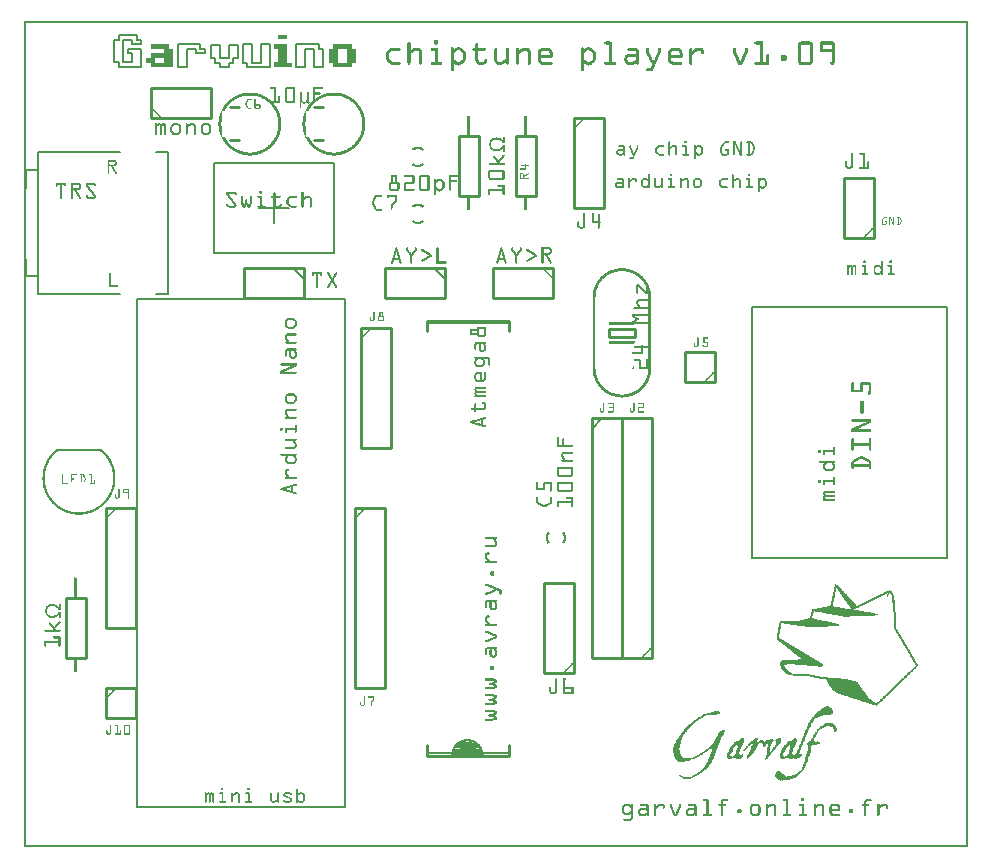
<source format=gto>
G04 MADE WITH FRITZING*
G04 WWW.FRITZING.ORG*
G04 DOUBLE SIDED*
G04 HOLES PLATED*
G04 CONTOUR ON CENTER OF CONTOUR VECTOR*
%ASAXBY*%
%FSLAX23Y23*%
%MOIN*%
%OFA0B0*%
%SFA1.0B1.0*%
%ADD10R,0.096457X0.038714X0.076772X0.019029*%
%ADD11C,0.009843*%
%ADD12C,0.010000*%
%ADD13C,0.008000*%
%ADD14C,0.005000*%
%ADD15C,0.006944*%
%ADD16C,0.007874*%
%ADD17C,0.011000*%
%ADD18R,0.001000X0.001000*%
%LNSILK1*%
G90*
G70*
G54D11*
X1951Y1730D02*
X2038Y1730D01*
X2038Y1701D01*
X1951Y1701D01*
X1951Y1730D01*
D02*
G54D12*
X1529Y307D02*
X1617Y307D01*
D02*
X1617Y1757D02*
X1344Y1757D01*
D02*
X1344Y307D02*
X1429Y307D01*
D02*
X1344Y307D02*
X1344Y342D01*
D02*
X1617Y307D02*
X1617Y342D01*
D02*
X1617Y1757D02*
X1617Y1722D01*
D02*
X1344Y1757D02*
X1344Y1722D01*
D02*
X1429Y307D02*
X1529Y307D01*
G54D13*
D02*
X1434Y312D02*
X1524Y312D01*
D02*
X1524Y312D02*
X1434Y320D01*
D02*
X1434Y320D02*
X1524Y320D01*
D02*
X1524Y320D02*
X1437Y327D01*
D02*
X1437Y327D02*
X1522Y327D01*
D02*
X1522Y327D02*
X1442Y335D01*
D02*
X1442Y335D02*
X1519Y335D01*
D02*
X1519Y335D02*
X1447Y340D01*
D02*
X1447Y340D02*
X1512Y340D01*
D02*
X1512Y340D02*
X1452Y345D01*
D02*
X1452Y345D02*
X1507Y345D01*
D02*
X1507Y345D02*
X1459Y350D01*
D02*
X1459Y350D02*
X1494Y350D01*
D02*
X1347Y315D02*
X1614Y315D01*
D02*
X1347Y1750D02*
X1614Y1750D01*
G54D12*
D02*
X1764Y1932D02*
X1564Y1932D01*
D02*
X1564Y1932D02*
X1564Y1832D01*
D02*
X1564Y1832D02*
X1764Y1832D01*
D02*
X1764Y1832D02*
X1764Y1932D01*
D02*
X1404Y1932D02*
X1204Y1932D01*
D02*
X1204Y1932D02*
X1204Y1832D01*
D02*
X1204Y1832D02*
X1404Y1832D01*
D02*
X1404Y1832D02*
X1404Y1932D01*
G54D14*
D02*
X1369Y1932D02*
X1404Y1897D01*
G54D12*
D02*
X934Y1932D02*
X734Y1932D01*
D02*
X734Y1932D02*
X734Y1832D01*
D02*
X734Y1832D02*
X934Y1832D01*
D02*
X934Y1832D02*
X934Y1932D01*
G54D14*
D02*
X899Y1932D02*
X934Y1897D01*
G54D12*
D02*
X1104Y1132D02*
X1104Y532D01*
D02*
X1104Y532D02*
X1204Y532D01*
D02*
X1204Y532D02*
X1204Y1132D01*
D02*
X1204Y1132D02*
X1104Y1132D01*
D02*
X274Y1132D02*
X274Y732D01*
D02*
X274Y732D02*
X374Y732D01*
D02*
X374Y732D02*
X374Y1132D01*
D02*
X374Y1132D02*
X274Y1132D01*
D02*
X1124Y1732D02*
X1124Y1332D01*
D02*
X1124Y1332D02*
X1224Y1332D01*
D02*
X1224Y1332D02*
X1224Y1732D01*
D02*
X1224Y1732D02*
X1124Y1732D01*
D02*
X207Y833D02*
X207Y633D01*
D02*
X207Y633D02*
X141Y633D01*
D02*
X141Y633D02*
X141Y833D01*
D02*
X141Y833D02*
X207Y833D01*
D02*
X1834Y2432D02*
X1834Y2132D01*
D02*
X1834Y2132D02*
X1934Y2132D01*
D02*
X1934Y2132D02*
X1934Y2432D01*
D02*
X1934Y2432D02*
X1834Y2432D01*
D02*
X2304Y1552D02*
X2304Y1652D01*
D02*
X2304Y1652D02*
X2204Y1652D01*
D02*
X2204Y1652D02*
X2204Y1552D01*
D02*
X2204Y1552D02*
X2304Y1552D01*
D02*
X1834Y582D02*
X1834Y882D01*
D02*
X1834Y882D02*
X1734Y882D01*
D02*
X1734Y882D02*
X1734Y582D01*
D02*
X1734Y582D02*
X1834Y582D01*
D02*
X274Y532D02*
X274Y432D01*
D02*
X274Y432D02*
X374Y432D01*
D02*
X374Y432D02*
X374Y532D01*
D02*
X374Y532D02*
X274Y532D01*
D02*
X425Y2432D02*
X625Y2432D01*
D02*
X625Y2432D02*
X625Y2532D01*
D02*
X625Y2532D02*
X425Y2532D01*
D02*
X425Y2532D02*
X425Y2432D01*
D02*
X2834Y2032D02*
X2834Y2232D01*
D02*
X2834Y2232D02*
X2734Y2232D01*
D02*
X2734Y2232D02*
X2734Y2032D01*
D02*
X2734Y2032D02*
X2834Y2032D01*
D02*
X1894Y1432D02*
X1894Y632D01*
D02*
X1894Y632D02*
X1994Y632D01*
D02*
X1994Y632D02*
X1994Y1432D01*
D02*
X1994Y1432D02*
X1894Y1432D01*
G54D14*
D02*
X1894Y1397D02*
X1929Y1432D01*
G54D12*
D02*
X2094Y632D02*
X2094Y1432D01*
D02*
X2094Y1432D02*
X1994Y1432D01*
D02*
X1994Y1432D02*
X1994Y632D01*
D02*
X1994Y632D02*
X2094Y632D01*
G54D13*
D02*
X3076Y967D02*
X3076Y1801D01*
D02*
X3076Y1801D02*
X2427Y1801D01*
D02*
X2427Y1801D02*
X2427Y967D01*
D02*
X2427Y967D02*
X3076Y967D01*
G54D14*
D02*
X834Y2182D02*
X834Y2082D01*
D02*
X784Y2132D02*
X884Y2132D01*
D02*
X634Y2282D02*
X1034Y2282D01*
D02*
X1034Y2282D02*
X1034Y1982D01*
D02*
X1034Y1982D02*
X634Y1982D01*
D02*
X634Y1982D02*
X634Y2282D01*
G54D15*
D02*
X480Y2318D02*
X480Y1846D01*
D02*
X47Y2318D02*
X47Y2259D01*
D02*
X47Y1905D02*
X47Y1846D01*
D02*
X7Y2259D02*
X7Y2200D01*
D02*
X7Y1964D02*
X7Y1905D01*
D02*
X7Y1905D02*
X47Y1905D01*
D02*
X7Y2259D02*
X47Y2259D01*
D02*
X47Y2318D02*
X322Y2318D01*
D02*
X480Y2318D02*
X440Y2318D01*
D02*
X47Y2318D02*
X47Y1846D01*
D02*
X47Y1846D02*
X322Y1846D01*
D02*
X480Y1846D02*
X440Y1846D01*
G54D12*
D02*
X1517Y2373D02*
X1517Y2173D01*
D02*
X1517Y2173D02*
X1451Y2173D01*
D02*
X1451Y2173D02*
X1451Y2373D01*
D02*
X1451Y2373D02*
X1517Y2373D01*
D02*
X1707Y2373D02*
X1707Y2173D01*
D02*
X1707Y2173D02*
X1641Y2173D01*
D02*
X1641Y2173D02*
X1641Y2373D01*
D02*
X1641Y2373D02*
X1707Y2373D01*
G54D16*
X255Y1326D02*
X113Y1326D01*
D02*
X392Y2663D02*
X347Y2663D01*
X347Y2648D01*
X362Y2648D01*
X362Y2618D01*
X332Y2618D01*
X332Y2694D01*
X362Y2694D01*
X362Y2679D01*
X392Y2679D01*
X392Y2694D01*
X377Y2694D01*
X377Y2709D01*
X316Y2709D01*
X316Y2694D01*
X301Y2694D01*
X301Y2618D01*
X316Y2618D01*
X316Y2603D01*
X392Y2603D01*
X392Y2664D01*
D02*
X514Y2602D02*
X544Y2602D01*
X544Y2663D01*
X574Y2663D01*
X574Y2648D01*
X604Y2648D01*
X604Y2663D01*
X589Y2663D01*
X589Y2678D01*
X513Y2678D01*
X513Y2602D01*
D02*
X683Y2602D02*
X683Y2617D01*
X698Y2617D01*
X698Y2632D01*
X713Y2632D01*
X713Y2677D01*
X683Y2677D01*
X683Y2632D01*
X653Y2632D01*
X653Y2677D01*
X623Y2677D01*
X623Y2632D01*
X638Y2632D01*
X638Y2617D01*
X653Y2617D01*
X653Y2602D01*
X683Y2602D01*
D02*
X820Y2602D02*
X820Y2678D01*
X790Y2678D01*
X790Y2617D01*
X760Y2617D01*
X760Y2678D01*
X730Y2678D01*
X730Y2617D01*
X745Y2617D01*
X745Y2602D01*
X821Y2602D01*
D02*
X909Y2602D02*
X939Y2602D01*
X939Y2663D01*
X969Y2663D01*
X969Y2602D01*
X999Y2602D01*
X999Y2663D01*
X984Y2663D01*
X984Y2678D01*
X908Y2678D01*
X908Y2602D01*
D02*
G54D17*
X969Y2468D02*
X999Y2468D01*
D02*
X969Y2358D02*
X999Y2358D01*
D02*
X689Y2468D02*
X719Y2468D01*
D02*
X689Y2358D02*
X719Y2358D01*
D02*
G54D13*
X378Y136D02*
X1070Y136D01*
X1070Y1829D01*
X378Y1829D01*
X378Y136D01*
D02*
G54D18*
X0Y2756D02*
X3148Y2756D01*
X0Y2755D02*
X3148Y2755D01*
X0Y2754D02*
X3148Y2754D01*
X0Y2753D02*
X3148Y2753D01*
X0Y2752D02*
X3148Y2752D01*
X0Y2751D02*
X3148Y2751D01*
X0Y2750D02*
X3148Y2750D01*
X0Y2749D02*
X3148Y2749D01*
X0Y2748D02*
X7Y2748D01*
X3141Y2748D02*
X3148Y2748D01*
X0Y2747D02*
X7Y2747D01*
X3141Y2747D02*
X3148Y2747D01*
X0Y2746D02*
X7Y2746D01*
X3141Y2746D02*
X3148Y2746D01*
X0Y2745D02*
X7Y2745D01*
X3141Y2745D02*
X3148Y2745D01*
X0Y2744D02*
X7Y2744D01*
X3141Y2744D02*
X3148Y2744D01*
X0Y2743D02*
X7Y2743D01*
X3141Y2743D02*
X3148Y2743D01*
X0Y2742D02*
X7Y2742D01*
X3141Y2742D02*
X3148Y2742D01*
X0Y2741D02*
X7Y2741D01*
X3141Y2741D02*
X3148Y2741D01*
X0Y2740D02*
X7Y2740D01*
X3141Y2740D02*
X3148Y2740D01*
X0Y2739D02*
X7Y2739D01*
X3141Y2739D02*
X3148Y2739D01*
X0Y2738D02*
X7Y2738D01*
X3141Y2738D02*
X3148Y2738D01*
X0Y2737D02*
X7Y2737D01*
X3141Y2737D02*
X3148Y2737D01*
X0Y2736D02*
X7Y2736D01*
X3141Y2736D02*
X3148Y2736D01*
X0Y2735D02*
X7Y2735D01*
X3141Y2735D02*
X3148Y2735D01*
X0Y2734D02*
X7Y2734D01*
X3141Y2734D02*
X3148Y2734D01*
X0Y2733D02*
X7Y2733D01*
X3141Y2733D02*
X3148Y2733D01*
X0Y2732D02*
X7Y2732D01*
X3141Y2732D02*
X3148Y2732D01*
X0Y2731D02*
X7Y2731D01*
X3141Y2731D02*
X3148Y2731D01*
X0Y2730D02*
X7Y2730D01*
X3141Y2730D02*
X3148Y2730D01*
X0Y2729D02*
X7Y2729D01*
X3141Y2729D02*
X3148Y2729D01*
X0Y2728D02*
X7Y2728D01*
X3141Y2728D02*
X3148Y2728D01*
X0Y2727D02*
X7Y2727D01*
X3141Y2727D02*
X3148Y2727D01*
X0Y2726D02*
X7Y2726D01*
X3141Y2726D02*
X3148Y2726D01*
X0Y2725D02*
X7Y2725D01*
X3141Y2725D02*
X3148Y2725D01*
X0Y2724D02*
X7Y2724D01*
X3141Y2724D02*
X3148Y2724D01*
X0Y2723D02*
X7Y2723D01*
X3141Y2723D02*
X3148Y2723D01*
X0Y2722D02*
X7Y2722D01*
X3141Y2722D02*
X3148Y2722D01*
X0Y2721D02*
X7Y2721D01*
X3141Y2721D02*
X3148Y2721D01*
X0Y2720D02*
X7Y2720D01*
X3141Y2720D02*
X3148Y2720D01*
X0Y2719D02*
X7Y2719D01*
X3141Y2719D02*
X3148Y2719D01*
X0Y2718D02*
X7Y2718D01*
X3141Y2718D02*
X3148Y2718D01*
X0Y2717D02*
X7Y2717D01*
X3141Y2717D02*
X3148Y2717D01*
X0Y2716D02*
X7Y2716D01*
X3141Y2716D02*
X3148Y2716D01*
X0Y2715D02*
X7Y2715D01*
X3141Y2715D02*
X3148Y2715D01*
X0Y2714D02*
X7Y2714D01*
X3141Y2714D02*
X3148Y2714D01*
X0Y2713D02*
X7Y2713D01*
X3141Y2713D02*
X3148Y2713D01*
X0Y2712D02*
X7Y2712D01*
X3141Y2712D02*
X3148Y2712D01*
X0Y2711D02*
X7Y2711D01*
X3141Y2711D02*
X3148Y2711D01*
X0Y2710D02*
X7Y2710D01*
X3141Y2710D02*
X3148Y2710D01*
X0Y2709D02*
X7Y2709D01*
X848Y2709D02*
X878Y2709D01*
X3141Y2709D02*
X3148Y2709D01*
X0Y2708D02*
X7Y2708D01*
X848Y2708D02*
X878Y2708D01*
X3141Y2708D02*
X3148Y2708D01*
X0Y2707D02*
X7Y2707D01*
X848Y2707D02*
X878Y2707D01*
X3141Y2707D02*
X3148Y2707D01*
X0Y2706D02*
X7Y2706D01*
X848Y2706D02*
X878Y2706D01*
X3141Y2706D02*
X3148Y2706D01*
X0Y2705D02*
X7Y2705D01*
X848Y2705D02*
X878Y2705D01*
X3141Y2705D02*
X3148Y2705D01*
X0Y2704D02*
X7Y2704D01*
X848Y2704D02*
X878Y2704D01*
X3141Y2704D02*
X3148Y2704D01*
X0Y2703D02*
X7Y2703D01*
X848Y2703D02*
X878Y2703D01*
X3141Y2703D02*
X3148Y2703D01*
X0Y2702D02*
X7Y2702D01*
X848Y2702D02*
X878Y2702D01*
X3141Y2702D02*
X3148Y2702D01*
X0Y2701D02*
X7Y2701D01*
X848Y2701D02*
X878Y2701D01*
X3141Y2701D02*
X3148Y2701D01*
X0Y2700D02*
X7Y2700D01*
X848Y2700D02*
X878Y2700D01*
X3141Y2700D02*
X3148Y2700D01*
X0Y2699D02*
X7Y2699D01*
X848Y2699D02*
X878Y2699D01*
X3141Y2699D02*
X3148Y2699D01*
X0Y2698D02*
X7Y2698D01*
X848Y2698D02*
X878Y2698D01*
X3141Y2698D02*
X3148Y2698D01*
X0Y2697D02*
X7Y2697D01*
X848Y2697D02*
X878Y2697D01*
X3141Y2697D02*
X3148Y2697D01*
X0Y2696D02*
X7Y2696D01*
X848Y2696D02*
X878Y2696D01*
X3141Y2696D02*
X3148Y2696D01*
X0Y2695D02*
X7Y2695D01*
X848Y2695D02*
X878Y2695D01*
X3141Y2695D02*
X3148Y2695D01*
X0Y2694D02*
X7Y2694D01*
X3141Y2694D02*
X3148Y2694D01*
X0Y2693D02*
X7Y2693D01*
X3141Y2693D02*
X3148Y2693D01*
X0Y2692D02*
X7Y2692D01*
X1370Y2692D02*
X1377Y2692D01*
X3141Y2692D02*
X3148Y2692D01*
X0Y2691D02*
X7Y2691D01*
X1368Y2691D02*
X1379Y2691D01*
X3141Y2691D02*
X3148Y2691D01*
X0Y2690D02*
X7Y2690D01*
X1368Y2690D02*
X1380Y2690D01*
X3141Y2690D02*
X3148Y2690D01*
X0Y2689D02*
X7Y2689D01*
X1367Y2689D02*
X1380Y2689D01*
X3141Y2689D02*
X3148Y2689D01*
X0Y2688D02*
X7Y2688D01*
X1367Y2688D02*
X1380Y2688D01*
X1940Y2688D02*
X1954Y2688D01*
X2441Y2688D02*
X2464Y2688D01*
X2590Y2688D02*
X2619Y2688D01*
X2658Y2688D02*
X2696Y2688D01*
X3141Y2688D02*
X3148Y2688D01*
X0Y2687D02*
X7Y2687D01*
X1282Y2687D02*
X1286Y2687D01*
X1367Y2687D02*
X1381Y2687D01*
X1937Y2687D02*
X1957Y2687D01*
X2438Y2687D02*
X2465Y2687D01*
X2586Y2687D02*
X2624Y2687D01*
X2655Y2687D02*
X2699Y2687D01*
X3141Y2687D02*
X3148Y2687D01*
X0Y2686D02*
X7Y2686D01*
X1281Y2686D02*
X1287Y2686D01*
X1367Y2686D02*
X1381Y2686D01*
X1936Y2686D02*
X1958Y2686D01*
X2437Y2686D02*
X2465Y2686D01*
X2585Y2686D02*
X2625Y2686D01*
X2654Y2686D02*
X2700Y2686D01*
X3141Y2686D02*
X3148Y2686D01*
X0Y2685D02*
X7Y2685D01*
X1280Y2685D02*
X1288Y2685D01*
X1367Y2685D02*
X1381Y2685D01*
X1935Y2685D02*
X1958Y2685D01*
X2436Y2685D02*
X2465Y2685D01*
X2584Y2685D02*
X2626Y2685D01*
X2653Y2685D02*
X2701Y2685D01*
X3141Y2685D02*
X3148Y2685D01*
X0Y2684D02*
X7Y2684D01*
X1280Y2684D02*
X1288Y2684D01*
X1367Y2684D02*
X1381Y2684D01*
X1935Y2684D02*
X1959Y2684D01*
X2436Y2684D02*
X2465Y2684D01*
X2583Y2684D02*
X2627Y2684D01*
X2653Y2684D02*
X2701Y2684D01*
X3141Y2684D02*
X3148Y2684D01*
X0Y2683D02*
X7Y2683D01*
X1279Y2683D02*
X1289Y2683D01*
X1367Y2683D02*
X1381Y2683D01*
X1509Y2683D02*
X1513Y2683D01*
X1935Y2683D02*
X1959Y2683D01*
X2436Y2683D02*
X2465Y2683D01*
X2582Y2683D02*
X2628Y2683D01*
X2653Y2683D02*
X2702Y2683D01*
X3141Y2683D02*
X3148Y2683D01*
X0Y2682D02*
X7Y2682D01*
X1279Y2682D02*
X1289Y2682D01*
X1367Y2682D02*
X1380Y2682D01*
X1507Y2682D02*
X1514Y2682D01*
X1935Y2682D02*
X1959Y2682D01*
X2436Y2682D02*
X2465Y2682D01*
X2581Y2682D02*
X2628Y2682D01*
X2653Y2682D02*
X2702Y2682D01*
X3141Y2682D02*
X3148Y2682D01*
X0Y2681D02*
X7Y2681D01*
X1279Y2681D02*
X1289Y2681D01*
X1367Y2681D02*
X1380Y2681D01*
X1507Y2681D02*
X1515Y2681D01*
X1935Y2681D02*
X1959Y2681D01*
X2436Y2681D02*
X2465Y2681D01*
X2581Y2681D02*
X2629Y2681D01*
X2653Y2681D02*
X2702Y2681D01*
X3141Y2681D02*
X3148Y2681D01*
X0Y2680D02*
X7Y2680D01*
X1279Y2680D02*
X1289Y2680D01*
X1368Y2680D02*
X1380Y2680D01*
X1506Y2680D02*
X1515Y2680D01*
X1936Y2680D02*
X1959Y2680D01*
X2437Y2680D02*
X2465Y2680D01*
X2581Y2680D02*
X2629Y2680D01*
X2653Y2680D02*
X2702Y2680D01*
X3141Y2680D02*
X3148Y2680D01*
X0Y2679D02*
X7Y2679D01*
X1279Y2679D02*
X1289Y2679D01*
X1369Y2679D02*
X1379Y2679D01*
X1506Y2679D02*
X1515Y2679D01*
X1937Y2679D02*
X1959Y2679D01*
X2438Y2679D02*
X2465Y2679D01*
X2581Y2679D02*
X2629Y2679D01*
X2653Y2679D02*
X2702Y2679D01*
X3141Y2679D02*
X3148Y2679D01*
X0Y2678D02*
X7Y2678D01*
X423Y2678D02*
X483Y2678D01*
X836Y2678D02*
X878Y2678D01*
X1032Y2678D02*
X1092Y2678D01*
X1279Y2678D02*
X1289Y2678D01*
X1371Y2678D02*
X1376Y2678D01*
X1506Y2678D02*
X1515Y2678D01*
X1940Y2678D02*
X1959Y2678D01*
X2441Y2678D02*
X2465Y2678D01*
X2581Y2678D02*
X2629Y2678D01*
X2653Y2678D02*
X2702Y2678D01*
X3141Y2678D02*
X3148Y2678D01*
X0Y2677D02*
X7Y2677D01*
X423Y2677D02*
X483Y2677D01*
X836Y2677D02*
X878Y2677D01*
X1032Y2677D02*
X1092Y2677D01*
X1279Y2677D02*
X1289Y2677D01*
X1506Y2677D02*
X1515Y2677D01*
X1950Y2677D02*
X1959Y2677D01*
X2456Y2677D02*
X2465Y2677D01*
X2581Y2677D02*
X2590Y2677D01*
X2620Y2677D02*
X2629Y2677D01*
X2653Y2677D02*
X2662Y2677D01*
X2693Y2677D02*
X2702Y2677D01*
X3141Y2677D02*
X3148Y2677D01*
X0Y2676D02*
X7Y2676D01*
X423Y2676D02*
X483Y2676D01*
X836Y2676D02*
X878Y2676D01*
X1032Y2676D02*
X1092Y2676D01*
X1279Y2676D02*
X1289Y2676D01*
X1506Y2676D02*
X1515Y2676D01*
X1950Y2676D02*
X1959Y2676D01*
X2456Y2676D02*
X2465Y2676D01*
X2581Y2676D02*
X2590Y2676D01*
X2620Y2676D02*
X2629Y2676D01*
X2653Y2676D02*
X2662Y2676D01*
X2693Y2676D02*
X2702Y2676D01*
X3141Y2676D02*
X3148Y2676D01*
X0Y2675D02*
X7Y2675D01*
X423Y2675D02*
X483Y2675D01*
X836Y2675D02*
X878Y2675D01*
X1032Y2675D02*
X1092Y2675D01*
X1279Y2675D02*
X1289Y2675D01*
X1506Y2675D02*
X1515Y2675D01*
X1950Y2675D02*
X1959Y2675D01*
X2456Y2675D02*
X2465Y2675D01*
X2581Y2675D02*
X2590Y2675D01*
X2620Y2675D02*
X2629Y2675D01*
X2653Y2675D02*
X2662Y2675D01*
X2693Y2675D02*
X2702Y2675D01*
X3141Y2675D02*
X3148Y2675D01*
X0Y2674D02*
X7Y2674D01*
X423Y2674D02*
X483Y2674D01*
X836Y2674D02*
X878Y2674D01*
X1032Y2674D02*
X1092Y2674D01*
X1279Y2674D02*
X1289Y2674D01*
X1506Y2674D02*
X1515Y2674D01*
X1950Y2674D02*
X1959Y2674D01*
X2456Y2674D02*
X2465Y2674D01*
X2581Y2674D02*
X2590Y2674D01*
X2620Y2674D02*
X2629Y2674D01*
X2653Y2674D02*
X2662Y2674D01*
X2693Y2674D02*
X2702Y2674D01*
X3141Y2674D02*
X3148Y2674D01*
X0Y2673D02*
X7Y2673D01*
X423Y2673D02*
X483Y2673D01*
X836Y2673D02*
X878Y2673D01*
X1032Y2673D02*
X1092Y2673D01*
X1279Y2673D02*
X1289Y2673D01*
X1506Y2673D02*
X1515Y2673D01*
X1950Y2673D02*
X1959Y2673D01*
X2456Y2673D02*
X2465Y2673D01*
X2581Y2673D02*
X2590Y2673D01*
X2620Y2673D02*
X2629Y2673D01*
X2653Y2673D02*
X2662Y2673D01*
X2693Y2673D02*
X2702Y2673D01*
X3141Y2673D02*
X3148Y2673D01*
X0Y2672D02*
X7Y2672D01*
X423Y2672D02*
X483Y2672D01*
X836Y2672D02*
X878Y2672D01*
X1032Y2672D02*
X1092Y2672D01*
X1279Y2672D02*
X1289Y2672D01*
X1506Y2672D02*
X1515Y2672D01*
X1950Y2672D02*
X1959Y2672D01*
X2456Y2672D02*
X2465Y2672D01*
X2581Y2672D02*
X2590Y2672D01*
X2620Y2672D02*
X2629Y2672D01*
X2653Y2672D02*
X2662Y2672D01*
X2693Y2672D02*
X2702Y2672D01*
X3141Y2672D02*
X3148Y2672D01*
X0Y2671D02*
X7Y2671D01*
X423Y2671D02*
X483Y2671D01*
X836Y2671D02*
X878Y2671D01*
X1032Y2671D02*
X1092Y2671D01*
X1279Y2671D02*
X1289Y2671D01*
X1506Y2671D02*
X1515Y2671D01*
X1950Y2671D02*
X1959Y2671D01*
X2456Y2671D02*
X2465Y2671D01*
X2581Y2671D02*
X2590Y2671D01*
X2620Y2671D02*
X2629Y2671D01*
X2653Y2671D02*
X2662Y2671D01*
X2693Y2671D02*
X2702Y2671D01*
X3141Y2671D02*
X3148Y2671D01*
X0Y2670D02*
X7Y2670D01*
X423Y2670D02*
X483Y2670D01*
X836Y2670D02*
X878Y2670D01*
X1032Y2670D02*
X1092Y2670D01*
X1279Y2670D02*
X1289Y2670D01*
X1506Y2670D02*
X1515Y2670D01*
X1950Y2670D02*
X1959Y2670D01*
X2456Y2670D02*
X2465Y2670D01*
X2581Y2670D02*
X2590Y2670D01*
X2620Y2670D02*
X2629Y2670D01*
X2653Y2670D02*
X2662Y2670D01*
X2693Y2670D02*
X2702Y2670D01*
X3141Y2670D02*
X3148Y2670D01*
X0Y2669D02*
X7Y2669D01*
X423Y2669D02*
X483Y2669D01*
X836Y2669D02*
X878Y2669D01*
X1032Y2669D02*
X1092Y2669D01*
X1279Y2669D02*
X1289Y2669D01*
X1506Y2669D02*
X1515Y2669D01*
X1950Y2669D02*
X1959Y2669D01*
X2456Y2669D02*
X2465Y2669D01*
X2581Y2669D02*
X2590Y2669D01*
X2620Y2669D02*
X2629Y2669D01*
X2653Y2669D02*
X2662Y2669D01*
X2693Y2669D02*
X2702Y2669D01*
X3141Y2669D02*
X3148Y2669D01*
X0Y2668D02*
X7Y2668D01*
X423Y2668D02*
X483Y2668D01*
X836Y2668D02*
X878Y2668D01*
X1032Y2668D02*
X1092Y2668D01*
X1279Y2668D02*
X1289Y2668D01*
X1426Y2668D02*
X1431Y2668D01*
X1443Y2668D02*
X1454Y2668D01*
X1506Y2668D02*
X1515Y2668D01*
X1860Y2668D02*
X1864Y2668D01*
X1877Y2668D02*
X1888Y2668D01*
X1950Y2668D02*
X1959Y2668D01*
X2456Y2668D02*
X2465Y2668D01*
X2581Y2668D02*
X2590Y2668D01*
X2620Y2668D02*
X2629Y2668D01*
X2653Y2668D02*
X2662Y2668D01*
X2693Y2668D02*
X2702Y2668D01*
X3141Y2668D02*
X3148Y2668D01*
X0Y2667D02*
X7Y2667D01*
X423Y2667D02*
X483Y2667D01*
X836Y2667D02*
X878Y2667D01*
X1032Y2667D02*
X1092Y2667D01*
X1279Y2667D02*
X1289Y2667D01*
X1425Y2667D02*
X1432Y2667D01*
X1441Y2667D02*
X1456Y2667D01*
X1506Y2667D02*
X1516Y2667D01*
X1859Y2667D02*
X1866Y2667D01*
X1874Y2667D02*
X1890Y2667D01*
X1950Y2667D02*
X1959Y2667D01*
X2456Y2667D02*
X2465Y2667D01*
X2581Y2667D02*
X2590Y2667D01*
X2620Y2667D02*
X2629Y2667D01*
X2653Y2667D02*
X2662Y2667D01*
X2693Y2667D02*
X2702Y2667D01*
X3141Y2667D02*
X3148Y2667D01*
X0Y2666D02*
X7Y2666D01*
X423Y2666D02*
X483Y2666D01*
X836Y2666D02*
X878Y2666D01*
X1032Y2666D02*
X1092Y2666D01*
X1226Y2666D02*
X1253Y2666D01*
X1279Y2666D02*
X1289Y2666D01*
X1303Y2666D02*
X1317Y2666D01*
X1359Y2666D02*
X1378Y2666D01*
X1425Y2666D02*
X1433Y2666D01*
X1439Y2666D02*
X1458Y2666D01*
X1499Y2666D02*
X1538Y2666D01*
X1572Y2666D02*
X1576Y2666D01*
X1611Y2666D02*
X1615Y2666D01*
X1643Y2666D02*
X1647Y2666D01*
X1664Y2666D02*
X1679Y2666D01*
X1727Y2666D02*
X1748Y2666D01*
X1858Y2666D02*
X1866Y2666D01*
X1873Y2666D02*
X1892Y2666D01*
X1950Y2666D02*
X1959Y2666D01*
X2015Y2666D02*
X2040Y2666D01*
X2077Y2666D02*
X2081Y2666D01*
X2117Y2666D02*
X2121Y2666D01*
X2161Y2666D02*
X2182Y2666D01*
X2222Y2666D02*
X2226Y2666D01*
X2241Y2666D02*
X2258Y2666D01*
X2366Y2666D02*
X2370Y2666D01*
X2406Y2666D02*
X2410Y2666D01*
X2456Y2666D02*
X2465Y2666D01*
X2581Y2666D02*
X2590Y2666D01*
X2620Y2666D02*
X2629Y2666D01*
X2653Y2666D02*
X2662Y2666D01*
X2693Y2666D02*
X2702Y2666D01*
X3141Y2666D02*
X3148Y2666D01*
X0Y2665D02*
X7Y2665D01*
X423Y2665D02*
X483Y2665D01*
X836Y2665D02*
X878Y2665D01*
X1032Y2665D02*
X1092Y2665D01*
X1224Y2665D02*
X1255Y2665D01*
X1279Y2665D02*
X1289Y2665D01*
X1300Y2665D02*
X1320Y2665D01*
X1358Y2665D02*
X1379Y2665D01*
X1424Y2665D02*
X1433Y2665D01*
X1438Y2665D02*
X1459Y2665D01*
X1498Y2665D02*
X1539Y2665D01*
X1571Y2665D02*
X1577Y2665D01*
X1610Y2665D02*
X1616Y2665D01*
X1642Y2665D02*
X1649Y2665D01*
X1662Y2665D02*
X1681Y2665D01*
X1725Y2665D02*
X1750Y2665D01*
X1858Y2665D02*
X1867Y2665D01*
X1872Y2665D02*
X1893Y2665D01*
X1950Y2665D02*
X1959Y2665D01*
X2013Y2665D02*
X2042Y2665D01*
X2076Y2665D02*
X2082Y2665D01*
X2115Y2665D02*
X2122Y2665D01*
X2158Y2665D02*
X2184Y2665D01*
X2220Y2665D02*
X2227Y2665D01*
X2240Y2665D02*
X2260Y2665D01*
X2365Y2665D02*
X2372Y2665D01*
X2405Y2665D02*
X2411Y2665D01*
X2456Y2665D02*
X2465Y2665D01*
X2581Y2665D02*
X2590Y2665D01*
X2620Y2665D02*
X2629Y2665D01*
X2653Y2665D02*
X2662Y2665D01*
X2693Y2665D02*
X2702Y2665D01*
X3141Y2665D02*
X3148Y2665D01*
X0Y2664D02*
X7Y2664D01*
X423Y2664D02*
X483Y2664D01*
X836Y2664D02*
X878Y2664D01*
X1032Y2664D02*
X1092Y2664D01*
X1222Y2664D02*
X1255Y2664D01*
X1279Y2664D02*
X1289Y2664D01*
X1299Y2664D02*
X1321Y2664D01*
X1357Y2664D02*
X1380Y2664D01*
X1424Y2664D02*
X1433Y2664D01*
X1437Y2664D02*
X1461Y2664D01*
X1497Y2664D02*
X1539Y2664D01*
X1570Y2664D02*
X1578Y2664D01*
X1609Y2664D02*
X1617Y2664D01*
X1641Y2664D02*
X1649Y2664D01*
X1660Y2664D02*
X1683Y2664D01*
X1723Y2664D02*
X1752Y2664D01*
X1858Y2664D02*
X1867Y2664D01*
X1871Y2664D02*
X1894Y2664D01*
X1950Y2664D02*
X1959Y2664D01*
X2013Y2664D02*
X2044Y2664D01*
X2075Y2664D02*
X2083Y2664D01*
X2115Y2664D02*
X2123Y2664D01*
X2157Y2664D02*
X2186Y2664D01*
X2220Y2664D02*
X2228Y2664D01*
X2239Y2664D02*
X2262Y2664D01*
X2364Y2664D02*
X2372Y2664D01*
X2404Y2664D02*
X2412Y2664D01*
X2456Y2664D02*
X2465Y2664D01*
X2581Y2664D02*
X2590Y2664D01*
X2620Y2664D02*
X2629Y2664D01*
X2653Y2664D02*
X2662Y2664D01*
X2693Y2664D02*
X2702Y2664D01*
X3141Y2664D02*
X3148Y2664D01*
X0Y2663D02*
X7Y2663D01*
X469Y2663D02*
X498Y2663D01*
X848Y2663D02*
X878Y2663D01*
X1017Y2663D02*
X1046Y2663D01*
X1078Y2663D02*
X1108Y2663D01*
X1220Y2663D02*
X1256Y2663D01*
X1279Y2663D02*
X1289Y2663D01*
X1297Y2663D02*
X1322Y2663D01*
X1357Y2663D02*
X1380Y2663D01*
X1424Y2663D02*
X1433Y2663D01*
X1436Y2663D02*
X1462Y2663D01*
X1497Y2663D02*
X1540Y2663D01*
X1570Y2663D02*
X1578Y2663D01*
X1609Y2663D02*
X1617Y2663D01*
X1641Y2663D02*
X1650Y2663D01*
X1658Y2663D02*
X1684Y2663D01*
X1722Y2663D02*
X1753Y2663D01*
X1858Y2663D02*
X1867Y2663D01*
X1870Y2663D02*
X1895Y2663D01*
X1950Y2663D02*
X1959Y2663D01*
X2012Y2663D02*
X2045Y2663D01*
X2075Y2663D02*
X2083Y2663D01*
X2114Y2663D02*
X2123Y2663D01*
X2156Y2663D02*
X2187Y2663D01*
X2219Y2663D02*
X2228Y2663D01*
X2238Y2663D02*
X2263Y2663D01*
X2364Y2663D02*
X2373Y2663D01*
X2404Y2663D02*
X2412Y2663D01*
X2456Y2663D02*
X2465Y2663D01*
X2581Y2663D02*
X2590Y2663D01*
X2620Y2663D02*
X2629Y2663D01*
X2653Y2663D02*
X2662Y2663D01*
X2693Y2663D02*
X2702Y2663D01*
X3141Y2663D02*
X3148Y2663D01*
X0Y2662D02*
X7Y2662D01*
X469Y2662D02*
X498Y2662D01*
X848Y2662D02*
X878Y2662D01*
X1017Y2662D02*
X1046Y2662D01*
X1078Y2662D02*
X1108Y2662D01*
X1219Y2662D02*
X1256Y2662D01*
X1279Y2662D02*
X1289Y2662D01*
X1295Y2662D02*
X1324Y2662D01*
X1357Y2662D02*
X1381Y2662D01*
X1424Y2662D02*
X1433Y2662D01*
X1435Y2662D02*
X1463Y2662D01*
X1496Y2662D02*
X1540Y2662D01*
X1569Y2662D02*
X1578Y2662D01*
X1608Y2662D02*
X1617Y2662D01*
X1641Y2662D02*
X1650Y2662D01*
X1657Y2662D02*
X1685Y2662D01*
X1721Y2662D02*
X1755Y2662D01*
X1858Y2662D02*
X1867Y2662D01*
X1869Y2662D02*
X1897Y2662D01*
X1950Y2662D02*
X1959Y2662D01*
X2012Y2662D02*
X2046Y2662D01*
X2075Y2662D02*
X2084Y2662D01*
X2114Y2662D02*
X2123Y2662D01*
X2154Y2662D02*
X2188Y2662D01*
X2219Y2662D02*
X2228Y2662D01*
X2236Y2662D02*
X2264Y2662D01*
X2364Y2662D02*
X2373Y2662D01*
X2403Y2662D02*
X2412Y2662D01*
X2456Y2662D02*
X2465Y2662D01*
X2581Y2662D02*
X2590Y2662D01*
X2620Y2662D02*
X2629Y2662D01*
X2653Y2662D02*
X2702Y2662D01*
X3141Y2662D02*
X3148Y2662D01*
X0Y2661D02*
X7Y2661D01*
X469Y2661D02*
X498Y2661D01*
X848Y2661D02*
X878Y2661D01*
X1017Y2661D02*
X1046Y2661D01*
X1078Y2661D02*
X1108Y2661D01*
X1218Y2661D02*
X1256Y2661D01*
X1279Y2661D02*
X1289Y2661D01*
X1294Y2661D02*
X1324Y2661D01*
X1357Y2661D02*
X1381Y2661D01*
X1424Y2661D02*
X1464Y2661D01*
X1496Y2661D02*
X1540Y2661D01*
X1569Y2661D02*
X1578Y2661D01*
X1608Y2661D02*
X1617Y2661D01*
X1641Y2661D02*
X1650Y2661D01*
X1655Y2661D02*
X1686Y2661D01*
X1719Y2661D02*
X1756Y2661D01*
X1858Y2661D02*
X1898Y2661D01*
X1950Y2661D02*
X1959Y2661D01*
X2012Y2661D02*
X2047Y2661D01*
X2075Y2661D02*
X2084Y2661D01*
X2114Y2661D02*
X2123Y2661D01*
X2153Y2661D02*
X2189Y2661D01*
X2219Y2661D02*
X2228Y2661D01*
X2235Y2661D02*
X2265Y2661D01*
X2364Y2661D02*
X2373Y2661D01*
X2403Y2661D02*
X2413Y2661D01*
X2456Y2661D02*
X2465Y2661D01*
X2581Y2661D02*
X2590Y2661D01*
X2620Y2661D02*
X2629Y2661D01*
X2653Y2661D02*
X2702Y2661D01*
X3141Y2661D02*
X3148Y2661D01*
X0Y2660D02*
X7Y2660D01*
X469Y2660D02*
X498Y2660D01*
X848Y2660D02*
X878Y2660D01*
X1017Y2660D02*
X1046Y2660D01*
X1078Y2660D02*
X1108Y2660D01*
X1217Y2660D02*
X1256Y2660D01*
X1279Y2660D02*
X1289Y2660D01*
X1292Y2660D02*
X1325Y2660D01*
X1357Y2660D02*
X1381Y2660D01*
X1424Y2660D02*
X1465Y2660D01*
X1497Y2660D02*
X1540Y2660D01*
X1569Y2660D02*
X1578Y2660D01*
X1608Y2660D02*
X1617Y2660D01*
X1641Y2660D02*
X1650Y2660D01*
X1654Y2660D02*
X1687Y2660D01*
X1718Y2660D02*
X1757Y2660D01*
X1858Y2660D02*
X1899Y2660D01*
X1950Y2660D02*
X1959Y2660D01*
X2013Y2660D02*
X2048Y2660D01*
X2075Y2660D02*
X2084Y2660D01*
X2114Y2660D02*
X2123Y2660D01*
X2152Y2660D02*
X2190Y2660D01*
X2219Y2660D02*
X2228Y2660D01*
X2234Y2660D02*
X2265Y2660D01*
X2364Y2660D02*
X2373Y2660D01*
X2403Y2660D02*
X2413Y2660D01*
X2456Y2660D02*
X2465Y2660D01*
X2581Y2660D02*
X2590Y2660D01*
X2620Y2660D02*
X2629Y2660D01*
X2653Y2660D02*
X2702Y2660D01*
X3141Y2660D02*
X3148Y2660D01*
X0Y2659D02*
X7Y2659D01*
X469Y2659D02*
X498Y2659D01*
X848Y2659D02*
X878Y2659D01*
X1017Y2659D02*
X1046Y2659D01*
X1078Y2659D02*
X1108Y2659D01*
X1216Y2659D02*
X1255Y2659D01*
X1279Y2659D02*
X1289Y2659D01*
X1291Y2659D02*
X1326Y2659D01*
X1358Y2659D02*
X1381Y2659D01*
X1424Y2659D02*
X1466Y2659D01*
X1497Y2659D02*
X1539Y2659D01*
X1569Y2659D02*
X1578Y2659D01*
X1608Y2659D02*
X1617Y2659D01*
X1641Y2659D02*
X1650Y2659D01*
X1652Y2659D02*
X1687Y2659D01*
X1717Y2659D02*
X1758Y2659D01*
X1858Y2659D02*
X1900Y2659D01*
X1950Y2659D02*
X1959Y2659D01*
X2013Y2659D02*
X2049Y2659D01*
X2075Y2659D02*
X2084Y2659D01*
X2114Y2659D02*
X2123Y2659D01*
X2151Y2659D02*
X2191Y2659D01*
X2219Y2659D02*
X2228Y2659D01*
X2233Y2659D02*
X2266Y2659D01*
X2364Y2659D02*
X2373Y2659D01*
X2403Y2659D02*
X2413Y2659D01*
X2456Y2659D02*
X2465Y2659D01*
X2581Y2659D02*
X2590Y2659D01*
X2620Y2659D02*
X2629Y2659D01*
X2653Y2659D02*
X2702Y2659D01*
X3141Y2659D02*
X3148Y2659D01*
X0Y2658D02*
X7Y2658D01*
X469Y2658D02*
X498Y2658D01*
X848Y2658D02*
X878Y2658D01*
X1017Y2658D02*
X1046Y2658D01*
X1078Y2658D02*
X1108Y2658D01*
X1215Y2658D02*
X1254Y2658D01*
X1279Y2658D02*
X1326Y2658D01*
X1358Y2658D02*
X1381Y2658D01*
X1424Y2658D02*
X1444Y2658D01*
X1453Y2658D02*
X1467Y2658D01*
X1498Y2658D02*
X1538Y2658D01*
X1569Y2658D02*
X1578Y2658D01*
X1608Y2658D02*
X1617Y2658D01*
X1641Y2658D02*
X1688Y2658D01*
X1716Y2658D02*
X1759Y2658D01*
X1858Y2658D02*
X1878Y2658D01*
X1886Y2658D02*
X1901Y2658D01*
X1950Y2658D02*
X1959Y2658D01*
X2014Y2658D02*
X2049Y2658D01*
X2075Y2658D02*
X2084Y2658D01*
X2114Y2658D02*
X2123Y2658D01*
X2150Y2658D02*
X2192Y2658D01*
X2219Y2658D02*
X2228Y2658D01*
X2232Y2658D02*
X2267Y2658D01*
X2364Y2658D02*
X2373Y2658D01*
X2403Y2658D02*
X2413Y2658D01*
X2456Y2658D02*
X2465Y2658D01*
X2581Y2658D02*
X2590Y2658D01*
X2620Y2658D02*
X2629Y2658D01*
X2653Y2658D02*
X2702Y2658D01*
X3141Y2658D02*
X3148Y2658D01*
X0Y2657D02*
X7Y2657D01*
X469Y2657D02*
X498Y2657D01*
X848Y2657D02*
X878Y2657D01*
X1017Y2657D02*
X1046Y2657D01*
X1078Y2657D02*
X1108Y2657D01*
X1214Y2657D02*
X1252Y2657D01*
X1279Y2657D02*
X1327Y2657D01*
X1360Y2657D02*
X1381Y2657D01*
X1424Y2657D02*
X1443Y2657D01*
X1454Y2657D02*
X1468Y2657D01*
X1500Y2657D02*
X1536Y2657D01*
X1569Y2657D02*
X1578Y2657D01*
X1608Y2657D02*
X1617Y2657D01*
X1641Y2657D02*
X1688Y2657D01*
X1716Y2657D02*
X1759Y2657D01*
X1858Y2657D02*
X1877Y2657D01*
X1888Y2657D02*
X1902Y2657D01*
X1950Y2657D02*
X1959Y2657D01*
X2016Y2657D02*
X2049Y2657D01*
X2075Y2657D02*
X2084Y2657D01*
X2114Y2657D02*
X2123Y2657D01*
X2150Y2657D02*
X2193Y2657D01*
X2219Y2657D02*
X2228Y2657D01*
X2231Y2657D02*
X2267Y2657D01*
X2364Y2657D02*
X2373Y2657D01*
X2403Y2657D02*
X2413Y2657D01*
X2456Y2657D02*
X2465Y2657D01*
X2581Y2657D02*
X2590Y2657D01*
X2620Y2657D02*
X2629Y2657D01*
X2653Y2657D02*
X2702Y2657D01*
X3141Y2657D02*
X3148Y2657D01*
X0Y2656D02*
X7Y2656D01*
X469Y2656D02*
X498Y2656D01*
X848Y2656D02*
X878Y2656D01*
X1017Y2656D02*
X1046Y2656D01*
X1078Y2656D02*
X1108Y2656D01*
X1213Y2656D02*
X1227Y2656D01*
X1279Y2656D02*
X1304Y2656D01*
X1316Y2656D02*
X1327Y2656D01*
X1372Y2656D02*
X1381Y2656D01*
X1424Y2656D02*
X1442Y2656D01*
X1455Y2656D02*
X1469Y2656D01*
X1506Y2656D02*
X1515Y2656D01*
X1569Y2656D02*
X1578Y2656D01*
X1608Y2656D02*
X1617Y2656D01*
X1641Y2656D02*
X1665Y2656D01*
X1677Y2656D02*
X1688Y2656D01*
X1715Y2656D02*
X1728Y2656D01*
X1747Y2656D02*
X1760Y2656D01*
X1858Y2656D02*
X1876Y2656D01*
X1889Y2656D02*
X1903Y2656D01*
X1950Y2656D02*
X1959Y2656D01*
X2039Y2656D02*
X2050Y2656D01*
X2075Y2656D02*
X2084Y2656D01*
X2114Y2656D02*
X2123Y2656D01*
X2149Y2656D02*
X2162Y2656D01*
X2181Y2656D02*
X2194Y2656D01*
X2219Y2656D02*
X2244Y2656D01*
X2256Y2656D02*
X2267Y2656D01*
X2364Y2656D02*
X2373Y2656D01*
X2403Y2656D02*
X2413Y2656D01*
X2456Y2656D02*
X2465Y2656D01*
X2581Y2656D02*
X2590Y2656D01*
X2620Y2656D02*
X2629Y2656D01*
X2653Y2656D02*
X2702Y2656D01*
X3141Y2656D02*
X3148Y2656D01*
X0Y2655D02*
X7Y2655D01*
X469Y2655D02*
X498Y2655D01*
X848Y2655D02*
X878Y2655D01*
X1017Y2655D02*
X1046Y2655D01*
X1078Y2655D02*
X1108Y2655D01*
X1212Y2655D02*
X1226Y2655D01*
X1279Y2655D02*
X1302Y2655D01*
X1317Y2655D02*
X1327Y2655D01*
X1372Y2655D02*
X1381Y2655D01*
X1424Y2655D02*
X1441Y2655D01*
X1456Y2655D02*
X1470Y2655D01*
X1506Y2655D02*
X1515Y2655D01*
X1569Y2655D02*
X1578Y2655D01*
X1608Y2655D02*
X1617Y2655D01*
X1641Y2655D02*
X1664Y2655D01*
X1678Y2655D02*
X1689Y2655D01*
X1715Y2655D02*
X1727Y2655D01*
X1748Y2655D02*
X1761Y2655D01*
X1858Y2655D02*
X1875Y2655D01*
X1890Y2655D02*
X1904Y2655D01*
X1950Y2655D02*
X1959Y2655D01*
X2040Y2655D02*
X2050Y2655D01*
X2075Y2655D02*
X2084Y2655D01*
X2114Y2655D02*
X2123Y2655D01*
X2148Y2655D02*
X2161Y2655D01*
X2182Y2655D02*
X2194Y2655D01*
X2219Y2655D02*
X2243Y2655D01*
X2258Y2655D02*
X2268Y2655D01*
X2364Y2655D02*
X2373Y2655D01*
X2403Y2655D02*
X2413Y2655D01*
X2456Y2655D02*
X2465Y2655D01*
X2581Y2655D02*
X2590Y2655D01*
X2620Y2655D02*
X2629Y2655D01*
X2654Y2655D02*
X2702Y2655D01*
X3141Y2655D02*
X3148Y2655D01*
X0Y2654D02*
X7Y2654D01*
X469Y2654D02*
X498Y2654D01*
X848Y2654D02*
X878Y2654D01*
X1017Y2654D02*
X1046Y2654D01*
X1078Y2654D02*
X1108Y2654D01*
X1211Y2654D02*
X1225Y2654D01*
X1279Y2654D02*
X1301Y2654D01*
X1318Y2654D02*
X1327Y2654D01*
X1372Y2654D02*
X1381Y2654D01*
X1424Y2654D02*
X1440Y2654D01*
X1458Y2654D02*
X1471Y2654D01*
X1506Y2654D02*
X1515Y2654D01*
X1569Y2654D02*
X1578Y2654D01*
X1608Y2654D02*
X1617Y2654D01*
X1641Y2654D02*
X1662Y2654D01*
X1679Y2654D02*
X1689Y2654D01*
X1714Y2654D02*
X1726Y2654D01*
X1750Y2654D02*
X1761Y2654D01*
X1858Y2654D02*
X1874Y2654D01*
X1891Y2654D02*
X1904Y2654D01*
X1950Y2654D02*
X1959Y2654D01*
X2040Y2654D02*
X2050Y2654D01*
X2075Y2654D02*
X2084Y2654D01*
X2114Y2654D02*
X2123Y2654D01*
X2148Y2654D02*
X2159Y2654D01*
X2184Y2654D02*
X2195Y2654D01*
X2219Y2654D02*
X2242Y2654D01*
X2258Y2654D02*
X2268Y2654D01*
X2364Y2654D02*
X2373Y2654D01*
X2403Y2654D02*
X2413Y2654D01*
X2456Y2654D02*
X2465Y2654D01*
X2581Y2654D02*
X2590Y2654D01*
X2620Y2654D02*
X2629Y2654D01*
X2654Y2654D02*
X2702Y2654D01*
X3141Y2654D02*
X3148Y2654D01*
X0Y2653D02*
X7Y2653D01*
X469Y2653D02*
X498Y2653D01*
X848Y2653D02*
X878Y2653D01*
X1017Y2653D02*
X1046Y2653D01*
X1078Y2653D02*
X1108Y2653D01*
X1210Y2653D02*
X1224Y2653D01*
X1279Y2653D02*
X1299Y2653D01*
X1318Y2653D02*
X1327Y2653D01*
X1372Y2653D02*
X1381Y2653D01*
X1424Y2653D02*
X1439Y2653D01*
X1459Y2653D02*
X1471Y2653D01*
X1506Y2653D02*
X1515Y2653D01*
X1569Y2653D02*
X1578Y2653D01*
X1608Y2653D02*
X1617Y2653D01*
X1641Y2653D02*
X1661Y2653D01*
X1680Y2653D02*
X1689Y2653D01*
X1714Y2653D02*
X1725Y2653D01*
X1751Y2653D02*
X1761Y2653D01*
X1858Y2653D02*
X1873Y2653D01*
X1892Y2653D02*
X1905Y2653D01*
X1950Y2653D02*
X1959Y2653D01*
X2040Y2653D02*
X2050Y2653D01*
X2075Y2653D02*
X2084Y2653D01*
X2114Y2653D02*
X2123Y2653D01*
X2148Y2653D02*
X2158Y2653D01*
X2185Y2653D02*
X2195Y2653D01*
X2219Y2653D02*
X2241Y2653D01*
X2259Y2653D02*
X2268Y2653D01*
X2364Y2653D02*
X2373Y2653D01*
X2403Y2653D02*
X2412Y2653D01*
X2456Y2653D02*
X2465Y2653D01*
X2581Y2653D02*
X2590Y2653D01*
X2620Y2653D02*
X2629Y2653D01*
X2656Y2653D02*
X2702Y2653D01*
X3141Y2653D02*
X3148Y2653D01*
X0Y2652D02*
X7Y2652D01*
X469Y2652D02*
X498Y2652D01*
X848Y2652D02*
X878Y2652D01*
X1017Y2652D02*
X1046Y2652D01*
X1078Y2652D02*
X1108Y2652D01*
X1209Y2652D02*
X1222Y2652D01*
X1279Y2652D02*
X1298Y2652D01*
X1318Y2652D02*
X1327Y2652D01*
X1372Y2652D02*
X1381Y2652D01*
X1424Y2652D02*
X1438Y2652D01*
X1460Y2652D02*
X1472Y2652D01*
X1506Y2652D02*
X1515Y2652D01*
X1569Y2652D02*
X1578Y2652D01*
X1608Y2652D02*
X1617Y2652D01*
X1641Y2652D02*
X1659Y2652D01*
X1680Y2652D02*
X1689Y2652D01*
X1714Y2652D02*
X1724Y2652D01*
X1752Y2652D02*
X1762Y2652D01*
X1858Y2652D02*
X1872Y2652D01*
X1894Y2652D02*
X1905Y2652D01*
X1950Y2652D02*
X1959Y2652D01*
X2041Y2652D02*
X2050Y2652D01*
X2075Y2652D02*
X2085Y2652D01*
X2113Y2652D02*
X2123Y2652D01*
X2147Y2652D02*
X2157Y2652D01*
X2185Y2652D02*
X2195Y2652D01*
X2219Y2652D02*
X2239Y2652D01*
X2259Y2652D02*
X2268Y2652D01*
X2364Y2652D02*
X2374Y2652D01*
X2402Y2652D02*
X2412Y2652D01*
X2456Y2652D02*
X2465Y2652D01*
X2581Y2652D02*
X2590Y2652D01*
X2620Y2652D02*
X2629Y2652D01*
X2692Y2652D02*
X2702Y2652D01*
X3141Y2652D02*
X3148Y2652D01*
X0Y2651D02*
X7Y2651D01*
X469Y2651D02*
X498Y2651D01*
X848Y2651D02*
X878Y2651D01*
X1017Y2651D02*
X1046Y2651D01*
X1078Y2651D02*
X1108Y2651D01*
X1209Y2651D02*
X1221Y2651D01*
X1279Y2651D02*
X1296Y2651D01*
X1318Y2651D02*
X1327Y2651D01*
X1372Y2651D02*
X1381Y2651D01*
X1424Y2651D02*
X1437Y2651D01*
X1461Y2651D02*
X1472Y2651D01*
X1506Y2651D02*
X1515Y2651D01*
X1569Y2651D02*
X1578Y2651D01*
X1608Y2651D02*
X1617Y2651D01*
X1641Y2651D02*
X1657Y2651D01*
X1680Y2651D02*
X1689Y2651D01*
X1713Y2651D02*
X1723Y2651D01*
X1752Y2651D02*
X1762Y2651D01*
X1858Y2651D02*
X1871Y2651D01*
X1895Y2651D02*
X1906Y2651D01*
X1950Y2651D02*
X1959Y2651D01*
X2041Y2651D02*
X2050Y2651D01*
X2075Y2651D02*
X2085Y2651D01*
X2113Y2651D02*
X2123Y2651D01*
X2147Y2651D02*
X2157Y2651D01*
X2186Y2651D02*
X2195Y2651D01*
X2219Y2651D02*
X2238Y2651D01*
X2259Y2651D02*
X2268Y2651D01*
X2364Y2651D02*
X2374Y2651D01*
X2402Y2651D02*
X2412Y2651D01*
X2456Y2651D02*
X2465Y2651D01*
X2581Y2651D02*
X2590Y2651D01*
X2620Y2651D02*
X2629Y2651D01*
X2693Y2651D02*
X2702Y2651D01*
X3141Y2651D02*
X3148Y2651D01*
X0Y2650D02*
X7Y2650D01*
X469Y2650D02*
X498Y2650D01*
X848Y2650D02*
X878Y2650D01*
X1017Y2650D02*
X1046Y2650D01*
X1078Y2650D02*
X1108Y2650D01*
X1208Y2650D02*
X1220Y2650D01*
X1279Y2650D02*
X1294Y2650D01*
X1318Y2650D02*
X1327Y2650D01*
X1372Y2650D02*
X1381Y2650D01*
X1424Y2650D02*
X1436Y2650D01*
X1462Y2650D02*
X1472Y2650D01*
X1506Y2650D02*
X1515Y2650D01*
X1569Y2650D02*
X1578Y2650D01*
X1608Y2650D02*
X1617Y2650D01*
X1641Y2650D02*
X1656Y2650D01*
X1680Y2650D02*
X1689Y2650D01*
X1713Y2650D02*
X1722Y2650D01*
X1753Y2650D02*
X1762Y2650D01*
X1858Y2650D02*
X1870Y2650D01*
X1896Y2650D02*
X1906Y2650D01*
X1950Y2650D02*
X1959Y2650D01*
X2041Y2650D02*
X2050Y2650D01*
X2076Y2650D02*
X2086Y2650D01*
X2112Y2650D02*
X2122Y2650D01*
X2147Y2650D02*
X2156Y2650D01*
X2186Y2650D02*
X2196Y2650D01*
X2219Y2650D02*
X2237Y2650D01*
X2259Y2650D02*
X2268Y2650D01*
X2365Y2650D02*
X2375Y2650D01*
X2402Y2650D02*
X2411Y2650D01*
X2456Y2650D02*
X2465Y2650D01*
X2581Y2650D02*
X2590Y2650D01*
X2620Y2650D02*
X2629Y2650D01*
X2693Y2650D02*
X2702Y2650D01*
X3141Y2650D02*
X3148Y2650D01*
X0Y2649D02*
X7Y2649D01*
X469Y2649D02*
X498Y2649D01*
X848Y2649D02*
X878Y2649D01*
X1017Y2649D02*
X1046Y2649D01*
X1078Y2649D02*
X1108Y2649D01*
X1208Y2649D02*
X1219Y2649D01*
X1279Y2649D02*
X1293Y2649D01*
X1318Y2649D02*
X1327Y2649D01*
X1372Y2649D02*
X1381Y2649D01*
X1424Y2649D02*
X1435Y2649D01*
X1463Y2649D02*
X1473Y2649D01*
X1506Y2649D02*
X1515Y2649D01*
X1569Y2649D02*
X1578Y2649D01*
X1608Y2649D02*
X1617Y2649D01*
X1641Y2649D02*
X1654Y2649D01*
X1680Y2649D02*
X1689Y2649D01*
X1713Y2649D02*
X1722Y2649D01*
X1753Y2649D02*
X1762Y2649D01*
X1858Y2649D02*
X1869Y2649D01*
X1897Y2649D02*
X1906Y2649D01*
X1950Y2649D02*
X1959Y2649D01*
X2041Y2649D02*
X2050Y2649D01*
X2076Y2649D02*
X2086Y2649D01*
X2112Y2649D02*
X2122Y2649D01*
X2147Y2649D02*
X2156Y2649D01*
X2186Y2649D02*
X2196Y2649D01*
X2219Y2649D02*
X2236Y2649D01*
X2259Y2649D02*
X2268Y2649D01*
X2365Y2649D02*
X2375Y2649D01*
X2401Y2649D02*
X2411Y2649D01*
X2456Y2649D02*
X2465Y2649D01*
X2581Y2649D02*
X2590Y2649D01*
X2620Y2649D02*
X2629Y2649D01*
X2693Y2649D02*
X2702Y2649D01*
X3141Y2649D02*
X3148Y2649D01*
X0Y2648D02*
X7Y2648D01*
X423Y2648D02*
X498Y2648D01*
X848Y2648D02*
X878Y2648D01*
X1017Y2648D02*
X1046Y2648D01*
X1078Y2648D02*
X1108Y2648D01*
X1208Y2648D02*
X1218Y2648D01*
X1279Y2648D02*
X1291Y2648D01*
X1318Y2648D02*
X1327Y2648D01*
X1372Y2648D02*
X1381Y2648D01*
X1424Y2648D02*
X1434Y2648D01*
X1463Y2648D02*
X1473Y2648D01*
X1506Y2648D02*
X1515Y2648D01*
X1569Y2648D02*
X1578Y2648D01*
X1608Y2648D02*
X1617Y2648D01*
X1641Y2648D02*
X1653Y2648D01*
X1680Y2648D02*
X1689Y2648D01*
X1713Y2648D02*
X1722Y2648D01*
X1753Y2648D02*
X1762Y2648D01*
X1858Y2648D02*
X1868Y2648D01*
X1897Y2648D02*
X1906Y2648D01*
X1950Y2648D02*
X1959Y2648D01*
X2041Y2648D02*
X2050Y2648D01*
X2076Y2648D02*
X2086Y2648D01*
X2111Y2648D02*
X2121Y2648D01*
X2147Y2648D02*
X2156Y2648D01*
X2187Y2648D02*
X2196Y2648D01*
X2219Y2648D02*
X2235Y2648D01*
X2259Y2648D02*
X2268Y2648D01*
X2366Y2648D02*
X2376Y2648D01*
X2401Y2648D02*
X2411Y2648D01*
X2456Y2648D02*
X2465Y2648D01*
X2581Y2648D02*
X2590Y2648D01*
X2620Y2648D02*
X2629Y2648D01*
X2693Y2648D02*
X2702Y2648D01*
X3141Y2648D02*
X3148Y2648D01*
X0Y2647D02*
X7Y2647D01*
X423Y2647D02*
X498Y2647D01*
X848Y2647D02*
X878Y2647D01*
X1017Y2647D02*
X1046Y2647D01*
X1078Y2647D02*
X1108Y2647D01*
X1207Y2647D02*
X1217Y2647D01*
X1279Y2647D02*
X1290Y2647D01*
X1318Y2647D02*
X1327Y2647D01*
X1372Y2647D02*
X1381Y2647D01*
X1424Y2647D02*
X1434Y2647D01*
X1464Y2647D02*
X1473Y2647D01*
X1506Y2647D02*
X1515Y2647D01*
X1569Y2647D02*
X1578Y2647D01*
X1608Y2647D02*
X1617Y2647D01*
X1641Y2647D02*
X1651Y2647D01*
X1680Y2647D02*
X1689Y2647D01*
X1713Y2647D02*
X1722Y2647D01*
X1753Y2647D02*
X1762Y2647D01*
X1858Y2647D02*
X1867Y2647D01*
X1897Y2647D02*
X1907Y2647D01*
X1950Y2647D02*
X1959Y2647D01*
X2041Y2647D02*
X2050Y2647D01*
X2077Y2647D02*
X2087Y2647D01*
X2111Y2647D02*
X2121Y2647D01*
X2147Y2647D02*
X2156Y2647D01*
X2187Y2647D02*
X2196Y2647D01*
X2219Y2647D02*
X2234Y2647D01*
X2259Y2647D02*
X2267Y2647D01*
X2366Y2647D02*
X2376Y2647D01*
X2400Y2647D02*
X2410Y2647D01*
X2456Y2647D02*
X2465Y2647D01*
X2581Y2647D02*
X2590Y2647D01*
X2620Y2647D02*
X2629Y2647D01*
X2693Y2647D02*
X2702Y2647D01*
X3141Y2647D02*
X3148Y2647D01*
X0Y2646D02*
X7Y2646D01*
X423Y2646D02*
X498Y2646D01*
X848Y2646D02*
X878Y2646D01*
X1017Y2646D02*
X1046Y2646D01*
X1078Y2646D02*
X1108Y2646D01*
X1207Y2646D02*
X1217Y2646D01*
X1279Y2646D02*
X1289Y2646D01*
X1318Y2646D02*
X1327Y2646D01*
X1372Y2646D02*
X1381Y2646D01*
X1424Y2646D02*
X1433Y2646D01*
X1464Y2646D02*
X1473Y2646D01*
X1506Y2646D02*
X1515Y2646D01*
X1569Y2646D02*
X1578Y2646D01*
X1608Y2646D02*
X1617Y2646D01*
X1641Y2646D02*
X1650Y2646D01*
X1680Y2646D02*
X1689Y2646D01*
X1713Y2646D02*
X1722Y2646D01*
X1753Y2646D02*
X1762Y2646D01*
X1858Y2646D02*
X1867Y2646D01*
X1897Y2646D02*
X1907Y2646D01*
X1950Y2646D02*
X1959Y2646D01*
X2041Y2646D02*
X2050Y2646D01*
X2077Y2646D02*
X2087Y2646D01*
X2111Y2646D02*
X2121Y2646D01*
X2147Y2646D02*
X2156Y2646D01*
X2187Y2646D02*
X2196Y2646D01*
X2219Y2646D02*
X2232Y2646D01*
X2260Y2646D02*
X2267Y2646D01*
X2366Y2646D02*
X2376Y2646D01*
X2400Y2646D02*
X2410Y2646D01*
X2456Y2646D02*
X2465Y2646D01*
X2581Y2646D02*
X2590Y2646D01*
X2620Y2646D02*
X2629Y2646D01*
X2693Y2646D02*
X2702Y2646D01*
X3141Y2646D02*
X3148Y2646D01*
X0Y2645D02*
X7Y2645D01*
X423Y2645D02*
X498Y2645D01*
X848Y2645D02*
X878Y2645D01*
X1017Y2645D02*
X1046Y2645D01*
X1078Y2645D02*
X1108Y2645D01*
X1207Y2645D02*
X1216Y2645D01*
X1279Y2645D02*
X1289Y2645D01*
X1318Y2645D02*
X1327Y2645D01*
X1372Y2645D02*
X1381Y2645D01*
X1424Y2645D02*
X1433Y2645D01*
X1464Y2645D02*
X1473Y2645D01*
X1506Y2645D02*
X1515Y2645D01*
X1569Y2645D02*
X1578Y2645D01*
X1608Y2645D02*
X1617Y2645D01*
X1641Y2645D02*
X1650Y2645D01*
X1680Y2645D02*
X1689Y2645D01*
X1713Y2645D02*
X1722Y2645D01*
X1753Y2645D02*
X1762Y2645D01*
X1858Y2645D02*
X1867Y2645D01*
X1897Y2645D02*
X1907Y2645D01*
X1950Y2645D02*
X1959Y2645D01*
X2013Y2645D02*
X2050Y2645D01*
X2078Y2645D02*
X2088Y2645D01*
X2110Y2645D02*
X2120Y2645D01*
X2147Y2645D02*
X2156Y2645D01*
X2187Y2645D02*
X2196Y2645D01*
X2219Y2645D02*
X2231Y2645D01*
X2261Y2645D02*
X2266Y2645D01*
X2367Y2645D02*
X2377Y2645D01*
X2399Y2645D02*
X2409Y2645D01*
X2456Y2645D02*
X2465Y2645D01*
X2478Y2645D02*
X2482Y2645D01*
X2581Y2645D02*
X2590Y2645D01*
X2620Y2645D02*
X2629Y2645D01*
X2693Y2645D02*
X2702Y2645D01*
X3141Y2645D02*
X3148Y2645D01*
X0Y2644D02*
X7Y2644D01*
X423Y2644D02*
X498Y2644D01*
X848Y2644D02*
X878Y2644D01*
X1017Y2644D02*
X1046Y2644D01*
X1078Y2644D02*
X1108Y2644D01*
X1207Y2644D02*
X1216Y2644D01*
X1279Y2644D02*
X1289Y2644D01*
X1318Y2644D02*
X1327Y2644D01*
X1372Y2644D02*
X1381Y2644D01*
X1424Y2644D02*
X1433Y2644D01*
X1464Y2644D02*
X1473Y2644D01*
X1506Y2644D02*
X1515Y2644D01*
X1569Y2644D02*
X1578Y2644D01*
X1608Y2644D02*
X1617Y2644D01*
X1641Y2644D02*
X1650Y2644D01*
X1680Y2644D02*
X1689Y2644D01*
X1713Y2644D02*
X1722Y2644D01*
X1753Y2644D02*
X1762Y2644D01*
X1858Y2644D02*
X1867Y2644D01*
X1897Y2644D02*
X1907Y2644D01*
X1950Y2644D02*
X1959Y2644D01*
X2011Y2644D02*
X2050Y2644D01*
X2078Y2644D02*
X2088Y2644D01*
X2110Y2644D02*
X2120Y2644D01*
X2147Y2644D02*
X2156Y2644D01*
X2187Y2644D02*
X2196Y2644D01*
X2219Y2644D02*
X2230Y2644D01*
X2367Y2644D02*
X2377Y2644D01*
X2399Y2644D02*
X2409Y2644D01*
X2456Y2644D02*
X2465Y2644D01*
X2477Y2644D02*
X2483Y2644D01*
X2581Y2644D02*
X2590Y2644D01*
X2620Y2644D02*
X2629Y2644D01*
X2693Y2644D02*
X2702Y2644D01*
X3141Y2644D02*
X3148Y2644D01*
X0Y2643D02*
X7Y2643D01*
X423Y2643D02*
X498Y2643D01*
X848Y2643D02*
X878Y2643D01*
X1017Y2643D02*
X1046Y2643D01*
X1078Y2643D02*
X1108Y2643D01*
X1207Y2643D02*
X1216Y2643D01*
X1279Y2643D02*
X1289Y2643D01*
X1318Y2643D02*
X1327Y2643D01*
X1372Y2643D02*
X1381Y2643D01*
X1424Y2643D02*
X1433Y2643D01*
X1464Y2643D02*
X1473Y2643D01*
X1506Y2643D02*
X1515Y2643D01*
X1569Y2643D02*
X1578Y2643D01*
X1608Y2643D02*
X1617Y2643D01*
X1641Y2643D02*
X1650Y2643D01*
X1680Y2643D02*
X1689Y2643D01*
X1713Y2643D02*
X1722Y2643D01*
X1753Y2643D02*
X1762Y2643D01*
X1858Y2643D02*
X1867Y2643D01*
X1897Y2643D02*
X1907Y2643D01*
X1950Y2643D02*
X1959Y2643D01*
X2009Y2643D02*
X2050Y2643D01*
X2079Y2643D02*
X2089Y2643D01*
X2109Y2643D02*
X2119Y2643D01*
X2147Y2643D02*
X2156Y2643D01*
X2187Y2643D02*
X2196Y2643D01*
X2219Y2643D02*
X2229Y2643D01*
X2368Y2643D02*
X2378Y2643D01*
X2398Y2643D02*
X2408Y2643D01*
X2456Y2643D02*
X2465Y2643D01*
X2476Y2643D02*
X2484Y2643D01*
X2581Y2643D02*
X2590Y2643D01*
X2620Y2643D02*
X2629Y2643D01*
X2693Y2643D02*
X2702Y2643D01*
X3141Y2643D02*
X3148Y2643D01*
X0Y2642D02*
X7Y2642D01*
X423Y2642D02*
X498Y2642D01*
X848Y2642D02*
X878Y2642D01*
X1017Y2642D02*
X1046Y2642D01*
X1078Y2642D02*
X1108Y2642D01*
X1207Y2642D02*
X1216Y2642D01*
X1279Y2642D02*
X1289Y2642D01*
X1318Y2642D02*
X1327Y2642D01*
X1372Y2642D02*
X1381Y2642D01*
X1424Y2642D02*
X1433Y2642D01*
X1464Y2642D02*
X1473Y2642D01*
X1506Y2642D02*
X1515Y2642D01*
X1569Y2642D02*
X1578Y2642D01*
X1608Y2642D02*
X1617Y2642D01*
X1641Y2642D02*
X1650Y2642D01*
X1680Y2642D02*
X1689Y2642D01*
X1713Y2642D02*
X1722Y2642D01*
X1753Y2642D02*
X1762Y2642D01*
X1858Y2642D02*
X1867Y2642D01*
X1897Y2642D02*
X1907Y2642D01*
X1950Y2642D02*
X1959Y2642D01*
X2008Y2642D02*
X2050Y2642D01*
X2079Y2642D02*
X2089Y2642D01*
X2109Y2642D02*
X2119Y2642D01*
X2147Y2642D02*
X2156Y2642D01*
X2187Y2642D02*
X2196Y2642D01*
X2219Y2642D02*
X2228Y2642D01*
X2368Y2642D02*
X2378Y2642D01*
X2398Y2642D02*
X2408Y2642D01*
X2456Y2642D02*
X2465Y2642D01*
X2476Y2642D02*
X2485Y2642D01*
X2581Y2642D02*
X2590Y2642D01*
X2620Y2642D02*
X2629Y2642D01*
X2693Y2642D02*
X2702Y2642D01*
X3141Y2642D02*
X3148Y2642D01*
X0Y2641D02*
X7Y2641D01*
X423Y2641D02*
X498Y2641D01*
X848Y2641D02*
X878Y2641D01*
X1017Y2641D02*
X1046Y2641D01*
X1078Y2641D02*
X1108Y2641D01*
X1207Y2641D02*
X1216Y2641D01*
X1279Y2641D02*
X1289Y2641D01*
X1318Y2641D02*
X1327Y2641D01*
X1372Y2641D02*
X1381Y2641D01*
X1424Y2641D02*
X1433Y2641D01*
X1464Y2641D02*
X1473Y2641D01*
X1506Y2641D02*
X1515Y2641D01*
X1569Y2641D02*
X1578Y2641D01*
X1608Y2641D02*
X1617Y2641D01*
X1641Y2641D02*
X1650Y2641D01*
X1680Y2641D02*
X1689Y2641D01*
X1713Y2641D02*
X1762Y2641D01*
X1858Y2641D02*
X1867Y2641D01*
X1897Y2641D02*
X1907Y2641D01*
X1950Y2641D02*
X1959Y2641D01*
X2006Y2641D02*
X2050Y2641D01*
X2079Y2641D02*
X2089Y2641D01*
X2108Y2641D02*
X2118Y2641D01*
X2147Y2641D02*
X2196Y2641D01*
X2219Y2641D02*
X2228Y2641D01*
X2369Y2641D02*
X2379Y2641D01*
X2398Y2641D02*
X2408Y2641D01*
X2456Y2641D02*
X2465Y2641D01*
X2476Y2641D02*
X2485Y2641D01*
X2526Y2641D02*
X2539Y2641D01*
X2581Y2641D02*
X2590Y2641D01*
X2620Y2641D02*
X2629Y2641D01*
X2693Y2641D02*
X2702Y2641D01*
X3141Y2641D02*
X3148Y2641D01*
X0Y2640D02*
X7Y2640D01*
X423Y2640D02*
X498Y2640D01*
X848Y2640D02*
X878Y2640D01*
X1017Y2640D02*
X1046Y2640D01*
X1078Y2640D02*
X1108Y2640D01*
X1207Y2640D02*
X1216Y2640D01*
X1279Y2640D02*
X1289Y2640D01*
X1318Y2640D02*
X1327Y2640D01*
X1372Y2640D02*
X1381Y2640D01*
X1424Y2640D02*
X1433Y2640D01*
X1464Y2640D02*
X1473Y2640D01*
X1506Y2640D02*
X1515Y2640D01*
X1569Y2640D02*
X1578Y2640D01*
X1608Y2640D02*
X1617Y2640D01*
X1641Y2640D02*
X1650Y2640D01*
X1680Y2640D02*
X1689Y2640D01*
X1713Y2640D02*
X1762Y2640D01*
X1858Y2640D02*
X1867Y2640D01*
X1897Y2640D02*
X1907Y2640D01*
X1950Y2640D02*
X1959Y2640D01*
X2006Y2640D02*
X2050Y2640D01*
X2080Y2640D02*
X2090Y2640D01*
X2108Y2640D02*
X2118Y2640D01*
X2147Y2640D02*
X2196Y2640D01*
X2219Y2640D02*
X2228Y2640D01*
X2369Y2640D02*
X2379Y2640D01*
X2397Y2640D02*
X2407Y2640D01*
X2456Y2640D02*
X2465Y2640D01*
X2476Y2640D02*
X2485Y2640D01*
X2525Y2640D02*
X2540Y2640D01*
X2581Y2640D02*
X2590Y2640D01*
X2620Y2640D02*
X2629Y2640D01*
X2693Y2640D02*
X2702Y2640D01*
X3141Y2640D02*
X3148Y2640D01*
X0Y2639D02*
X7Y2639D01*
X423Y2639D02*
X498Y2639D01*
X848Y2639D02*
X878Y2639D01*
X1017Y2639D02*
X1046Y2639D01*
X1078Y2639D02*
X1108Y2639D01*
X1207Y2639D02*
X1216Y2639D01*
X1279Y2639D02*
X1289Y2639D01*
X1318Y2639D02*
X1327Y2639D01*
X1372Y2639D02*
X1381Y2639D01*
X1424Y2639D02*
X1433Y2639D01*
X1464Y2639D02*
X1473Y2639D01*
X1506Y2639D02*
X1515Y2639D01*
X1569Y2639D02*
X1578Y2639D01*
X1608Y2639D02*
X1617Y2639D01*
X1641Y2639D02*
X1650Y2639D01*
X1680Y2639D02*
X1689Y2639D01*
X1713Y2639D02*
X1762Y2639D01*
X1858Y2639D02*
X1867Y2639D01*
X1897Y2639D02*
X1907Y2639D01*
X1950Y2639D02*
X1959Y2639D01*
X2005Y2639D02*
X2050Y2639D01*
X2080Y2639D02*
X2090Y2639D01*
X2107Y2639D02*
X2118Y2639D01*
X2147Y2639D02*
X2196Y2639D01*
X2219Y2639D02*
X2228Y2639D01*
X2369Y2639D02*
X2379Y2639D01*
X2397Y2639D02*
X2407Y2639D01*
X2456Y2639D02*
X2465Y2639D01*
X2476Y2639D02*
X2485Y2639D01*
X2524Y2639D02*
X2541Y2639D01*
X2581Y2639D02*
X2590Y2639D01*
X2620Y2639D02*
X2629Y2639D01*
X2693Y2639D02*
X2702Y2639D01*
X3141Y2639D02*
X3148Y2639D01*
X0Y2638D02*
X7Y2638D01*
X423Y2638D02*
X498Y2638D01*
X848Y2638D02*
X878Y2638D01*
X1017Y2638D02*
X1046Y2638D01*
X1078Y2638D02*
X1108Y2638D01*
X1207Y2638D02*
X1216Y2638D01*
X1279Y2638D02*
X1289Y2638D01*
X1318Y2638D02*
X1327Y2638D01*
X1372Y2638D02*
X1381Y2638D01*
X1424Y2638D02*
X1433Y2638D01*
X1464Y2638D02*
X1473Y2638D01*
X1506Y2638D02*
X1515Y2638D01*
X1569Y2638D02*
X1578Y2638D01*
X1608Y2638D02*
X1617Y2638D01*
X1641Y2638D02*
X1650Y2638D01*
X1680Y2638D02*
X1689Y2638D01*
X1713Y2638D02*
X1762Y2638D01*
X1858Y2638D02*
X1867Y2638D01*
X1897Y2638D02*
X1907Y2638D01*
X1950Y2638D02*
X1959Y2638D01*
X2004Y2638D02*
X2050Y2638D01*
X2081Y2638D02*
X2091Y2638D01*
X2107Y2638D02*
X2117Y2638D01*
X2147Y2638D02*
X2196Y2638D01*
X2219Y2638D02*
X2228Y2638D01*
X2370Y2638D02*
X2380Y2638D01*
X2396Y2638D02*
X2406Y2638D01*
X2456Y2638D02*
X2465Y2638D01*
X2476Y2638D02*
X2485Y2638D01*
X2523Y2638D02*
X2542Y2638D01*
X2581Y2638D02*
X2590Y2638D01*
X2620Y2638D02*
X2629Y2638D01*
X2693Y2638D02*
X2702Y2638D01*
X3141Y2638D02*
X3148Y2638D01*
X0Y2637D02*
X7Y2637D01*
X423Y2637D02*
X498Y2637D01*
X848Y2637D02*
X878Y2637D01*
X1017Y2637D02*
X1046Y2637D01*
X1078Y2637D02*
X1108Y2637D01*
X1207Y2637D02*
X1216Y2637D01*
X1279Y2637D02*
X1289Y2637D01*
X1318Y2637D02*
X1327Y2637D01*
X1372Y2637D02*
X1381Y2637D01*
X1424Y2637D02*
X1433Y2637D01*
X1464Y2637D02*
X1473Y2637D01*
X1506Y2637D02*
X1515Y2637D01*
X1569Y2637D02*
X1578Y2637D01*
X1608Y2637D02*
X1617Y2637D01*
X1641Y2637D02*
X1650Y2637D01*
X1680Y2637D02*
X1689Y2637D01*
X1713Y2637D02*
X1762Y2637D01*
X1858Y2637D02*
X1867Y2637D01*
X1897Y2637D02*
X1907Y2637D01*
X1950Y2637D02*
X1959Y2637D01*
X2004Y2637D02*
X2050Y2637D01*
X2081Y2637D02*
X2091Y2637D01*
X2107Y2637D02*
X2117Y2637D01*
X2147Y2637D02*
X2196Y2637D01*
X2219Y2637D02*
X2228Y2637D01*
X2370Y2637D02*
X2380Y2637D01*
X2396Y2637D02*
X2406Y2637D01*
X2456Y2637D02*
X2465Y2637D01*
X2476Y2637D02*
X2485Y2637D01*
X2523Y2637D02*
X2542Y2637D01*
X2581Y2637D02*
X2590Y2637D01*
X2620Y2637D02*
X2629Y2637D01*
X2693Y2637D02*
X2702Y2637D01*
X3141Y2637D02*
X3148Y2637D01*
X0Y2636D02*
X7Y2636D01*
X423Y2636D02*
X498Y2636D01*
X848Y2636D02*
X878Y2636D01*
X1017Y2636D02*
X1046Y2636D01*
X1078Y2636D02*
X1108Y2636D01*
X1207Y2636D02*
X1216Y2636D01*
X1279Y2636D02*
X1289Y2636D01*
X1318Y2636D02*
X1327Y2636D01*
X1372Y2636D02*
X1381Y2636D01*
X1424Y2636D02*
X1433Y2636D01*
X1464Y2636D02*
X1473Y2636D01*
X1506Y2636D02*
X1515Y2636D01*
X1569Y2636D02*
X1578Y2636D01*
X1608Y2636D02*
X1617Y2636D01*
X1641Y2636D02*
X1650Y2636D01*
X1680Y2636D02*
X1689Y2636D01*
X1713Y2636D02*
X1762Y2636D01*
X1858Y2636D02*
X1867Y2636D01*
X1897Y2636D02*
X1907Y2636D01*
X1950Y2636D02*
X1959Y2636D01*
X2003Y2636D02*
X2050Y2636D01*
X2082Y2636D02*
X2092Y2636D01*
X2106Y2636D02*
X2116Y2636D01*
X2147Y2636D02*
X2196Y2636D01*
X2219Y2636D02*
X2228Y2636D01*
X2371Y2636D02*
X2381Y2636D01*
X2395Y2636D02*
X2405Y2636D01*
X2456Y2636D02*
X2465Y2636D01*
X2476Y2636D02*
X2485Y2636D01*
X2523Y2636D02*
X2542Y2636D01*
X2581Y2636D02*
X2590Y2636D01*
X2620Y2636D02*
X2629Y2636D01*
X2693Y2636D02*
X2702Y2636D01*
X3141Y2636D02*
X3148Y2636D01*
X0Y2635D02*
X7Y2635D01*
X423Y2635D02*
X498Y2635D01*
X848Y2635D02*
X878Y2635D01*
X1017Y2635D02*
X1046Y2635D01*
X1078Y2635D02*
X1108Y2635D01*
X1207Y2635D02*
X1216Y2635D01*
X1279Y2635D02*
X1289Y2635D01*
X1318Y2635D02*
X1327Y2635D01*
X1372Y2635D02*
X1381Y2635D01*
X1424Y2635D02*
X1433Y2635D01*
X1464Y2635D02*
X1473Y2635D01*
X1506Y2635D02*
X1515Y2635D01*
X1569Y2635D02*
X1578Y2635D01*
X1608Y2635D02*
X1617Y2635D01*
X1641Y2635D02*
X1650Y2635D01*
X1680Y2635D02*
X1689Y2635D01*
X1713Y2635D02*
X1762Y2635D01*
X1858Y2635D02*
X1867Y2635D01*
X1897Y2635D02*
X1907Y2635D01*
X1950Y2635D02*
X1959Y2635D01*
X2003Y2635D02*
X2014Y2635D01*
X2038Y2635D02*
X2050Y2635D01*
X2082Y2635D02*
X2092Y2635D01*
X2106Y2635D02*
X2116Y2635D01*
X2147Y2635D02*
X2195Y2635D01*
X2219Y2635D02*
X2228Y2635D01*
X2371Y2635D02*
X2381Y2635D01*
X2395Y2635D02*
X2405Y2635D01*
X2456Y2635D02*
X2465Y2635D01*
X2476Y2635D02*
X2485Y2635D01*
X2523Y2635D02*
X2542Y2635D01*
X2581Y2635D02*
X2590Y2635D01*
X2620Y2635D02*
X2629Y2635D01*
X2693Y2635D02*
X2702Y2635D01*
X3141Y2635D02*
X3148Y2635D01*
X0Y2634D02*
X7Y2634D01*
X423Y2634D02*
X498Y2634D01*
X848Y2634D02*
X878Y2634D01*
X1017Y2634D02*
X1046Y2634D01*
X1078Y2634D02*
X1108Y2634D01*
X1207Y2634D02*
X1216Y2634D01*
X1279Y2634D02*
X1289Y2634D01*
X1318Y2634D02*
X1327Y2634D01*
X1372Y2634D02*
X1381Y2634D01*
X1424Y2634D02*
X1433Y2634D01*
X1464Y2634D02*
X1473Y2634D01*
X1506Y2634D02*
X1515Y2634D01*
X1569Y2634D02*
X1578Y2634D01*
X1608Y2634D02*
X1617Y2634D01*
X1641Y2634D02*
X1650Y2634D01*
X1680Y2634D02*
X1689Y2634D01*
X1713Y2634D02*
X1761Y2634D01*
X1858Y2634D02*
X1867Y2634D01*
X1897Y2634D02*
X1907Y2634D01*
X1950Y2634D02*
X1959Y2634D01*
X2003Y2634D02*
X2013Y2634D01*
X2040Y2634D02*
X2050Y2634D01*
X2083Y2634D02*
X2093Y2634D01*
X2105Y2634D02*
X2115Y2634D01*
X2147Y2634D02*
X2195Y2634D01*
X2219Y2634D02*
X2228Y2634D01*
X2372Y2634D02*
X2382Y2634D01*
X2394Y2634D02*
X2404Y2634D01*
X2456Y2634D02*
X2465Y2634D01*
X2476Y2634D02*
X2485Y2634D01*
X2523Y2634D02*
X2542Y2634D01*
X2581Y2634D02*
X2590Y2634D01*
X2620Y2634D02*
X2629Y2634D01*
X2693Y2634D02*
X2702Y2634D01*
X3141Y2634D02*
X3148Y2634D01*
X0Y2633D02*
X7Y2633D01*
X422Y2633D02*
X498Y2633D01*
X848Y2633D02*
X878Y2633D01*
X1017Y2633D02*
X1046Y2633D01*
X1078Y2633D02*
X1108Y2633D01*
X1207Y2633D02*
X1216Y2633D01*
X1279Y2633D02*
X1289Y2633D01*
X1318Y2633D02*
X1327Y2633D01*
X1372Y2633D02*
X1381Y2633D01*
X1424Y2633D02*
X1433Y2633D01*
X1464Y2633D02*
X1473Y2633D01*
X1506Y2633D02*
X1515Y2633D01*
X1569Y2633D02*
X1578Y2633D01*
X1608Y2633D02*
X1617Y2633D01*
X1641Y2633D02*
X1650Y2633D01*
X1680Y2633D02*
X1689Y2633D01*
X1713Y2633D02*
X1761Y2633D01*
X1858Y2633D02*
X1867Y2633D01*
X1897Y2633D02*
X1907Y2633D01*
X1950Y2633D02*
X1959Y2633D01*
X2003Y2633D02*
X2012Y2633D01*
X2041Y2633D02*
X2050Y2633D01*
X2083Y2633D02*
X2093Y2633D01*
X2105Y2633D02*
X2115Y2633D01*
X2147Y2633D02*
X2194Y2633D01*
X2219Y2633D02*
X2228Y2633D01*
X2372Y2633D02*
X2382Y2633D01*
X2394Y2633D02*
X2404Y2633D01*
X2456Y2633D02*
X2465Y2633D01*
X2476Y2633D02*
X2485Y2633D01*
X2523Y2633D02*
X2542Y2633D01*
X2581Y2633D02*
X2590Y2633D01*
X2620Y2633D02*
X2629Y2633D01*
X2693Y2633D02*
X2702Y2633D01*
X3141Y2633D02*
X3148Y2633D01*
X0Y2632D02*
X7Y2632D01*
X407Y2632D02*
X437Y2632D01*
X469Y2632D02*
X498Y2632D01*
X848Y2632D02*
X878Y2632D01*
X1017Y2632D02*
X1046Y2632D01*
X1078Y2632D02*
X1108Y2632D01*
X1207Y2632D02*
X1216Y2632D01*
X1279Y2632D02*
X1289Y2632D01*
X1318Y2632D02*
X1327Y2632D01*
X1372Y2632D02*
X1381Y2632D01*
X1424Y2632D02*
X1433Y2632D01*
X1464Y2632D02*
X1473Y2632D01*
X1506Y2632D02*
X1515Y2632D01*
X1569Y2632D02*
X1578Y2632D01*
X1608Y2632D02*
X1617Y2632D01*
X1641Y2632D02*
X1650Y2632D01*
X1680Y2632D02*
X1689Y2632D01*
X1713Y2632D02*
X1759Y2632D01*
X1858Y2632D02*
X1867Y2632D01*
X1897Y2632D02*
X1907Y2632D01*
X1950Y2632D02*
X1959Y2632D01*
X2002Y2632D02*
X2012Y2632D01*
X2041Y2632D02*
X2050Y2632D01*
X2083Y2632D02*
X2093Y2632D01*
X2104Y2632D02*
X2114Y2632D01*
X2147Y2632D02*
X2193Y2632D01*
X2219Y2632D02*
X2228Y2632D01*
X2373Y2632D02*
X2382Y2632D01*
X2394Y2632D02*
X2404Y2632D01*
X2456Y2632D02*
X2465Y2632D01*
X2476Y2632D02*
X2485Y2632D01*
X2523Y2632D02*
X2542Y2632D01*
X2581Y2632D02*
X2590Y2632D01*
X2620Y2632D02*
X2629Y2632D01*
X2693Y2632D02*
X2702Y2632D01*
X3141Y2632D02*
X3148Y2632D01*
X0Y2631D02*
X7Y2631D01*
X407Y2631D02*
X437Y2631D01*
X469Y2631D02*
X498Y2631D01*
X848Y2631D02*
X878Y2631D01*
X1017Y2631D02*
X1046Y2631D01*
X1078Y2631D02*
X1108Y2631D01*
X1207Y2631D02*
X1216Y2631D01*
X1279Y2631D02*
X1289Y2631D01*
X1318Y2631D02*
X1327Y2631D01*
X1372Y2631D02*
X1381Y2631D01*
X1424Y2631D02*
X1433Y2631D01*
X1464Y2631D02*
X1473Y2631D01*
X1506Y2631D02*
X1515Y2631D01*
X1569Y2631D02*
X1578Y2631D01*
X1608Y2631D02*
X1617Y2631D01*
X1641Y2631D02*
X1650Y2631D01*
X1680Y2631D02*
X1689Y2631D01*
X1713Y2631D02*
X1722Y2631D01*
X1858Y2631D02*
X1867Y2631D01*
X1897Y2631D02*
X1907Y2631D01*
X1950Y2631D02*
X1959Y2631D01*
X2002Y2631D02*
X2011Y2631D01*
X2041Y2631D02*
X2050Y2631D01*
X2084Y2631D02*
X2094Y2631D01*
X2104Y2631D02*
X2114Y2631D01*
X2147Y2631D02*
X2156Y2631D01*
X2219Y2631D02*
X2228Y2631D01*
X2373Y2631D02*
X2383Y2631D01*
X2393Y2631D02*
X2403Y2631D01*
X2456Y2631D02*
X2465Y2631D01*
X2476Y2631D02*
X2485Y2631D01*
X2523Y2631D02*
X2542Y2631D01*
X2581Y2631D02*
X2590Y2631D01*
X2620Y2631D02*
X2629Y2631D01*
X2693Y2631D02*
X2702Y2631D01*
X3141Y2631D02*
X3148Y2631D01*
X0Y2630D02*
X7Y2630D01*
X407Y2630D02*
X437Y2630D01*
X469Y2630D02*
X498Y2630D01*
X848Y2630D02*
X878Y2630D01*
X1017Y2630D02*
X1046Y2630D01*
X1078Y2630D02*
X1108Y2630D01*
X1207Y2630D02*
X1217Y2630D01*
X1279Y2630D02*
X1289Y2630D01*
X1318Y2630D02*
X1327Y2630D01*
X1372Y2630D02*
X1381Y2630D01*
X1424Y2630D02*
X1434Y2630D01*
X1464Y2630D02*
X1473Y2630D01*
X1506Y2630D02*
X1515Y2630D01*
X1569Y2630D02*
X1578Y2630D01*
X1607Y2630D02*
X1617Y2630D01*
X1641Y2630D02*
X1650Y2630D01*
X1680Y2630D02*
X1689Y2630D01*
X1713Y2630D02*
X1722Y2630D01*
X1858Y2630D02*
X1867Y2630D01*
X1897Y2630D02*
X1906Y2630D01*
X1950Y2630D02*
X1959Y2630D01*
X2002Y2630D02*
X2011Y2630D01*
X2041Y2630D02*
X2050Y2630D01*
X2084Y2630D02*
X2094Y2630D01*
X2103Y2630D02*
X2114Y2630D01*
X2147Y2630D02*
X2156Y2630D01*
X2219Y2630D02*
X2228Y2630D01*
X2373Y2630D02*
X2383Y2630D01*
X2393Y2630D02*
X2403Y2630D01*
X2456Y2630D02*
X2465Y2630D01*
X2476Y2630D02*
X2485Y2630D01*
X2523Y2630D02*
X2542Y2630D01*
X2581Y2630D02*
X2590Y2630D01*
X2620Y2630D02*
X2629Y2630D01*
X2693Y2630D02*
X2702Y2630D01*
X3141Y2630D02*
X3148Y2630D01*
X0Y2629D02*
X7Y2629D01*
X407Y2629D02*
X437Y2629D01*
X469Y2629D02*
X498Y2629D01*
X848Y2629D02*
X878Y2629D01*
X1017Y2629D02*
X1046Y2629D01*
X1078Y2629D02*
X1108Y2629D01*
X1208Y2629D02*
X1218Y2629D01*
X1279Y2629D02*
X1289Y2629D01*
X1318Y2629D02*
X1327Y2629D01*
X1372Y2629D02*
X1381Y2629D01*
X1424Y2629D02*
X1434Y2629D01*
X1464Y2629D02*
X1473Y2629D01*
X1506Y2629D02*
X1515Y2629D01*
X1569Y2629D02*
X1578Y2629D01*
X1606Y2629D02*
X1617Y2629D01*
X1641Y2629D02*
X1650Y2629D01*
X1680Y2629D02*
X1689Y2629D01*
X1713Y2629D02*
X1722Y2629D01*
X1858Y2629D02*
X1868Y2629D01*
X1897Y2629D02*
X1906Y2629D01*
X1950Y2629D02*
X1959Y2629D01*
X2002Y2629D02*
X2011Y2629D01*
X2041Y2629D02*
X2050Y2629D01*
X2085Y2629D02*
X2095Y2629D01*
X2103Y2629D02*
X2113Y2629D01*
X2147Y2629D02*
X2156Y2629D01*
X2219Y2629D02*
X2228Y2629D01*
X2374Y2629D02*
X2384Y2629D01*
X2392Y2629D02*
X2402Y2629D01*
X2456Y2629D02*
X2465Y2629D01*
X2476Y2629D02*
X2485Y2629D01*
X2523Y2629D02*
X2542Y2629D01*
X2581Y2629D02*
X2590Y2629D01*
X2620Y2629D02*
X2629Y2629D01*
X2693Y2629D02*
X2702Y2629D01*
X3141Y2629D02*
X3148Y2629D01*
X0Y2628D02*
X7Y2628D01*
X407Y2628D02*
X437Y2628D01*
X469Y2628D02*
X498Y2628D01*
X848Y2628D02*
X878Y2628D01*
X1017Y2628D02*
X1046Y2628D01*
X1078Y2628D02*
X1108Y2628D01*
X1208Y2628D02*
X1219Y2628D01*
X1279Y2628D02*
X1289Y2628D01*
X1318Y2628D02*
X1327Y2628D01*
X1372Y2628D02*
X1381Y2628D01*
X1424Y2628D02*
X1435Y2628D01*
X1463Y2628D02*
X1473Y2628D01*
X1506Y2628D02*
X1515Y2628D01*
X1539Y2628D02*
X1542Y2628D01*
X1569Y2628D02*
X1578Y2628D01*
X1604Y2628D02*
X1617Y2628D01*
X1641Y2628D02*
X1650Y2628D01*
X1680Y2628D02*
X1689Y2628D01*
X1713Y2628D02*
X1722Y2628D01*
X1858Y2628D02*
X1868Y2628D01*
X1897Y2628D02*
X1906Y2628D01*
X1950Y2628D02*
X1959Y2628D01*
X2002Y2628D02*
X2011Y2628D01*
X2041Y2628D02*
X2050Y2628D01*
X2085Y2628D02*
X2095Y2628D01*
X2103Y2628D02*
X2113Y2628D01*
X2147Y2628D02*
X2156Y2628D01*
X2219Y2628D02*
X2228Y2628D01*
X2374Y2628D02*
X2384Y2628D01*
X2392Y2628D02*
X2402Y2628D01*
X2456Y2628D02*
X2465Y2628D01*
X2476Y2628D02*
X2485Y2628D01*
X2523Y2628D02*
X2542Y2628D01*
X2581Y2628D02*
X2590Y2628D01*
X2620Y2628D02*
X2629Y2628D01*
X2693Y2628D02*
X2702Y2628D01*
X3141Y2628D02*
X3148Y2628D01*
X0Y2627D02*
X7Y2627D01*
X407Y2627D02*
X437Y2627D01*
X469Y2627D02*
X498Y2627D01*
X848Y2627D02*
X878Y2627D01*
X1017Y2627D02*
X1046Y2627D01*
X1078Y2627D02*
X1108Y2627D01*
X1208Y2627D02*
X1220Y2627D01*
X1279Y2627D02*
X1289Y2627D01*
X1318Y2627D02*
X1327Y2627D01*
X1372Y2627D02*
X1381Y2627D01*
X1424Y2627D02*
X1436Y2627D01*
X1462Y2627D02*
X1472Y2627D01*
X1506Y2627D02*
X1515Y2627D01*
X1538Y2627D02*
X1544Y2627D01*
X1569Y2627D02*
X1578Y2627D01*
X1603Y2627D02*
X1617Y2627D01*
X1641Y2627D02*
X1650Y2627D01*
X1680Y2627D02*
X1689Y2627D01*
X1713Y2627D02*
X1722Y2627D01*
X1858Y2627D02*
X1869Y2627D01*
X1896Y2627D02*
X1906Y2627D01*
X1950Y2627D02*
X1959Y2627D01*
X2002Y2627D02*
X2011Y2627D01*
X2041Y2627D02*
X2050Y2627D01*
X2086Y2627D02*
X2096Y2627D01*
X2102Y2627D02*
X2112Y2627D01*
X2147Y2627D02*
X2156Y2627D01*
X2219Y2627D02*
X2228Y2627D01*
X2375Y2627D02*
X2385Y2627D01*
X2391Y2627D02*
X2401Y2627D01*
X2456Y2627D02*
X2465Y2627D01*
X2476Y2627D02*
X2485Y2627D01*
X2523Y2627D02*
X2542Y2627D01*
X2581Y2627D02*
X2590Y2627D01*
X2620Y2627D02*
X2629Y2627D01*
X2693Y2627D02*
X2702Y2627D01*
X3141Y2627D02*
X3148Y2627D01*
X0Y2626D02*
X7Y2626D01*
X407Y2626D02*
X437Y2626D01*
X469Y2626D02*
X498Y2626D01*
X848Y2626D02*
X878Y2626D01*
X1017Y2626D02*
X1046Y2626D01*
X1078Y2626D02*
X1108Y2626D01*
X1209Y2626D02*
X1221Y2626D01*
X1279Y2626D02*
X1289Y2626D01*
X1318Y2626D02*
X1327Y2626D01*
X1372Y2626D02*
X1381Y2626D01*
X1424Y2626D02*
X1437Y2626D01*
X1461Y2626D02*
X1472Y2626D01*
X1506Y2626D02*
X1515Y2626D01*
X1537Y2626D02*
X1544Y2626D01*
X1569Y2626D02*
X1578Y2626D01*
X1601Y2626D02*
X1617Y2626D01*
X1641Y2626D02*
X1650Y2626D01*
X1680Y2626D02*
X1689Y2626D01*
X1713Y2626D02*
X1723Y2626D01*
X1858Y2626D02*
X1871Y2626D01*
X1895Y2626D02*
X1906Y2626D01*
X1950Y2626D02*
X1959Y2626D01*
X2002Y2626D02*
X2011Y2626D01*
X2041Y2626D02*
X2050Y2626D01*
X2086Y2626D02*
X2096Y2626D01*
X2102Y2626D02*
X2112Y2626D01*
X2147Y2626D02*
X2157Y2626D01*
X2219Y2626D02*
X2228Y2626D01*
X2375Y2626D02*
X2385Y2626D01*
X2391Y2626D02*
X2401Y2626D01*
X2456Y2626D02*
X2465Y2626D01*
X2476Y2626D02*
X2485Y2626D01*
X2523Y2626D02*
X2542Y2626D01*
X2581Y2626D02*
X2590Y2626D01*
X2620Y2626D02*
X2629Y2626D01*
X2693Y2626D02*
X2702Y2626D01*
X3141Y2626D02*
X3148Y2626D01*
X0Y2625D02*
X7Y2625D01*
X407Y2625D02*
X437Y2625D01*
X469Y2625D02*
X498Y2625D01*
X848Y2625D02*
X878Y2625D01*
X1017Y2625D02*
X1046Y2625D01*
X1078Y2625D02*
X1108Y2625D01*
X1209Y2625D02*
X1222Y2625D01*
X1279Y2625D02*
X1289Y2625D01*
X1318Y2625D02*
X1327Y2625D01*
X1372Y2625D02*
X1381Y2625D01*
X1424Y2625D02*
X1438Y2625D01*
X1460Y2625D02*
X1472Y2625D01*
X1506Y2625D02*
X1515Y2625D01*
X1536Y2625D02*
X1545Y2625D01*
X1569Y2625D02*
X1578Y2625D01*
X1600Y2625D02*
X1617Y2625D01*
X1641Y2625D02*
X1650Y2625D01*
X1680Y2625D02*
X1689Y2625D01*
X1713Y2625D02*
X1723Y2625D01*
X1858Y2625D02*
X1872Y2625D01*
X1894Y2625D02*
X1906Y2625D01*
X1950Y2625D02*
X1959Y2625D01*
X2002Y2625D02*
X2011Y2625D01*
X2039Y2625D02*
X2050Y2625D01*
X2086Y2625D02*
X2096Y2625D01*
X2101Y2625D02*
X2111Y2625D01*
X2147Y2625D02*
X2157Y2625D01*
X2219Y2625D02*
X2228Y2625D01*
X2376Y2625D02*
X2386Y2625D01*
X2391Y2625D02*
X2401Y2625D01*
X2456Y2625D02*
X2465Y2625D01*
X2476Y2625D02*
X2485Y2625D01*
X2524Y2625D02*
X2541Y2625D01*
X2581Y2625D02*
X2590Y2625D01*
X2620Y2625D02*
X2629Y2625D01*
X2693Y2625D02*
X2702Y2625D01*
X3141Y2625D02*
X3148Y2625D01*
X0Y2624D02*
X7Y2624D01*
X407Y2624D02*
X437Y2624D01*
X469Y2624D02*
X498Y2624D01*
X848Y2624D02*
X878Y2624D01*
X1017Y2624D02*
X1046Y2624D01*
X1078Y2624D02*
X1108Y2624D01*
X1210Y2624D02*
X1223Y2624D01*
X1279Y2624D02*
X1289Y2624D01*
X1318Y2624D02*
X1327Y2624D01*
X1372Y2624D02*
X1381Y2624D01*
X1424Y2624D02*
X1439Y2624D01*
X1459Y2624D02*
X1471Y2624D01*
X1506Y2624D02*
X1516Y2624D01*
X1536Y2624D02*
X1545Y2624D01*
X1569Y2624D02*
X1578Y2624D01*
X1598Y2624D02*
X1617Y2624D01*
X1641Y2624D02*
X1650Y2624D01*
X1680Y2624D02*
X1689Y2624D01*
X1714Y2624D02*
X1724Y2624D01*
X1858Y2624D02*
X1873Y2624D01*
X1893Y2624D02*
X1905Y2624D01*
X1950Y2624D02*
X1959Y2624D01*
X2002Y2624D02*
X2012Y2624D01*
X2037Y2624D02*
X2050Y2624D01*
X2087Y2624D02*
X2111Y2624D01*
X2147Y2624D02*
X2158Y2624D01*
X2219Y2624D02*
X2228Y2624D01*
X2376Y2624D02*
X2386Y2624D01*
X2390Y2624D02*
X2400Y2624D01*
X2456Y2624D02*
X2465Y2624D01*
X2476Y2624D02*
X2485Y2624D01*
X2525Y2624D02*
X2540Y2624D01*
X2581Y2624D02*
X2590Y2624D01*
X2620Y2624D02*
X2629Y2624D01*
X2693Y2624D02*
X2702Y2624D01*
X3141Y2624D02*
X3148Y2624D01*
X0Y2623D02*
X7Y2623D01*
X407Y2623D02*
X437Y2623D01*
X469Y2623D02*
X498Y2623D01*
X848Y2623D02*
X878Y2623D01*
X1017Y2623D02*
X1046Y2623D01*
X1078Y2623D02*
X1108Y2623D01*
X1211Y2623D02*
X1225Y2623D01*
X1279Y2623D02*
X1289Y2623D01*
X1318Y2623D02*
X1327Y2623D01*
X1372Y2623D02*
X1381Y2623D01*
X1424Y2623D02*
X1440Y2623D01*
X1458Y2623D02*
X1471Y2623D01*
X1506Y2623D02*
X1516Y2623D01*
X1535Y2623D02*
X1545Y2623D01*
X1569Y2623D02*
X1579Y2623D01*
X1596Y2623D02*
X1617Y2623D01*
X1641Y2623D02*
X1650Y2623D01*
X1680Y2623D02*
X1689Y2623D01*
X1714Y2623D02*
X1725Y2623D01*
X1858Y2623D02*
X1874Y2623D01*
X1891Y2623D02*
X1905Y2623D01*
X1950Y2623D02*
X1959Y2623D01*
X2002Y2623D02*
X2012Y2623D01*
X2036Y2623D02*
X2050Y2623D01*
X2087Y2623D02*
X2111Y2623D01*
X2148Y2623D02*
X2159Y2623D01*
X2219Y2623D02*
X2228Y2623D01*
X2376Y2623D02*
X2386Y2623D01*
X2390Y2623D02*
X2400Y2623D01*
X2456Y2623D02*
X2465Y2623D01*
X2476Y2623D02*
X2485Y2623D01*
X2527Y2623D02*
X2538Y2623D01*
X2581Y2623D02*
X2590Y2623D01*
X2620Y2623D02*
X2629Y2623D01*
X2693Y2623D02*
X2702Y2623D01*
X3141Y2623D02*
X3148Y2623D01*
X0Y2622D02*
X7Y2622D01*
X407Y2622D02*
X437Y2622D01*
X469Y2622D02*
X498Y2622D01*
X848Y2622D02*
X878Y2622D01*
X1017Y2622D02*
X1046Y2622D01*
X1078Y2622D02*
X1108Y2622D01*
X1211Y2622D02*
X1226Y2622D01*
X1279Y2622D02*
X1289Y2622D01*
X1318Y2622D02*
X1327Y2622D01*
X1372Y2622D02*
X1381Y2622D01*
X1424Y2622D02*
X1441Y2622D01*
X1457Y2622D02*
X1470Y2622D01*
X1507Y2622D02*
X1516Y2622D01*
X1535Y2622D02*
X1545Y2622D01*
X1570Y2622D02*
X1579Y2622D01*
X1595Y2622D02*
X1617Y2622D01*
X1641Y2622D02*
X1650Y2622D01*
X1680Y2622D02*
X1689Y2622D01*
X1714Y2622D02*
X1727Y2622D01*
X1858Y2622D02*
X1875Y2622D01*
X1890Y2622D02*
X1904Y2622D01*
X1950Y2622D02*
X1959Y2622D01*
X2003Y2622D02*
X2013Y2622D01*
X2034Y2622D02*
X2050Y2622D01*
X2088Y2622D02*
X2110Y2622D01*
X2148Y2622D02*
X2160Y2622D01*
X2219Y2622D02*
X2228Y2622D01*
X2377Y2622D02*
X2387Y2622D01*
X2389Y2622D02*
X2399Y2622D01*
X2456Y2622D02*
X2465Y2622D01*
X2476Y2622D02*
X2485Y2622D01*
X2581Y2622D02*
X2590Y2622D01*
X2620Y2622D02*
X2629Y2622D01*
X2693Y2622D02*
X2702Y2622D01*
X3141Y2622D02*
X3148Y2622D01*
X0Y2621D02*
X7Y2621D01*
X407Y2621D02*
X437Y2621D01*
X469Y2621D02*
X498Y2621D01*
X848Y2621D02*
X878Y2621D01*
X1017Y2621D02*
X1046Y2621D01*
X1078Y2621D02*
X1108Y2621D01*
X1212Y2621D02*
X1227Y2621D01*
X1279Y2621D02*
X1289Y2621D01*
X1318Y2621D02*
X1327Y2621D01*
X1372Y2621D02*
X1381Y2621D01*
X1424Y2621D02*
X1442Y2621D01*
X1455Y2621D02*
X1469Y2621D01*
X1507Y2621D02*
X1518Y2621D01*
X1534Y2621D02*
X1545Y2621D01*
X1570Y2621D02*
X1581Y2621D01*
X1593Y2621D02*
X1617Y2621D01*
X1641Y2621D02*
X1650Y2621D01*
X1680Y2621D02*
X1689Y2621D01*
X1715Y2621D02*
X1728Y2621D01*
X1858Y2621D02*
X1876Y2621D01*
X1889Y2621D02*
X1903Y2621D01*
X1950Y2621D02*
X1959Y2621D01*
X2003Y2621D02*
X2014Y2621D01*
X2032Y2621D02*
X2050Y2621D01*
X2088Y2621D02*
X2110Y2621D01*
X2149Y2621D02*
X2162Y2621D01*
X2219Y2621D02*
X2228Y2621D01*
X2377Y2621D02*
X2399Y2621D01*
X2456Y2621D02*
X2465Y2621D01*
X2476Y2621D02*
X2485Y2621D01*
X2581Y2621D02*
X2590Y2621D01*
X2620Y2621D02*
X2629Y2621D01*
X2693Y2621D02*
X2702Y2621D01*
X3141Y2621D02*
X3148Y2621D01*
X0Y2620D02*
X7Y2620D01*
X407Y2620D02*
X437Y2620D01*
X469Y2620D02*
X498Y2620D01*
X848Y2620D02*
X878Y2620D01*
X1017Y2620D02*
X1046Y2620D01*
X1078Y2620D02*
X1108Y2620D01*
X1214Y2620D02*
X1252Y2620D01*
X1279Y2620D02*
X1289Y2620D01*
X1318Y2620D02*
X1327Y2620D01*
X1361Y2620D02*
X1391Y2620D01*
X1424Y2620D02*
X1443Y2620D01*
X1454Y2620D02*
X1469Y2620D01*
X1507Y2620D02*
X1544Y2620D01*
X1570Y2620D02*
X1617Y2620D01*
X1641Y2620D02*
X1650Y2620D01*
X1680Y2620D02*
X1689Y2620D01*
X1716Y2620D02*
X1758Y2620D01*
X1858Y2620D02*
X1877Y2620D01*
X1888Y2620D02*
X1902Y2620D01*
X1939Y2620D02*
X1969Y2620D01*
X2003Y2620D02*
X2050Y2620D01*
X2089Y2620D02*
X2109Y2620D01*
X2149Y2620D02*
X2191Y2620D01*
X2219Y2620D02*
X2228Y2620D01*
X2378Y2620D02*
X2398Y2620D01*
X2440Y2620D02*
X2485Y2620D01*
X2581Y2620D02*
X2629Y2620D01*
X2692Y2620D02*
X2702Y2620D01*
X3141Y2620D02*
X3148Y2620D01*
X0Y2619D02*
X7Y2619D01*
X407Y2619D02*
X437Y2619D01*
X469Y2619D02*
X498Y2619D01*
X848Y2619D02*
X878Y2619D01*
X1017Y2619D02*
X1046Y2619D01*
X1078Y2619D02*
X1108Y2619D01*
X1215Y2619D02*
X1254Y2619D01*
X1279Y2619D02*
X1289Y2619D01*
X1318Y2619D02*
X1327Y2619D01*
X1359Y2619D02*
X1394Y2619D01*
X1424Y2619D02*
X1444Y2619D01*
X1453Y2619D02*
X1468Y2619D01*
X1507Y2619D02*
X1544Y2619D01*
X1570Y2619D02*
X1617Y2619D01*
X1641Y2619D02*
X1650Y2619D01*
X1680Y2619D02*
X1689Y2619D01*
X1716Y2619D02*
X1760Y2619D01*
X1858Y2619D02*
X1878Y2619D01*
X1887Y2619D02*
X1901Y2619D01*
X1937Y2619D02*
X1972Y2619D01*
X2004Y2619D02*
X2050Y2619D01*
X2089Y2619D02*
X2109Y2619D01*
X2150Y2619D02*
X2194Y2619D01*
X2219Y2619D02*
X2228Y2619D01*
X2378Y2619D02*
X2398Y2619D01*
X2438Y2619D02*
X2485Y2619D01*
X2581Y2619D02*
X2629Y2619D01*
X2690Y2619D02*
X2702Y2619D01*
X3141Y2619D02*
X3148Y2619D01*
X0Y2618D02*
X7Y2618D01*
X407Y2618D02*
X437Y2618D01*
X469Y2618D02*
X498Y2618D01*
X836Y2618D02*
X878Y2618D01*
X1017Y2618D02*
X1046Y2618D01*
X1078Y2618D02*
X1108Y2618D01*
X1216Y2618D02*
X1255Y2618D01*
X1279Y2618D02*
X1289Y2618D01*
X1318Y2618D02*
X1327Y2618D01*
X1358Y2618D02*
X1394Y2618D01*
X1424Y2618D02*
X1466Y2618D01*
X1508Y2618D02*
X1543Y2618D01*
X1571Y2618D02*
X1606Y2618D01*
X1608Y2618D02*
X1617Y2618D01*
X1641Y2618D02*
X1650Y2618D01*
X1680Y2618D02*
X1689Y2618D01*
X1717Y2618D02*
X1761Y2618D01*
X1858Y2618D02*
X1900Y2618D01*
X1936Y2618D02*
X1973Y2618D01*
X2004Y2618D02*
X2050Y2618D01*
X2090Y2618D02*
X2108Y2618D01*
X2151Y2618D02*
X2195Y2618D01*
X2219Y2618D02*
X2228Y2618D01*
X2379Y2618D02*
X2397Y2618D01*
X2437Y2618D02*
X2485Y2618D01*
X2581Y2618D02*
X2629Y2618D01*
X2689Y2618D02*
X2702Y2618D01*
X3141Y2618D02*
X3148Y2618D01*
X0Y2617D02*
X7Y2617D01*
X423Y2617D02*
X498Y2617D01*
X836Y2617D02*
X893Y2617D01*
X1032Y2617D02*
X1092Y2617D01*
X1217Y2617D02*
X1256Y2617D01*
X1279Y2617D02*
X1289Y2617D01*
X1318Y2617D02*
X1327Y2617D01*
X1357Y2617D02*
X1395Y2617D01*
X1424Y2617D02*
X1465Y2617D01*
X1509Y2617D02*
X1543Y2617D01*
X1572Y2617D02*
X1605Y2617D01*
X1608Y2617D02*
X1617Y2617D01*
X1641Y2617D02*
X1650Y2617D01*
X1680Y2617D02*
X1689Y2617D01*
X1718Y2617D02*
X1762Y2617D01*
X1858Y2617D02*
X1899Y2617D01*
X1935Y2617D02*
X1973Y2617D01*
X2005Y2617D02*
X2050Y2617D01*
X2090Y2617D02*
X2108Y2617D01*
X2152Y2617D02*
X2195Y2617D01*
X2219Y2617D02*
X2228Y2617D01*
X2379Y2617D02*
X2397Y2617D01*
X2436Y2617D02*
X2485Y2617D01*
X2581Y2617D02*
X2629Y2617D01*
X2688Y2617D02*
X2702Y2617D01*
X3141Y2617D02*
X3148Y2617D01*
X0Y2616D02*
X7Y2616D01*
X423Y2616D02*
X498Y2616D01*
X836Y2616D02*
X893Y2616D01*
X1032Y2616D02*
X1092Y2616D01*
X1218Y2616D02*
X1256Y2616D01*
X1279Y2616D02*
X1289Y2616D01*
X1318Y2616D02*
X1327Y2616D01*
X1357Y2616D02*
X1395Y2616D01*
X1424Y2616D02*
X1464Y2616D01*
X1509Y2616D02*
X1542Y2616D01*
X1572Y2616D02*
X1603Y2616D01*
X1608Y2616D02*
X1617Y2616D01*
X1641Y2616D02*
X1650Y2616D01*
X1680Y2616D02*
X1689Y2616D01*
X1719Y2616D02*
X1762Y2616D01*
X1858Y2616D02*
X1898Y2616D01*
X1935Y2616D02*
X1974Y2616D01*
X2005Y2616D02*
X2050Y2616D01*
X2091Y2616D02*
X2107Y2616D01*
X2153Y2616D02*
X2195Y2616D01*
X2219Y2616D02*
X2228Y2616D01*
X2380Y2616D02*
X2397Y2616D01*
X2436Y2616D02*
X2485Y2616D01*
X2581Y2616D02*
X2628Y2616D01*
X2688Y2616D02*
X2702Y2616D01*
X3141Y2616D02*
X3148Y2616D01*
X0Y2615D02*
X7Y2615D01*
X423Y2615D02*
X498Y2615D01*
X836Y2615D02*
X893Y2615D01*
X1032Y2615D02*
X1092Y2615D01*
X1219Y2615D02*
X1256Y2615D01*
X1280Y2615D02*
X1289Y2615D01*
X1318Y2615D02*
X1327Y2615D01*
X1357Y2615D02*
X1395Y2615D01*
X1424Y2615D02*
X1463Y2615D01*
X1510Y2615D02*
X1541Y2615D01*
X1573Y2615D02*
X1602Y2615D01*
X1608Y2615D02*
X1617Y2615D01*
X1641Y2615D02*
X1650Y2615D01*
X1680Y2615D02*
X1689Y2615D01*
X1720Y2615D02*
X1762Y2615D01*
X1858Y2615D02*
X1897Y2615D01*
X1935Y2615D02*
X1974Y2615D01*
X2006Y2615D02*
X2050Y2615D01*
X2092Y2615D02*
X2107Y2615D01*
X2154Y2615D02*
X2196Y2615D01*
X2219Y2615D02*
X2228Y2615D01*
X2380Y2615D02*
X2396Y2615D01*
X2436Y2615D02*
X2485Y2615D01*
X2582Y2615D02*
X2628Y2615D01*
X2688Y2615D02*
X2702Y2615D01*
X3141Y2615D02*
X3148Y2615D01*
X0Y2614D02*
X7Y2614D01*
X423Y2614D02*
X498Y2614D01*
X836Y2614D02*
X893Y2614D01*
X1032Y2614D02*
X1092Y2614D01*
X1221Y2614D02*
X1256Y2614D01*
X1280Y2614D02*
X1288Y2614D01*
X1319Y2614D02*
X1327Y2614D01*
X1357Y2614D02*
X1395Y2614D01*
X1424Y2614D02*
X1433Y2614D01*
X1436Y2614D02*
X1462Y2614D01*
X1511Y2614D02*
X1540Y2614D01*
X1574Y2614D02*
X1600Y2614D01*
X1608Y2614D02*
X1617Y2614D01*
X1641Y2614D02*
X1650Y2614D01*
X1680Y2614D02*
X1689Y2614D01*
X1721Y2614D02*
X1762Y2614D01*
X1858Y2614D02*
X1867Y2614D01*
X1869Y2614D02*
X1895Y2614D01*
X1935Y2614D02*
X1974Y2614D01*
X2007Y2614D02*
X2039Y2614D01*
X2042Y2614D02*
X2050Y2614D01*
X2096Y2614D02*
X2107Y2614D01*
X2155Y2614D02*
X2195Y2614D01*
X2219Y2614D02*
X2228Y2614D01*
X2380Y2614D02*
X2396Y2614D01*
X2436Y2614D02*
X2485Y2614D01*
X2583Y2614D02*
X2627Y2614D01*
X2688Y2614D02*
X2701Y2614D01*
X3141Y2614D02*
X3148Y2614D01*
X0Y2613D02*
X7Y2613D01*
X423Y2613D02*
X498Y2613D01*
X836Y2613D02*
X893Y2613D01*
X1032Y2613D02*
X1092Y2613D01*
X1222Y2613D02*
X1255Y2613D01*
X1280Y2613D02*
X1288Y2613D01*
X1319Y2613D02*
X1327Y2613D01*
X1357Y2613D02*
X1395Y2613D01*
X1424Y2613D02*
X1433Y2613D01*
X1437Y2613D02*
X1461Y2613D01*
X1512Y2613D02*
X1539Y2613D01*
X1575Y2613D02*
X1598Y2613D01*
X1609Y2613D02*
X1617Y2613D01*
X1641Y2613D02*
X1649Y2613D01*
X1680Y2613D02*
X1688Y2613D01*
X1723Y2613D02*
X1761Y2613D01*
X1858Y2613D02*
X1867Y2613D01*
X1870Y2613D02*
X1894Y2613D01*
X1935Y2613D02*
X1973Y2613D01*
X2008Y2613D02*
X2037Y2613D01*
X2042Y2613D02*
X2050Y2613D01*
X2096Y2613D02*
X2106Y2613D01*
X2156Y2613D02*
X2195Y2613D01*
X2220Y2613D02*
X2228Y2613D01*
X2381Y2613D02*
X2395Y2613D01*
X2436Y2613D02*
X2484Y2613D01*
X2584Y2613D02*
X2626Y2613D01*
X2688Y2613D02*
X2701Y2613D01*
X3141Y2613D02*
X3148Y2613D01*
X0Y2612D02*
X7Y2612D01*
X423Y2612D02*
X498Y2612D01*
X836Y2612D02*
X893Y2612D01*
X1032Y2612D02*
X1092Y2612D01*
X1223Y2612D02*
X1255Y2612D01*
X1281Y2612D02*
X1287Y2612D01*
X1320Y2612D02*
X1326Y2612D01*
X1358Y2612D02*
X1394Y2612D01*
X1424Y2612D02*
X1433Y2612D01*
X1438Y2612D02*
X1459Y2612D01*
X1514Y2612D02*
X1537Y2612D01*
X1577Y2612D02*
X1597Y2612D01*
X1609Y2612D02*
X1616Y2612D01*
X1642Y2612D02*
X1649Y2612D01*
X1681Y2612D02*
X1688Y2612D01*
X1724Y2612D02*
X1761Y2612D01*
X1858Y2612D02*
X1867Y2612D01*
X1871Y2612D02*
X1893Y2612D01*
X1936Y2612D02*
X1973Y2612D01*
X2010Y2612D02*
X2036Y2612D01*
X2043Y2612D02*
X2049Y2612D01*
X2096Y2612D02*
X2106Y2612D01*
X2158Y2612D02*
X2194Y2612D01*
X2220Y2612D02*
X2227Y2612D01*
X2381Y2612D02*
X2395Y2612D01*
X2437Y2612D02*
X2484Y2612D01*
X2585Y2612D02*
X2625Y2612D01*
X2689Y2612D02*
X2700Y2612D01*
X3141Y2612D02*
X3148Y2612D01*
X0Y2611D02*
X7Y2611D01*
X423Y2611D02*
X498Y2611D01*
X836Y2611D02*
X893Y2611D01*
X1032Y2611D02*
X1092Y2611D01*
X1225Y2611D02*
X1254Y2611D01*
X1282Y2611D02*
X1286Y2611D01*
X1321Y2611D02*
X1325Y2611D01*
X1359Y2611D02*
X1393Y2611D01*
X1424Y2611D02*
X1433Y2611D01*
X1439Y2611D02*
X1458Y2611D01*
X1516Y2611D02*
X1535Y2611D01*
X1579Y2611D02*
X1594Y2611D01*
X1610Y2611D02*
X1615Y2611D01*
X1643Y2611D02*
X1648Y2611D01*
X1682Y2611D02*
X1687Y2611D01*
X1726Y2611D02*
X1760Y2611D01*
X1858Y2611D02*
X1867Y2611D01*
X1873Y2611D02*
X1892Y2611D01*
X1937Y2611D02*
X1972Y2611D01*
X2012Y2611D02*
X2034Y2611D01*
X2044Y2611D02*
X2048Y2611D01*
X2095Y2611D02*
X2105Y2611D01*
X2160Y2611D02*
X2193Y2611D01*
X2221Y2611D02*
X2226Y2611D01*
X2382Y2611D02*
X2394Y2611D01*
X2438Y2611D02*
X2483Y2611D01*
X2586Y2611D02*
X2623Y2611D01*
X2690Y2611D02*
X2699Y2611D01*
X3141Y2611D02*
X3148Y2611D01*
X0Y2610D02*
X7Y2610D01*
X423Y2610D02*
X498Y2610D01*
X836Y2610D02*
X893Y2610D01*
X1032Y2610D02*
X1092Y2610D01*
X1424Y2610D02*
X1433Y2610D01*
X1440Y2610D02*
X1457Y2610D01*
X1858Y2610D02*
X1867Y2610D01*
X1874Y2610D02*
X1890Y2610D01*
X2095Y2610D02*
X2105Y2610D01*
X3141Y2610D02*
X3148Y2610D01*
X0Y2609D02*
X7Y2609D01*
X423Y2609D02*
X498Y2609D01*
X836Y2609D02*
X893Y2609D01*
X1032Y2609D02*
X1092Y2609D01*
X1424Y2609D02*
X1433Y2609D01*
X1443Y2609D02*
X1455Y2609D01*
X1858Y2609D02*
X1867Y2609D01*
X1876Y2609D02*
X1888Y2609D01*
X2094Y2609D02*
X2104Y2609D01*
X3141Y2609D02*
X3148Y2609D01*
X0Y2608D02*
X7Y2608D01*
X423Y2608D02*
X498Y2608D01*
X836Y2608D02*
X893Y2608D01*
X1032Y2608D02*
X1092Y2608D01*
X1424Y2608D02*
X1433Y2608D01*
X1447Y2608D02*
X1450Y2608D01*
X1858Y2608D02*
X1867Y2608D01*
X1881Y2608D02*
X1884Y2608D01*
X2094Y2608D02*
X2104Y2608D01*
X3141Y2608D02*
X3148Y2608D01*
X0Y2607D02*
X7Y2607D01*
X423Y2607D02*
X498Y2607D01*
X836Y2607D02*
X893Y2607D01*
X1032Y2607D02*
X1092Y2607D01*
X1424Y2607D02*
X1433Y2607D01*
X1858Y2607D02*
X1867Y2607D01*
X2093Y2607D02*
X2104Y2607D01*
X3141Y2607D02*
X3148Y2607D01*
X0Y2606D02*
X7Y2606D01*
X423Y2606D02*
X498Y2606D01*
X836Y2606D02*
X893Y2606D01*
X1032Y2606D02*
X1092Y2606D01*
X1424Y2606D02*
X1433Y2606D01*
X1858Y2606D02*
X1867Y2606D01*
X2093Y2606D02*
X2103Y2606D01*
X3141Y2606D02*
X3148Y2606D01*
X0Y2605D02*
X7Y2605D01*
X423Y2605D02*
X498Y2605D01*
X836Y2605D02*
X893Y2605D01*
X1032Y2605D02*
X1092Y2605D01*
X1424Y2605D02*
X1433Y2605D01*
X1858Y2605D02*
X1867Y2605D01*
X2093Y2605D02*
X2103Y2605D01*
X3141Y2605D02*
X3148Y2605D01*
X0Y2604D02*
X7Y2604D01*
X423Y2604D02*
X498Y2604D01*
X836Y2604D02*
X893Y2604D01*
X1032Y2604D02*
X1092Y2604D01*
X1424Y2604D02*
X1433Y2604D01*
X1858Y2604D02*
X1867Y2604D01*
X2092Y2604D02*
X2102Y2604D01*
X3141Y2604D02*
X3148Y2604D01*
X0Y2603D02*
X7Y2603D01*
X423Y2603D02*
X498Y2603D01*
X836Y2603D02*
X893Y2603D01*
X1032Y2603D02*
X1092Y2603D01*
X1424Y2603D02*
X1433Y2603D01*
X1858Y2603D02*
X1867Y2603D01*
X2092Y2603D02*
X2102Y2603D01*
X3141Y2603D02*
X3148Y2603D01*
X0Y2602D02*
X7Y2602D01*
X1424Y2602D02*
X1433Y2602D01*
X1858Y2602D02*
X1867Y2602D01*
X2091Y2602D02*
X2101Y2602D01*
X3141Y2602D02*
X3148Y2602D01*
X0Y2601D02*
X7Y2601D01*
X1424Y2601D02*
X1433Y2601D01*
X1858Y2601D02*
X1867Y2601D01*
X2091Y2601D02*
X2101Y2601D01*
X3141Y2601D02*
X3148Y2601D01*
X0Y2600D02*
X7Y2600D01*
X1424Y2600D02*
X1433Y2600D01*
X1858Y2600D02*
X1867Y2600D01*
X2090Y2600D02*
X2100Y2600D01*
X3141Y2600D02*
X3148Y2600D01*
X0Y2599D02*
X7Y2599D01*
X1424Y2599D02*
X1433Y2599D01*
X1858Y2599D02*
X1867Y2599D01*
X2090Y2599D02*
X2100Y2599D01*
X3141Y2599D02*
X3148Y2599D01*
X0Y2598D02*
X7Y2598D01*
X1424Y2598D02*
X1433Y2598D01*
X1858Y2598D02*
X1867Y2598D01*
X2077Y2598D02*
X2100Y2598D01*
X3141Y2598D02*
X3148Y2598D01*
X0Y2597D02*
X7Y2597D01*
X1424Y2597D02*
X1433Y2597D01*
X1858Y2597D02*
X1867Y2597D01*
X2076Y2597D02*
X2099Y2597D01*
X3141Y2597D02*
X3148Y2597D01*
X0Y2596D02*
X7Y2596D01*
X1424Y2596D02*
X1433Y2596D01*
X1858Y2596D02*
X1867Y2596D01*
X2075Y2596D02*
X2099Y2596D01*
X3141Y2596D02*
X3148Y2596D01*
X0Y2595D02*
X7Y2595D01*
X1424Y2595D02*
X1433Y2595D01*
X1858Y2595D02*
X1867Y2595D01*
X2075Y2595D02*
X2098Y2595D01*
X3141Y2595D02*
X3148Y2595D01*
X0Y2594D02*
X7Y2594D01*
X1424Y2594D02*
X1433Y2594D01*
X1858Y2594D02*
X1867Y2594D01*
X2075Y2594D02*
X2098Y2594D01*
X3141Y2594D02*
X3148Y2594D01*
X0Y2593D02*
X7Y2593D01*
X1424Y2593D02*
X1433Y2593D01*
X1858Y2593D02*
X1867Y2593D01*
X2075Y2593D02*
X2097Y2593D01*
X3141Y2593D02*
X3148Y2593D01*
X0Y2592D02*
X7Y2592D01*
X1424Y2592D02*
X1433Y2592D01*
X1858Y2592D02*
X1866Y2592D01*
X2075Y2592D02*
X2097Y2592D01*
X3141Y2592D02*
X3148Y2592D01*
X0Y2591D02*
X7Y2591D01*
X1425Y2591D02*
X1432Y2591D01*
X1859Y2591D02*
X1866Y2591D01*
X2076Y2591D02*
X2096Y2591D01*
X3141Y2591D02*
X3148Y2591D01*
X0Y2590D02*
X7Y2590D01*
X1426Y2590D02*
X1431Y2590D01*
X1860Y2590D02*
X1865Y2590D01*
X2076Y2590D02*
X2096Y2590D01*
X3141Y2590D02*
X3148Y2590D01*
X0Y2589D02*
X7Y2589D01*
X1428Y2589D02*
X1429Y2589D01*
X1862Y2589D02*
X1863Y2589D01*
X2079Y2589D02*
X2093Y2589D01*
X3141Y2589D02*
X3148Y2589D01*
X0Y2588D02*
X7Y2588D01*
X3141Y2588D02*
X3148Y2588D01*
X0Y2587D02*
X7Y2587D01*
X3141Y2587D02*
X3148Y2587D01*
X0Y2586D02*
X7Y2586D01*
X3141Y2586D02*
X3148Y2586D01*
X0Y2585D02*
X7Y2585D01*
X3141Y2585D02*
X3148Y2585D01*
X0Y2584D02*
X7Y2584D01*
X3141Y2584D02*
X3148Y2584D01*
X0Y2583D02*
X7Y2583D01*
X3141Y2583D02*
X3148Y2583D01*
X0Y2582D02*
X7Y2582D01*
X3141Y2582D02*
X3148Y2582D01*
X0Y2581D02*
X7Y2581D01*
X3141Y2581D02*
X3148Y2581D01*
X0Y2580D02*
X7Y2580D01*
X3141Y2580D02*
X3148Y2580D01*
X0Y2579D02*
X7Y2579D01*
X3141Y2579D02*
X3148Y2579D01*
X0Y2578D02*
X7Y2578D01*
X3141Y2578D02*
X3148Y2578D01*
X0Y2577D02*
X7Y2577D01*
X3141Y2577D02*
X3148Y2577D01*
X0Y2576D02*
X7Y2576D01*
X3141Y2576D02*
X3148Y2576D01*
X0Y2575D02*
X7Y2575D01*
X3141Y2575D02*
X3148Y2575D01*
X0Y2574D02*
X7Y2574D01*
X3141Y2574D02*
X3148Y2574D01*
X0Y2573D02*
X7Y2573D01*
X3141Y2573D02*
X3148Y2573D01*
X0Y2572D02*
X7Y2572D01*
X3141Y2572D02*
X3148Y2572D01*
X0Y2571D02*
X7Y2571D01*
X3141Y2571D02*
X3148Y2571D01*
X0Y2570D02*
X7Y2570D01*
X3141Y2570D02*
X3148Y2570D01*
X0Y2569D02*
X7Y2569D01*
X3141Y2569D02*
X3148Y2569D01*
X0Y2568D02*
X7Y2568D01*
X3141Y2568D02*
X3148Y2568D01*
X0Y2567D02*
X7Y2567D01*
X3141Y2567D02*
X3148Y2567D01*
X0Y2566D02*
X7Y2566D01*
X3141Y2566D02*
X3148Y2566D01*
X0Y2565D02*
X7Y2565D01*
X3141Y2565D02*
X3148Y2565D01*
X0Y2564D02*
X7Y2564D01*
X3141Y2564D02*
X3148Y2564D01*
X0Y2563D02*
X7Y2563D01*
X3141Y2563D02*
X3148Y2563D01*
X0Y2562D02*
X7Y2562D01*
X3141Y2562D02*
X3148Y2562D01*
X0Y2561D02*
X7Y2561D01*
X3141Y2561D02*
X3148Y2561D01*
X0Y2560D02*
X7Y2560D01*
X3141Y2560D02*
X3148Y2560D01*
X0Y2559D02*
X7Y2559D01*
X3141Y2559D02*
X3148Y2559D01*
X0Y2558D02*
X7Y2558D01*
X3141Y2558D02*
X3148Y2558D01*
X0Y2557D02*
X7Y2557D01*
X3141Y2557D02*
X3148Y2557D01*
X0Y2556D02*
X7Y2556D01*
X3141Y2556D02*
X3148Y2556D01*
X0Y2555D02*
X7Y2555D01*
X3141Y2555D02*
X3148Y2555D01*
X0Y2554D02*
X7Y2554D01*
X3141Y2554D02*
X3148Y2554D01*
X0Y2553D02*
X7Y2553D01*
X3141Y2553D02*
X3148Y2553D01*
X0Y2552D02*
X7Y2552D01*
X3141Y2552D02*
X3148Y2552D01*
X0Y2551D02*
X7Y2551D01*
X3141Y2551D02*
X3148Y2551D01*
X0Y2550D02*
X7Y2550D01*
X3141Y2550D02*
X3148Y2550D01*
X0Y2549D02*
X7Y2549D01*
X3141Y2549D02*
X3148Y2549D01*
X0Y2548D02*
X7Y2548D01*
X3141Y2548D02*
X3148Y2548D01*
X0Y2547D02*
X7Y2547D01*
X3141Y2547D02*
X3148Y2547D01*
X0Y2546D02*
X7Y2546D01*
X3141Y2546D02*
X3148Y2546D01*
X0Y2545D02*
X7Y2545D01*
X3141Y2545D02*
X3148Y2545D01*
X0Y2544D02*
X7Y2544D01*
X3141Y2544D02*
X3148Y2544D01*
X0Y2543D02*
X7Y2543D01*
X3141Y2543D02*
X3148Y2543D01*
X0Y2542D02*
X7Y2542D01*
X3141Y2542D02*
X3148Y2542D01*
X0Y2541D02*
X7Y2541D01*
X3141Y2541D02*
X3148Y2541D01*
X0Y2540D02*
X7Y2540D01*
X3141Y2540D02*
X3148Y2540D01*
X0Y2539D02*
X7Y2539D01*
X3141Y2539D02*
X3148Y2539D01*
X0Y2538D02*
X7Y2538D01*
X3141Y2538D02*
X3148Y2538D01*
X0Y2537D02*
X7Y2537D01*
X3141Y2537D02*
X3148Y2537D01*
X0Y2536D02*
X7Y2536D01*
X3141Y2536D02*
X3148Y2536D01*
X0Y2535D02*
X7Y2535D01*
X823Y2535D02*
X841Y2535D01*
X876Y2535D02*
X901Y2535D01*
X964Y2535D02*
X996Y2535D01*
X3141Y2535D02*
X3148Y2535D01*
X0Y2534D02*
X7Y2534D01*
X822Y2534D02*
X841Y2534D01*
X874Y2534D02*
X903Y2534D01*
X964Y2534D02*
X997Y2534D01*
X3141Y2534D02*
X3148Y2534D01*
X0Y2533D02*
X7Y2533D01*
X822Y2533D02*
X841Y2533D01*
X873Y2533D02*
X904Y2533D01*
X964Y2533D02*
X997Y2533D01*
X3141Y2533D02*
X3148Y2533D01*
X0Y2532D02*
X7Y2532D01*
X822Y2532D02*
X841Y2532D01*
X873Y2532D02*
X904Y2532D01*
X964Y2532D02*
X997Y2532D01*
X3141Y2532D02*
X3148Y2532D01*
X0Y2531D02*
X7Y2531D01*
X822Y2531D02*
X841Y2531D01*
X872Y2531D02*
X905Y2531D01*
X964Y2531D02*
X997Y2531D01*
X3141Y2531D02*
X3148Y2531D01*
X0Y2530D02*
X7Y2530D01*
X822Y2530D02*
X841Y2530D01*
X872Y2530D02*
X905Y2530D01*
X964Y2530D02*
X996Y2530D01*
X3141Y2530D02*
X3148Y2530D01*
X0Y2529D02*
X7Y2529D01*
X824Y2529D02*
X841Y2529D01*
X872Y2529D02*
X905Y2529D01*
X964Y2529D02*
X995Y2529D01*
X3141Y2529D02*
X3148Y2529D01*
X0Y2528D02*
X7Y2528D01*
X835Y2528D02*
X841Y2528D01*
X872Y2528D02*
X878Y2528D01*
X899Y2528D02*
X905Y2528D01*
X964Y2528D02*
X970Y2528D01*
X3141Y2528D02*
X3148Y2528D01*
X0Y2527D02*
X7Y2527D01*
X835Y2527D02*
X841Y2527D01*
X872Y2527D02*
X878Y2527D01*
X899Y2527D02*
X905Y2527D01*
X964Y2527D02*
X970Y2527D01*
X3141Y2527D02*
X3148Y2527D01*
X0Y2526D02*
X7Y2526D01*
X835Y2526D02*
X841Y2526D01*
X872Y2526D02*
X878Y2526D01*
X899Y2526D02*
X905Y2526D01*
X964Y2526D02*
X970Y2526D01*
X3141Y2526D02*
X3148Y2526D01*
X0Y2525D02*
X7Y2525D01*
X835Y2525D02*
X841Y2525D01*
X872Y2525D02*
X878Y2525D01*
X899Y2525D02*
X905Y2525D01*
X964Y2525D02*
X970Y2525D01*
X3141Y2525D02*
X3148Y2525D01*
X0Y2524D02*
X7Y2524D01*
X835Y2524D02*
X841Y2524D01*
X872Y2524D02*
X878Y2524D01*
X899Y2524D02*
X905Y2524D01*
X964Y2524D02*
X970Y2524D01*
X3141Y2524D02*
X3148Y2524D01*
X0Y2523D02*
X7Y2523D01*
X835Y2523D02*
X841Y2523D01*
X872Y2523D02*
X878Y2523D01*
X899Y2523D02*
X905Y2523D01*
X964Y2523D02*
X970Y2523D01*
X3141Y2523D02*
X3148Y2523D01*
X0Y2522D02*
X7Y2522D01*
X835Y2522D02*
X841Y2522D01*
X872Y2522D02*
X878Y2522D01*
X899Y2522D02*
X905Y2522D01*
X964Y2522D02*
X970Y2522D01*
X3141Y2522D02*
X3148Y2522D01*
X0Y2521D02*
X7Y2521D01*
X835Y2521D02*
X841Y2521D01*
X872Y2521D02*
X878Y2521D01*
X899Y2521D02*
X905Y2521D01*
X964Y2521D02*
X970Y2521D01*
X3141Y2521D02*
X3148Y2521D01*
X0Y2520D02*
X7Y2520D01*
X835Y2520D02*
X841Y2520D01*
X872Y2520D02*
X878Y2520D01*
X899Y2520D02*
X905Y2520D01*
X964Y2520D02*
X970Y2520D01*
X3141Y2520D02*
X3148Y2520D01*
X0Y2519D02*
X7Y2519D01*
X835Y2519D02*
X841Y2519D01*
X872Y2519D02*
X878Y2519D01*
X899Y2519D02*
X905Y2519D01*
X921Y2519D02*
X926Y2519D01*
X943Y2519D02*
X949Y2519D01*
X964Y2519D02*
X970Y2519D01*
X3141Y2519D02*
X3148Y2519D01*
X0Y2518D02*
X7Y2518D01*
X835Y2518D02*
X841Y2518D01*
X872Y2518D02*
X878Y2518D01*
X899Y2518D02*
X905Y2518D01*
X921Y2518D02*
X926Y2518D01*
X943Y2518D02*
X949Y2518D01*
X964Y2518D02*
X987Y2518D01*
X3141Y2518D02*
X3148Y2518D01*
X0Y2517D02*
X7Y2517D01*
X742Y2517D02*
X765Y2517D01*
X835Y2517D02*
X841Y2517D01*
X872Y2517D02*
X878Y2517D01*
X899Y2517D02*
X905Y2517D01*
X921Y2517D02*
X926Y2517D01*
X943Y2517D02*
X949Y2517D01*
X964Y2517D02*
X989Y2517D01*
X1022Y2517D02*
X1045Y2517D01*
X3141Y2517D02*
X3148Y2517D01*
X0Y2516D02*
X7Y2516D01*
X736Y2516D02*
X772Y2516D01*
X835Y2516D02*
X841Y2516D01*
X872Y2516D02*
X878Y2516D01*
X899Y2516D02*
X905Y2516D01*
X921Y2516D02*
X926Y2516D01*
X943Y2516D02*
X949Y2516D01*
X964Y2516D02*
X990Y2516D01*
X1016Y2516D02*
X1052Y2516D01*
X3141Y2516D02*
X3148Y2516D01*
X0Y2515D02*
X7Y2515D01*
X731Y2515D02*
X777Y2515D01*
X835Y2515D02*
X841Y2515D01*
X872Y2515D02*
X878Y2515D01*
X899Y2515D02*
X905Y2515D01*
X921Y2515D02*
X926Y2515D01*
X943Y2515D02*
X949Y2515D01*
X964Y2515D02*
X990Y2515D01*
X1011Y2515D02*
X1057Y2515D01*
X3141Y2515D02*
X3148Y2515D01*
X0Y2514D02*
X7Y2514D01*
X727Y2514D02*
X781Y2514D01*
X835Y2514D02*
X841Y2514D01*
X872Y2514D02*
X878Y2514D01*
X899Y2514D02*
X905Y2514D01*
X921Y2514D02*
X926Y2514D01*
X943Y2514D02*
X949Y2514D01*
X964Y2514D02*
X990Y2514D01*
X1007Y2514D02*
X1061Y2514D01*
X3141Y2514D02*
X3148Y2514D01*
X0Y2513D02*
X7Y2513D01*
X723Y2513D02*
X784Y2513D01*
X835Y2513D02*
X841Y2513D01*
X872Y2513D02*
X878Y2513D01*
X899Y2513D02*
X905Y2513D01*
X921Y2513D02*
X926Y2513D01*
X943Y2513D02*
X949Y2513D01*
X964Y2513D02*
X990Y2513D01*
X1003Y2513D02*
X1064Y2513D01*
X3141Y2513D02*
X3148Y2513D01*
X0Y2512D02*
X7Y2512D01*
X720Y2512D02*
X787Y2512D01*
X835Y2512D02*
X841Y2512D01*
X872Y2512D02*
X878Y2512D01*
X899Y2512D02*
X905Y2512D01*
X921Y2512D02*
X926Y2512D01*
X943Y2512D02*
X949Y2512D01*
X964Y2512D02*
X989Y2512D01*
X1000Y2512D02*
X1067Y2512D01*
X3141Y2512D02*
X3148Y2512D01*
X0Y2511D02*
X7Y2511D01*
X717Y2511D02*
X790Y2511D01*
X835Y2511D02*
X841Y2511D01*
X872Y2511D02*
X878Y2511D01*
X899Y2511D02*
X905Y2511D01*
X921Y2511D02*
X926Y2511D01*
X943Y2511D02*
X949Y2511D01*
X964Y2511D02*
X987Y2511D01*
X997Y2511D02*
X1070Y2511D01*
X3141Y2511D02*
X3148Y2511D01*
X0Y2510D02*
X7Y2510D01*
X715Y2510D02*
X793Y2510D01*
X835Y2510D02*
X841Y2510D01*
X872Y2510D02*
X878Y2510D01*
X899Y2510D02*
X905Y2510D01*
X921Y2510D02*
X926Y2510D01*
X943Y2510D02*
X949Y2510D01*
X964Y2510D02*
X970Y2510D01*
X995Y2510D02*
X1073Y2510D01*
X3141Y2510D02*
X3148Y2510D01*
X0Y2509D02*
X7Y2509D01*
X713Y2509D02*
X795Y2509D01*
X835Y2509D02*
X841Y2509D01*
X872Y2509D02*
X878Y2509D01*
X899Y2509D02*
X905Y2509D01*
X921Y2509D02*
X926Y2509D01*
X943Y2509D02*
X949Y2509D01*
X964Y2509D02*
X970Y2509D01*
X993Y2509D02*
X1075Y2509D01*
X3141Y2509D02*
X3148Y2509D01*
X0Y2508D02*
X7Y2508D01*
X711Y2508D02*
X797Y2508D01*
X835Y2508D02*
X841Y2508D01*
X872Y2508D02*
X878Y2508D01*
X899Y2508D02*
X905Y2508D01*
X921Y2508D02*
X926Y2508D01*
X943Y2508D02*
X949Y2508D01*
X964Y2508D02*
X970Y2508D01*
X990Y2508D02*
X1077Y2508D01*
X3141Y2508D02*
X3148Y2508D01*
X0Y2507D02*
X7Y2507D01*
X708Y2507D02*
X741Y2507D01*
X766Y2507D02*
X799Y2507D01*
X835Y2507D02*
X841Y2507D01*
X872Y2507D02*
X878Y2507D01*
X899Y2507D02*
X905Y2507D01*
X921Y2507D02*
X926Y2507D01*
X943Y2507D02*
X949Y2507D01*
X964Y2507D02*
X970Y2507D01*
X988Y2507D02*
X1021Y2507D01*
X1046Y2507D02*
X1079Y2507D01*
X3141Y2507D02*
X3148Y2507D01*
X0Y2506D02*
X7Y2506D01*
X706Y2506D02*
X735Y2506D01*
X773Y2506D02*
X801Y2506D01*
X835Y2506D02*
X841Y2506D01*
X851Y2506D02*
X853Y2506D01*
X872Y2506D02*
X878Y2506D01*
X899Y2506D02*
X905Y2506D01*
X921Y2506D02*
X926Y2506D01*
X943Y2506D02*
X949Y2506D01*
X964Y2506D02*
X970Y2506D01*
X986Y2506D02*
X1015Y2506D01*
X1053Y2506D02*
X1081Y2506D01*
X3141Y2506D02*
X3148Y2506D01*
X0Y2505D02*
X7Y2505D01*
X704Y2505D02*
X730Y2505D01*
X777Y2505D02*
X803Y2505D01*
X835Y2505D02*
X841Y2505D01*
X850Y2505D02*
X854Y2505D01*
X872Y2505D02*
X878Y2505D01*
X899Y2505D02*
X905Y2505D01*
X921Y2505D02*
X926Y2505D01*
X943Y2505D02*
X949Y2505D01*
X964Y2505D02*
X970Y2505D01*
X984Y2505D02*
X1010Y2505D01*
X1057Y2505D02*
X1083Y2505D01*
X3141Y2505D02*
X3148Y2505D01*
X0Y2504D02*
X7Y2504D01*
X703Y2504D02*
X727Y2504D01*
X781Y2504D02*
X805Y2504D01*
X835Y2504D02*
X841Y2504D01*
X849Y2504D02*
X855Y2504D01*
X872Y2504D02*
X878Y2504D01*
X899Y2504D02*
X905Y2504D01*
X921Y2504D02*
X926Y2504D01*
X943Y2504D02*
X949Y2504D01*
X964Y2504D02*
X970Y2504D01*
X983Y2504D02*
X1007Y2504D01*
X1061Y2504D02*
X1085Y2504D01*
X3141Y2504D02*
X3148Y2504D01*
X0Y2503D02*
X7Y2503D01*
X701Y2503D02*
X723Y2503D01*
X784Y2503D02*
X807Y2503D01*
X835Y2503D02*
X841Y2503D01*
X849Y2503D02*
X855Y2503D01*
X872Y2503D02*
X878Y2503D01*
X899Y2503D02*
X905Y2503D01*
X921Y2503D02*
X926Y2503D01*
X943Y2503D02*
X949Y2503D01*
X964Y2503D02*
X970Y2503D01*
X981Y2503D02*
X1003Y2503D01*
X1064Y2503D02*
X1087Y2503D01*
X3141Y2503D02*
X3148Y2503D01*
X0Y2502D02*
X7Y2502D01*
X699Y2502D02*
X721Y2502D01*
X787Y2502D02*
X808Y2502D01*
X835Y2502D02*
X841Y2502D01*
X849Y2502D02*
X855Y2502D01*
X872Y2502D02*
X878Y2502D01*
X899Y2502D02*
X905Y2502D01*
X921Y2502D02*
X926Y2502D01*
X943Y2502D02*
X949Y2502D01*
X964Y2502D02*
X970Y2502D01*
X979Y2502D02*
X1001Y2502D01*
X1067Y2502D02*
X1088Y2502D01*
X3141Y2502D02*
X3148Y2502D01*
X0Y2501D02*
X7Y2501D01*
X698Y2501D02*
X718Y2501D01*
X790Y2501D02*
X810Y2501D01*
X835Y2501D02*
X841Y2501D01*
X849Y2501D02*
X855Y2501D01*
X872Y2501D02*
X878Y2501D01*
X899Y2501D02*
X905Y2501D01*
X921Y2501D02*
X926Y2501D01*
X943Y2501D02*
X949Y2501D01*
X964Y2501D02*
X970Y2501D01*
X978Y2501D02*
X998Y2501D01*
X1069Y2501D02*
X1090Y2501D01*
X3141Y2501D02*
X3148Y2501D01*
X0Y2500D02*
X7Y2500D01*
X696Y2500D02*
X715Y2500D01*
X792Y2500D02*
X812Y2500D01*
X835Y2500D02*
X841Y2500D01*
X849Y2500D02*
X855Y2500D01*
X872Y2500D02*
X878Y2500D01*
X899Y2500D02*
X905Y2500D01*
X921Y2500D02*
X926Y2500D01*
X943Y2500D02*
X949Y2500D01*
X964Y2500D02*
X970Y2500D01*
X976Y2500D02*
X995Y2500D01*
X1072Y2500D02*
X1091Y2500D01*
X3141Y2500D02*
X3148Y2500D01*
X0Y2499D02*
X7Y2499D01*
X695Y2499D02*
X713Y2499D01*
X794Y2499D02*
X813Y2499D01*
X835Y2499D02*
X841Y2499D01*
X849Y2499D02*
X855Y2499D01*
X872Y2499D02*
X878Y2499D01*
X899Y2499D02*
X905Y2499D01*
X921Y2499D02*
X926Y2499D01*
X943Y2499D02*
X949Y2499D01*
X964Y2499D02*
X970Y2499D01*
X975Y2499D02*
X993Y2499D01*
X1074Y2499D02*
X1093Y2499D01*
X3141Y2499D02*
X3148Y2499D01*
X0Y2498D02*
X7Y2498D01*
X693Y2498D02*
X711Y2498D01*
X796Y2498D02*
X814Y2498D01*
X835Y2498D02*
X841Y2498D01*
X849Y2498D02*
X855Y2498D01*
X872Y2498D02*
X878Y2498D01*
X899Y2498D02*
X905Y2498D01*
X921Y2498D02*
X926Y2498D01*
X943Y2498D02*
X949Y2498D01*
X964Y2498D02*
X970Y2498D01*
X973Y2498D02*
X991Y2498D01*
X1076Y2498D02*
X1094Y2498D01*
X3141Y2498D02*
X3148Y2498D01*
X0Y2497D02*
X7Y2497D01*
X692Y2497D02*
X709Y2497D01*
X798Y2497D02*
X816Y2497D01*
X835Y2497D02*
X841Y2497D01*
X849Y2497D02*
X855Y2497D01*
X872Y2497D02*
X878Y2497D01*
X899Y2497D02*
X905Y2497D01*
X921Y2497D02*
X926Y2497D01*
X943Y2497D02*
X949Y2497D01*
X964Y2497D02*
X970Y2497D01*
X972Y2497D02*
X989Y2497D01*
X1078Y2497D02*
X1096Y2497D01*
X3141Y2497D02*
X3148Y2497D01*
X0Y2496D02*
X7Y2496D01*
X691Y2496D02*
X707Y2496D01*
X800Y2496D02*
X817Y2496D01*
X835Y2496D02*
X841Y2496D01*
X849Y2496D02*
X855Y2496D01*
X872Y2496D02*
X878Y2496D01*
X899Y2496D02*
X905Y2496D01*
X921Y2496D02*
X926Y2496D01*
X943Y2496D02*
X949Y2496D01*
X964Y2496D02*
X987Y2496D01*
X1080Y2496D02*
X1097Y2496D01*
X3141Y2496D02*
X3148Y2496D01*
X0Y2495D02*
X7Y2495D01*
X689Y2495D02*
X706Y2495D01*
X747Y2495D02*
X758Y2495D01*
X770Y2495D02*
X774Y2495D01*
X802Y2495D02*
X818Y2495D01*
X835Y2495D02*
X841Y2495D01*
X849Y2495D02*
X855Y2495D01*
X872Y2495D02*
X878Y2495D01*
X899Y2495D02*
X905Y2495D01*
X921Y2495D02*
X926Y2495D01*
X943Y2495D02*
X949Y2495D01*
X964Y2495D02*
X986Y2495D01*
X1082Y2495D02*
X1098Y2495D01*
X3141Y2495D02*
X3148Y2495D01*
X0Y2494D02*
X7Y2494D01*
X688Y2494D02*
X704Y2494D01*
X745Y2494D02*
X759Y2494D01*
X769Y2494D02*
X774Y2494D01*
X803Y2494D02*
X820Y2494D01*
X835Y2494D02*
X841Y2494D01*
X849Y2494D02*
X855Y2494D01*
X872Y2494D02*
X878Y2494D01*
X899Y2494D02*
X905Y2494D01*
X921Y2494D02*
X926Y2494D01*
X943Y2494D02*
X949Y2494D01*
X964Y2494D02*
X984Y2494D01*
X1083Y2494D02*
X1100Y2494D01*
X3141Y2494D02*
X3148Y2494D01*
X0Y2493D02*
X7Y2493D01*
X687Y2493D02*
X702Y2493D01*
X745Y2493D02*
X758Y2493D01*
X769Y2493D02*
X774Y2493D01*
X805Y2493D02*
X821Y2493D01*
X835Y2493D02*
X841Y2493D01*
X849Y2493D02*
X855Y2493D01*
X872Y2493D02*
X878Y2493D01*
X899Y2493D02*
X905Y2493D01*
X921Y2493D02*
X926Y2493D01*
X943Y2493D02*
X949Y2493D01*
X964Y2493D02*
X982Y2493D01*
X1085Y2493D02*
X1101Y2493D01*
X3141Y2493D02*
X3148Y2493D01*
X0Y2492D02*
X7Y2492D01*
X686Y2492D02*
X701Y2492D01*
X744Y2492D02*
X758Y2492D01*
X769Y2492D02*
X773Y2492D01*
X807Y2492D02*
X822Y2492D01*
X835Y2492D02*
X841Y2492D01*
X849Y2492D02*
X855Y2492D01*
X872Y2492D02*
X878Y2492D01*
X899Y2492D02*
X905Y2492D01*
X921Y2492D02*
X926Y2492D01*
X943Y2492D02*
X949Y2492D01*
X964Y2492D02*
X981Y2492D01*
X1087Y2492D02*
X1102Y2492D01*
X3141Y2492D02*
X3148Y2492D01*
X0Y2491D02*
X7Y2491D01*
X684Y2491D02*
X699Y2491D01*
X743Y2491D02*
X747Y2491D01*
X769Y2491D02*
X772Y2491D01*
X808Y2491D02*
X823Y2491D01*
X835Y2491D02*
X841Y2491D01*
X849Y2491D02*
X855Y2491D01*
X872Y2491D02*
X878Y2491D01*
X899Y2491D02*
X905Y2491D01*
X921Y2491D02*
X927Y2491D01*
X942Y2491D02*
X949Y2491D01*
X964Y2491D02*
X979Y2491D01*
X1088Y2491D02*
X1103Y2491D01*
X3141Y2491D02*
X3148Y2491D01*
X0Y2490D02*
X7Y2490D01*
X683Y2490D02*
X698Y2490D01*
X743Y2490D02*
X747Y2490D01*
X769Y2490D02*
X772Y2490D01*
X809Y2490D02*
X824Y2490D01*
X835Y2490D02*
X841Y2490D01*
X849Y2490D02*
X855Y2490D01*
X872Y2490D02*
X878Y2490D01*
X899Y2490D02*
X905Y2490D01*
X921Y2490D02*
X927Y2490D01*
X942Y2490D02*
X949Y2490D01*
X963Y2490D02*
X978Y2490D01*
X1089Y2490D02*
X1104Y2490D01*
X3141Y2490D02*
X3148Y2490D01*
X0Y2489D02*
X7Y2489D01*
X682Y2489D02*
X697Y2489D01*
X742Y2489D02*
X746Y2489D01*
X769Y2489D02*
X772Y2489D01*
X811Y2489D02*
X825Y2489D01*
X835Y2489D02*
X841Y2489D01*
X849Y2489D02*
X855Y2489D01*
X872Y2489D02*
X878Y2489D01*
X899Y2489D02*
X905Y2489D01*
X921Y2489D02*
X928Y2489D01*
X941Y2489D02*
X949Y2489D01*
X962Y2489D02*
X977Y2489D01*
X1091Y2489D02*
X1105Y2489D01*
X3141Y2489D02*
X3148Y2489D01*
X0Y2488D02*
X7Y2488D01*
X681Y2488D02*
X695Y2488D01*
X742Y2488D02*
X746Y2488D01*
X769Y2488D02*
X772Y2488D01*
X812Y2488D02*
X855Y2488D01*
X872Y2488D02*
X905Y2488D01*
X921Y2488D02*
X929Y2488D01*
X940Y2488D02*
X949Y2488D01*
X961Y2488D02*
X975Y2488D01*
X1092Y2488D02*
X1106Y2488D01*
X3141Y2488D02*
X3148Y2488D01*
X0Y2487D02*
X7Y2487D01*
X680Y2487D02*
X694Y2487D01*
X741Y2487D02*
X745Y2487D01*
X769Y2487D02*
X772Y2487D01*
X813Y2487D02*
X855Y2487D01*
X872Y2487D02*
X905Y2487D01*
X921Y2487D02*
X930Y2487D01*
X939Y2487D02*
X950Y2487D01*
X960Y2487D02*
X974Y2487D01*
X1093Y2487D02*
X1107Y2487D01*
X3141Y2487D02*
X3148Y2487D01*
X0Y2486D02*
X7Y2486D01*
X679Y2486D02*
X693Y2486D01*
X741Y2486D02*
X745Y2486D01*
X769Y2486D02*
X772Y2486D01*
X815Y2486D02*
X855Y2486D01*
X872Y2486D02*
X905Y2486D01*
X921Y2486D02*
X953Y2486D01*
X959Y2486D02*
X973Y2486D01*
X1095Y2486D02*
X1108Y2486D01*
X3141Y2486D02*
X3148Y2486D01*
X0Y2485D02*
X7Y2485D01*
X678Y2485D02*
X692Y2485D01*
X740Y2485D02*
X744Y2485D01*
X769Y2485D02*
X772Y2485D01*
X816Y2485D02*
X855Y2485D01*
X873Y2485D02*
X904Y2485D01*
X921Y2485D02*
X925Y2485D01*
X927Y2485D02*
X943Y2485D01*
X945Y2485D02*
X953Y2485D01*
X958Y2485D02*
X972Y2485D01*
X1096Y2485D02*
X1109Y2485D01*
X3141Y2485D02*
X3148Y2485D01*
X0Y2484D02*
X7Y2484D01*
X677Y2484D02*
X691Y2484D01*
X740Y2484D02*
X744Y2484D01*
X769Y2484D02*
X772Y2484D01*
X817Y2484D02*
X855Y2484D01*
X874Y2484D02*
X904Y2484D01*
X921Y2484D02*
X925Y2484D01*
X928Y2484D02*
X942Y2484D01*
X945Y2484D02*
X953Y2484D01*
X957Y2484D02*
X971Y2484D01*
X1097Y2484D02*
X1110Y2484D01*
X3141Y2484D02*
X3148Y2484D01*
X0Y2483D02*
X7Y2483D01*
X676Y2483D02*
X689Y2483D01*
X740Y2483D02*
X743Y2483D01*
X769Y2483D02*
X772Y2483D01*
X818Y2483D02*
X854Y2483D01*
X875Y2483D02*
X902Y2483D01*
X921Y2483D02*
X925Y2483D01*
X929Y2483D02*
X941Y2483D01*
X945Y2483D02*
X953Y2483D01*
X956Y2483D02*
X969Y2483D01*
X1098Y2483D02*
X1111Y2483D01*
X3141Y2483D02*
X3148Y2483D01*
X0Y2482D02*
X7Y2482D01*
X676Y2482D02*
X688Y2482D01*
X739Y2482D02*
X743Y2482D01*
X769Y2482D02*
X772Y2482D01*
X819Y2482D02*
X853Y2482D01*
X876Y2482D02*
X901Y2482D01*
X921Y2482D02*
X925Y2482D01*
X930Y2482D02*
X940Y2482D01*
X946Y2482D02*
X953Y2482D01*
X955Y2482D02*
X968Y2482D01*
X1099Y2482D02*
X1112Y2482D01*
X3141Y2482D02*
X3148Y2482D01*
X0Y2481D02*
X7Y2481D01*
X675Y2481D02*
X687Y2481D01*
X739Y2481D02*
X742Y2481D01*
X769Y2481D02*
X772Y2481D01*
X820Y2481D02*
X833Y2481D01*
X921Y2481D02*
X925Y2481D01*
X932Y2481D02*
X937Y2481D01*
X948Y2481D02*
X951Y2481D01*
X955Y2481D02*
X967Y2481D01*
X1100Y2481D02*
X1113Y2481D01*
X3141Y2481D02*
X3148Y2481D01*
X0Y2480D02*
X7Y2480D01*
X674Y2480D02*
X686Y2480D01*
X739Y2480D02*
X742Y2480D01*
X769Y2480D02*
X772Y2480D01*
X821Y2480D02*
X834Y2480D01*
X921Y2480D02*
X925Y2480D01*
X954Y2480D02*
X966Y2480D01*
X1101Y2480D02*
X1114Y2480D01*
X3141Y2480D02*
X3148Y2480D01*
X0Y2479D02*
X7Y2479D01*
X673Y2479D02*
X685Y2479D01*
X739Y2479D02*
X742Y2479D01*
X769Y2479D02*
X772Y2479D01*
X822Y2479D02*
X835Y2479D01*
X921Y2479D02*
X925Y2479D01*
X953Y2479D02*
X965Y2479D01*
X1102Y2479D02*
X1115Y2479D01*
X3141Y2479D02*
X3148Y2479D01*
X0Y2478D02*
X7Y2478D01*
X672Y2478D02*
X684Y2478D01*
X739Y2478D02*
X742Y2478D01*
X769Y2478D02*
X787Y2478D01*
X823Y2478D02*
X835Y2478D01*
X921Y2478D02*
X925Y2478D01*
X952Y2478D02*
X964Y2478D01*
X1103Y2478D02*
X1115Y2478D01*
X3141Y2478D02*
X3148Y2478D01*
X0Y2477D02*
X7Y2477D01*
X671Y2477D02*
X683Y2477D01*
X739Y2477D02*
X743Y2477D01*
X769Y2477D02*
X788Y2477D01*
X824Y2477D02*
X836Y2477D01*
X921Y2477D02*
X925Y2477D01*
X951Y2477D02*
X963Y2477D01*
X1104Y2477D02*
X1116Y2477D01*
X3141Y2477D02*
X3148Y2477D01*
X0Y2476D02*
X7Y2476D01*
X671Y2476D02*
X683Y2476D01*
X740Y2476D02*
X743Y2476D01*
X769Y2476D02*
X789Y2476D01*
X825Y2476D02*
X837Y2476D01*
X921Y2476D02*
X925Y2476D01*
X951Y2476D02*
X962Y2476D01*
X1105Y2476D02*
X1117Y2476D01*
X3141Y2476D02*
X3148Y2476D01*
X0Y2475D02*
X7Y2475D01*
X670Y2475D02*
X682Y2475D01*
X740Y2475D02*
X744Y2475D01*
X769Y2475D02*
X789Y2475D01*
X826Y2475D02*
X838Y2475D01*
X921Y2475D02*
X925Y2475D01*
X950Y2475D02*
X962Y2475D01*
X1106Y2475D02*
X1118Y2475D01*
X3141Y2475D02*
X3148Y2475D01*
X0Y2474D02*
X7Y2474D01*
X669Y2474D02*
X681Y2474D01*
X741Y2474D02*
X744Y2474D01*
X769Y2474D02*
X789Y2474D01*
X827Y2474D02*
X838Y2474D01*
X921Y2474D02*
X925Y2474D01*
X949Y2474D02*
X961Y2474D01*
X1107Y2474D02*
X1118Y2474D01*
X3141Y2474D02*
X3148Y2474D01*
X0Y2473D02*
X7Y2473D01*
X668Y2473D02*
X680Y2473D01*
X741Y2473D02*
X745Y2473D01*
X769Y2473D02*
X772Y2473D01*
X786Y2473D02*
X789Y2473D01*
X828Y2473D02*
X839Y2473D01*
X921Y2473D02*
X925Y2473D01*
X948Y2473D02*
X960Y2473D01*
X1108Y2473D02*
X1119Y2473D01*
X3141Y2473D02*
X3148Y2473D01*
X0Y2472D02*
X7Y2472D01*
X668Y2472D02*
X679Y2472D01*
X742Y2472D02*
X745Y2472D01*
X769Y2472D02*
X772Y2472D01*
X786Y2472D02*
X789Y2472D01*
X828Y2472D02*
X840Y2472D01*
X921Y2472D02*
X925Y2472D01*
X948Y2472D02*
X959Y2472D01*
X1108Y2472D02*
X1120Y2472D01*
X3141Y2472D02*
X3148Y2472D01*
X0Y2471D02*
X7Y2471D01*
X667Y2471D02*
X678Y2471D01*
X742Y2471D02*
X746Y2471D01*
X769Y2471D02*
X772Y2471D01*
X786Y2471D02*
X789Y2471D01*
X829Y2471D02*
X841Y2471D01*
X921Y2471D02*
X925Y2471D01*
X947Y2471D02*
X958Y2471D01*
X1109Y2471D02*
X1120Y2471D01*
X3141Y2471D02*
X3148Y2471D01*
X0Y2470D02*
X7Y2470D01*
X666Y2470D02*
X678Y2470D01*
X743Y2470D02*
X746Y2470D01*
X769Y2470D02*
X772Y2470D01*
X786Y2470D02*
X789Y2470D01*
X830Y2470D02*
X841Y2470D01*
X921Y2470D02*
X925Y2470D01*
X946Y2470D02*
X958Y2470D01*
X1110Y2470D02*
X1121Y2470D01*
X3141Y2470D02*
X3148Y2470D01*
X0Y2469D02*
X7Y2469D01*
X426Y2469D02*
X426Y2469D01*
X666Y2469D02*
X677Y2469D01*
X743Y2469D02*
X747Y2469D01*
X769Y2469D02*
X772Y2469D01*
X786Y2469D02*
X789Y2469D01*
X831Y2469D02*
X842Y2469D01*
X921Y2469D02*
X925Y2469D01*
X946Y2469D02*
X957Y2469D01*
X1111Y2469D02*
X1122Y2469D01*
X3141Y2469D02*
X3148Y2469D01*
X0Y2468D02*
X7Y2468D01*
X425Y2468D02*
X427Y2468D01*
X665Y2468D02*
X676Y2468D01*
X744Y2468D02*
X748Y2468D01*
X769Y2468D02*
X772Y2468D01*
X786Y2468D02*
X789Y2468D01*
X831Y2468D02*
X842Y2468D01*
X921Y2468D02*
X925Y2468D01*
X945Y2468D02*
X956Y2468D01*
X1111Y2468D02*
X1122Y2468D01*
X3141Y2468D02*
X3148Y2468D01*
X0Y2467D02*
X7Y2467D01*
X424Y2467D02*
X428Y2467D01*
X665Y2467D02*
X675Y2467D01*
X744Y2467D02*
X758Y2467D01*
X769Y2467D02*
X789Y2467D01*
X832Y2467D02*
X843Y2467D01*
X945Y2467D02*
X955Y2467D01*
X1112Y2467D02*
X1123Y2467D01*
X3141Y2467D02*
X3148Y2467D01*
X0Y2466D02*
X7Y2466D01*
X423Y2466D02*
X429Y2466D01*
X664Y2466D02*
X675Y2466D01*
X745Y2466D02*
X759Y2466D01*
X769Y2466D02*
X789Y2466D01*
X833Y2466D02*
X844Y2466D01*
X944Y2466D02*
X955Y2466D01*
X1113Y2466D02*
X1123Y2466D01*
X3141Y2466D02*
X3148Y2466D01*
X0Y2465D02*
X7Y2465D01*
X424Y2465D02*
X430Y2465D01*
X663Y2465D02*
X674Y2465D01*
X746Y2465D02*
X759Y2465D01*
X769Y2465D02*
X789Y2465D01*
X834Y2465D02*
X844Y2465D01*
X943Y2465D02*
X954Y2465D01*
X1114Y2465D02*
X1124Y2465D01*
X3141Y2465D02*
X3148Y2465D01*
X0Y2464D02*
X7Y2464D01*
X425Y2464D02*
X431Y2464D01*
X663Y2464D02*
X673Y2464D01*
X747Y2464D02*
X758Y2464D01*
X770Y2464D02*
X788Y2464D01*
X834Y2464D02*
X845Y2464D01*
X943Y2464D02*
X953Y2464D01*
X1114Y2464D02*
X1125Y2464D01*
X3141Y2464D02*
X3148Y2464D01*
X0Y2463D02*
X7Y2463D01*
X426Y2463D02*
X432Y2463D01*
X662Y2463D02*
X673Y2463D01*
X835Y2463D02*
X845Y2463D01*
X942Y2463D02*
X953Y2463D01*
X1115Y2463D02*
X1125Y2463D01*
X3141Y2463D02*
X3148Y2463D01*
X0Y2462D02*
X7Y2462D01*
X427Y2462D02*
X433Y2462D01*
X662Y2462D02*
X672Y2462D01*
X835Y2462D02*
X846Y2462D01*
X942Y2462D02*
X952Y2462D01*
X1115Y2462D02*
X1126Y2462D01*
X3141Y2462D02*
X3148Y2462D01*
X0Y2461D02*
X7Y2461D01*
X428Y2461D02*
X434Y2461D01*
X661Y2461D02*
X671Y2461D01*
X836Y2461D02*
X846Y2461D01*
X941Y2461D02*
X951Y2461D01*
X1116Y2461D02*
X1126Y2461D01*
X3141Y2461D02*
X3148Y2461D01*
X0Y2460D02*
X7Y2460D01*
X429Y2460D02*
X435Y2460D01*
X661Y2460D02*
X671Y2460D01*
X837Y2460D02*
X847Y2460D01*
X941Y2460D02*
X951Y2460D01*
X1117Y2460D02*
X1127Y2460D01*
X3141Y2460D02*
X3148Y2460D01*
X0Y2459D02*
X7Y2459D01*
X430Y2459D02*
X436Y2459D01*
X660Y2459D02*
X670Y2459D01*
X837Y2459D02*
X847Y2459D01*
X940Y2459D02*
X950Y2459D01*
X1117Y2459D02*
X1127Y2459D01*
X3141Y2459D02*
X3148Y2459D01*
X0Y2458D02*
X7Y2458D01*
X431Y2458D02*
X437Y2458D01*
X660Y2458D02*
X670Y2458D01*
X838Y2458D02*
X848Y2458D01*
X940Y2458D02*
X950Y2458D01*
X1118Y2458D02*
X1128Y2458D01*
X3141Y2458D02*
X3148Y2458D01*
X0Y2457D02*
X7Y2457D01*
X432Y2457D02*
X438Y2457D01*
X659Y2457D02*
X669Y2457D01*
X838Y2457D02*
X848Y2457D01*
X939Y2457D02*
X949Y2457D01*
X1118Y2457D02*
X1128Y2457D01*
X3141Y2457D02*
X3148Y2457D01*
X0Y2456D02*
X7Y2456D01*
X433Y2456D02*
X439Y2456D01*
X659Y2456D02*
X669Y2456D01*
X839Y2456D02*
X849Y2456D01*
X939Y2456D02*
X949Y2456D01*
X1119Y2456D02*
X1129Y2456D01*
X3141Y2456D02*
X3148Y2456D01*
X0Y2455D02*
X7Y2455D01*
X434Y2455D02*
X440Y2455D01*
X658Y2455D02*
X661Y2455D01*
X839Y2455D02*
X849Y2455D01*
X938Y2455D02*
X941Y2455D01*
X1119Y2455D02*
X1129Y2455D01*
X3141Y2455D02*
X3148Y2455D01*
X0Y2454D02*
X7Y2454D01*
X435Y2454D02*
X440Y2454D01*
X658Y2454D02*
X661Y2454D01*
X840Y2454D02*
X850Y2454D01*
X938Y2454D02*
X941Y2454D01*
X1120Y2454D02*
X1130Y2454D01*
X3141Y2454D02*
X3148Y2454D01*
X0Y2453D02*
X7Y2453D01*
X436Y2453D02*
X441Y2453D01*
X657Y2453D02*
X661Y2453D01*
X840Y2453D02*
X850Y2453D01*
X937Y2453D02*
X941Y2453D01*
X1120Y2453D02*
X1130Y2453D01*
X3141Y2453D02*
X3148Y2453D01*
X0Y2452D02*
X7Y2452D01*
X437Y2452D02*
X442Y2452D01*
X657Y2452D02*
X661Y2452D01*
X841Y2452D02*
X851Y2452D01*
X937Y2452D02*
X941Y2452D01*
X1121Y2452D02*
X1130Y2452D01*
X3141Y2452D02*
X3148Y2452D01*
X0Y2451D02*
X7Y2451D01*
X438Y2451D02*
X443Y2451D01*
X657Y2451D02*
X661Y2451D01*
X841Y2451D02*
X851Y2451D01*
X937Y2451D02*
X941Y2451D01*
X1121Y2451D02*
X1131Y2451D01*
X3141Y2451D02*
X3148Y2451D01*
X0Y2450D02*
X7Y2450D01*
X439Y2450D02*
X444Y2450D01*
X656Y2450D02*
X661Y2450D01*
X842Y2450D02*
X851Y2450D01*
X936Y2450D02*
X941Y2450D01*
X1122Y2450D02*
X1131Y2450D01*
X3141Y2450D02*
X3148Y2450D01*
X0Y2449D02*
X7Y2449D01*
X440Y2449D02*
X446Y2449D01*
X656Y2449D02*
X661Y2449D01*
X842Y2449D02*
X852Y2449D01*
X936Y2449D02*
X941Y2449D01*
X1122Y2449D02*
X1132Y2449D01*
X3141Y2449D02*
X3148Y2449D01*
X0Y2448D02*
X7Y2448D01*
X441Y2448D02*
X447Y2448D01*
X655Y2448D02*
X661Y2448D01*
X843Y2448D02*
X852Y2448D01*
X935Y2448D02*
X941Y2448D01*
X1122Y2448D02*
X1132Y2448D01*
X3141Y2448D02*
X3148Y2448D01*
X0Y2447D02*
X7Y2447D01*
X442Y2447D02*
X448Y2447D01*
X655Y2447D02*
X661Y2447D01*
X843Y2447D02*
X852Y2447D01*
X935Y2447D02*
X941Y2447D01*
X1123Y2447D02*
X1132Y2447D01*
X3141Y2447D02*
X3148Y2447D01*
X0Y2446D02*
X7Y2446D01*
X443Y2446D02*
X449Y2446D01*
X655Y2446D02*
X661Y2446D01*
X843Y2446D02*
X853Y2446D01*
X935Y2446D02*
X941Y2446D01*
X1123Y2446D02*
X1133Y2446D01*
X3141Y2446D02*
X3148Y2446D01*
X0Y2445D02*
X7Y2445D01*
X444Y2445D02*
X450Y2445D01*
X654Y2445D02*
X661Y2445D01*
X844Y2445D02*
X853Y2445D01*
X934Y2445D02*
X941Y2445D01*
X1124Y2445D02*
X1133Y2445D01*
X3141Y2445D02*
X3148Y2445D01*
X0Y2444D02*
X7Y2444D01*
X445Y2444D02*
X451Y2444D01*
X654Y2444D02*
X661Y2444D01*
X844Y2444D02*
X853Y2444D01*
X934Y2444D02*
X941Y2444D01*
X1124Y2444D02*
X1133Y2444D01*
X3141Y2444D02*
X3148Y2444D01*
X0Y2443D02*
X7Y2443D01*
X446Y2443D02*
X452Y2443D01*
X654Y2443D02*
X661Y2443D01*
X844Y2443D02*
X854Y2443D01*
X934Y2443D02*
X941Y2443D01*
X1124Y2443D02*
X1134Y2443D01*
X3141Y2443D02*
X3148Y2443D01*
X0Y2442D02*
X7Y2442D01*
X447Y2442D02*
X453Y2442D01*
X654Y2442D02*
X661Y2442D01*
X845Y2442D02*
X854Y2442D01*
X933Y2442D02*
X941Y2442D01*
X1125Y2442D02*
X1134Y2442D01*
X3141Y2442D02*
X3148Y2442D01*
X0Y2441D02*
X7Y2441D01*
X448Y2441D02*
X454Y2441D01*
X653Y2441D02*
X661Y2441D01*
X845Y2441D02*
X854Y2441D01*
X933Y2441D02*
X941Y2441D01*
X1125Y2441D02*
X1134Y2441D01*
X3141Y2441D02*
X3148Y2441D01*
X0Y2440D02*
X7Y2440D01*
X449Y2440D02*
X455Y2440D01*
X653Y2440D02*
X661Y2440D01*
X845Y2440D02*
X855Y2440D01*
X933Y2440D02*
X941Y2440D01*
X1125Y2440D02*
X1135Y2440D01*
X1479Y2440D02*
X1488Y2440D01*
X1669Y2440D02*
X1678Y2440D01*
X3141Y2440D02*
X3148Y2440D01*
X0Y2439D02*
X7Y2439D01*
X450Y2439D02*
X456Y2439D01*
X653Y2439D02*
X661Y2439D01*
X846Y2439D02*
X855Y2439D01*
X933Y2439D02*
X941Y2439D01*
X1126Y2439D02*
X1135Y2439D01*
X1479Y2439D02*
X1488Y2439D01*
X1669Y2439D02*
X1678Y2439D01*
X3141Y2439D02*
X3148Y2439D01*
X0Y2438D02*
X7Y2438D01*
X451Y2438D02*
X457Y2438D01*
X652Y2438D02*
X661Y2438D01*
X846Y2438D02*
X855Y2438D01*
X932Y2438D02*
X941Y2438D01*
X1126Y2438D02*
X1135Y2438D01*
X1479Y2438D02*
X1488Y2438D01*
X1669Y2438D02*
X1678Y2438D01*
X3141Y2438D02*
X3148Y2438D01*
X0Y2437D02*
X7Y2437D01*
X452Y2437D02*
X458Y2437D01*
X652Y2437D02*
X661Y2437D01*
X846Y2437D02*
X855Y2437D01*
X932Y2437D02*
X941Y2437D01*
X1126Y2437D02*
X1135Y2437D01*
X1479Y2437D02*
X1488Y2437D01*
X1669Y2437D02*
X1678Y2437D01*
X3141Y2437D02*
X3148Y2437D01*
X0Y2436D02*
X7Y2436D01*
X453Y2436D02*
X459Y2436D01*
X652Y2436D02*
X661Y2436D01*
X846Y2436D02*
X856Y2436D01*
X932Y2436D02*
X941Y2436D01*
X1126Y2436D02*
X1136Y2436D01*
X1479Y2436D02*
X1488Y2436D01*
X1669Y2436D02*
X1678Y2436D01*
X3141Y2436D02*
X3148Y2436D01*
X0Y2435D02*
X7Y2435D01*
X454Y2435D02*
X460Y2435D01*
X652Y2435D02*
X661Y2435D01*
X847Y2435D02*
X856Y2435D01*
X932Y2435D02*
X941Y2435D01*
X1127Y2435D02*
X1136Y2435D01*
X1479Y2435D02*
X1488Y2435D01*
X1669Y2435D02*
X1678Y2435D01*
X3141Y2435D02*
X3148Y2435D01*
X0Y2434D02*
X7Y2434D01*
X455Y2434D02*
X460Y2434D01*
X651Y2434D02*
X661Y2434D01*
X847Y2434D02*
X856Y2434D01*
X931Y2434D02*
X941Y2434D01*
X1127Y2434D02*
X1136Y2434D01*
X1479Y2434D02*
X1488Y2434D01*
X1669Y2434D02*
X1678Y2434D01*
X1867Y2434D02*
X1867Y2434D01*
X3141Y2434D02*
X3148Y2434D01*
X0Y2433D02*
X7Y2433D01*
X456Y2433D02*
X459Y2433D01*
X651Y2433D02*
X660Y2433D01*
X847Y2433D02*
X856Y2433D01*
X931Y2433D02*
X940Y2433D01*
X1127Y2433D02*
X1136Y2433D01*
X1479Y2433D02*
X1488Y2433D01*
X1669Y2433D02*
X1678Y2433D01*
X1866Y2433D02*
X1868Y2433D01*
X3141Y2433D02*
X3148Y2433D01*
X0Y2432D02*
X7Y2432D01*
X457Y2432D02*
X458Y2432D01*
X651Y2432D02*
X660Y2432D01*
X847Y2432D02*
X856Y2432D01*
X931Y2432D02*
X940Y2432D01*
X1127Y2432D02*
X1136Y2432D01*
X1479Y2432D02*
X1488Y2432D01*
X1669Y2432D02*
X1678Y2432D01*
X1865Y2432D02*
X1869Y2432D01*
X3141Y2432D02*
X3148Y2432D01*
X0Y2431D02*
X7Y2431D01*
X651Y2431D02*
X660Y2431D01*
X848Y2431D02*
X857Y2431D01*
X931Y2431D02*
X940Y2431D01*
X1127Y2431D02*
X1137Y2431D01*
X1479Y2431D02*
X1488Y2431D01*
X1669Y2431D02*
X1678Y2431D01*
X1864Y2431D02*
X1870Y2431D01*
X3141Y2431D02*
X3148Y2431D01*
X0Y2430D02*
X7Y2430D01*
X651Y2430D02*
X660Y2430D01*
X848Y2430D02*
X857Y2430D01*
X931Y2430D02*
X940Y2430D01*
X1128Y2430D02*
X1137Y2430D01*
X1479Y2430D02*
X1488Y2430D01*
X1669Y2430D02*
X1678Y2430D01*
X1863Y2430D02*
X1869Y2430D01*
X3141Y2430D02*
X3148Y2430D01*
X0Y2429D02*
X7Y2429D01*
X651Y2429D02*
X660Y2429D01*
X848Y2429D02*
X857Y2429D01*
X931Y2429D02*
X940Y2429D01*
X1128Y2429D02*
X1137Y2429D01*
X1479Y2429D02*
X1488Y2429D01*
X1669Y2429D02*
X1678Y2429D01*
X1862Y2429D02*
X1868Y2429D01*
X3141Y2429D02*
X3148Y2429D01*
X0Y2428D02*
X7Y2428D01*
X650Y2428D02*
X659Y2428D01*
X848Y2428D02*
X857Y2428D01*
X930Y2428D02*
X939Y2428D01*
X1128Y2428D02*
X1137Y2428D01*
X1479Y2428D02*
X1488Y2428D01*
X1669Y2428D02*
X1678Y2428D01*
X1861Y2428D02*
X1867Y2428D01*
X3141Y2428D02*
X3148Y2428D01*
X0Y2427D02*
X7Y2427D01*
X650Y2427D02*
X659Y2427D01*
X848Y2427D02*
X857Y2427D01*
X930Y2427D02*
X939Y2427D01*
X1128Y2427D02*
X1137Y2427D01*
X1479Y2427D02*
X1488Y2427D01*
X1669Y2427D02*
X1678Y2427D01*
X1860Y2427D02*
X1866Y2427D01*
X3141Y2427D02*
X3148Y2427D01*
X0Y2426D02*
X7Y2426D01*
X650Y2426D02*
X659Y2426D01*
X848Y2426D02*
X857Y2426D01*
X930Y2426D02*
X939Y2426D01*
X1128Y2426D02*
X1137Y2426D01*
X1479Y2426D02*
X1488Y2426D01*
X1669Y2426D02*
X1678Y2426D01*
X1859Y2426D02*
X1865Y2426D01*
X3141Y2426D02*
X3148Y2426D01*
X0Y2425D02*
X7Y2425D01*
X650Y2425D02*
X659Y2425D01*
X848Y2425D02*
X857Y2425D01*
X930Y2425D02*
X939Y2425D01*
X1128Y2425D02*
X1137Y2425D01*
X1479Y2425D02*
X1488Y2425D01*
X1669Y2425D02*
X1678Y2425D01*
X1858Y2425D02*
X1864Y2425D01*
X3141Y2425D02*
X3148Y2425D01*
X0Y2424D02*
X7Y2424D01*
X650Y2424D02*
X659Y2424D01*
X849Y2424D02*
X858Y2424D01*
X930Y2424D02*
X939Y2424D01*
X1129Y2424D02*
X1138Y2424D01*
X1479Y2424D02*
X1488Y2424D01*
X1669Y2424D02*
X1678Y2424D01*
X1857Y2424D02*
X1863Y2424D01*
X3141Y2424D02*
X3148Y2424D01*
X0Y2423D02*
X7Y2423D01*
X650Y2423D02*
X659Y2423D01*
X849Y2423D02*
X858Y2423D01*
X930Y2423D02*
X939Y2423D01*
X1129Y2423D02*
X1138Y2423D01*
X1479Y2423D02*
X1488Y2423D01*
X1669Y2423D02*
X1678Y2423D01*
X1856Y2423D02*
X1862Y2423D01*
X3141Y2423D02*
X3148Y2423D01*
X0Y2422D02*
X7Y2422D01*
X650Y2422D02*
X659Y2422D01*
X849Y2422D02*
X858Y2422D01*
X930Y2422D02*
X939Y2422D01*
X1129Y2422D02*
X1138Y2422D01*
X1479Y2422D02*
X1488Y2422D01*
X1669Y2422D02*
X1678Y2422D01*
X1855Y2422D02*
X1861Y2422D01*
X3141Y2422D02*
X3148Y2422D01*
X0Y2421D02*
X7Y2421D01*
X650Y2421D02*
X659Y2421D01*
X849Y2421D02*
X858Y2421D01*
X930Y2421D02*
X939Y2421D01*
X1129Y2421D02*
X1138Y2421D01*
X1479Y2421D02*
X1488Y2421D01*
X1669Y2421D02*
X1678Y2421D01*
X1854Y2421D02*
X1860Y2421D01*
X3141Y2421D02*
X3148Y2421D01*
X0Y2420D02*
X7Y2420D01*
X650Y2420D02*
X659Y2420D01*
X849Y2420D02*
X858Y2420D01*
X930Y2420D02*
X939Y2420D01*
X1129Y2420D02*
X1138Y2420D01*
X1479Y2420D02*
X1488Y2420D01*
X1669Y2420D02*
X1678Y2420D01*
X1853Y2420D02*
X1859Y2420D01*
X3141Y2420D02*
X3148Y2420D01*
X0Y2419D02*
X7Y2419D01*
X649Y2419D02*
X659Y2419D01*
X849Y2419D02*
X858Y2419D01*
X929Y2419D02*
X938Y2419D01*
X1129Y2419D02*
X1138Y2419D01*
X1479Y2419D02*
X1488Y2419D01*
X1669Y2419D02*
X1678Y2419D01*
X1852Y2419D02*
X1858Y2419D01*
X3141Y2419D02*
X3148Y2419D01*
X0Y2418D02*
X7Y2418D01*
X649Y2418D02*
X658Y2418D01*
X849Y2418D02*
X858Y2418D01*
X929Y2418D02*
X938Y2418D01*
X1129Y2418D02*
X1138Y2418D01*
X1479Y2418D02*
X1488Y2418D01*
X1669Y2418D02*
X1678Y2418D01*
X1851Y2418D02*
X1857Y2418D01*
X3141Y2418D02*
X3148Y2418D01*
X0Y2417D02*
X7Y2417D01*
X649Y2417D02*
X658Y2417D01*
X849Y2417D02*
X858Y2417D01*
X929Y2417D02*
X938Y2417D01*
X1129Y2417D02*
X1138Y2417D01*
X1479Y2417D02*
X1488Y2417D01*
X1669Y2417D02*
X1678Y2417D01*
X1850Y2417D02*
X1856Y2417D01*
X3141Y2417D02*
X3148Y2417D01*
X0Y2416D02*
X7Y2416D01*
X649Y2416D02*
X658Y2416D01*
X849Y2416D02*
X858Y2416D01*
X929Y2416D02*
X938Y2416D01*
X1129Y2416D02*
X1138Y2416D01*
X1479Y2416D02*
X1488Y2416D01*
X1669Y2416D02*
X1678Y2416D01*
X1849Y2416D02*
X1854Y2416D01*
X3141Y2416D02*
X3148Y2416D01*
X0Y2415D02*
X7Y2415D01*
X440Y2415D02*
X443Y2415D01*
X449Y2415D02*
X453Y2415D01*
X463Y2415D02*
X466Y2415D01*
X499Y2415D02*
X513Y2415D01*
X541Y2415D02*
X544Y2415D01*
X556Y2415D02*
X565Y2415D01*
X600Y2415D02*
X613Y2415D01*
X649Y2415D02*
X658Y2415D01*
X849Y2415D02*
X858Y2415D01*
X929Y2415D02*
X938Y2415D01*
X1129Y2415D02*
X1138Y2415D01*
X1479Y2415D02*
X1488Y2415D01*
X1669Y2415D02*
X1678Y2415D01*
X1848Y2415D02*
X1853Y2415D01*
X3141Y2415D02*
X3148Y2415D01*
X0Y2414D02*
X7Y2414D01*
X439Y2414D02*
X444Y2414D01*
X447Y2414D02*
X455Y2414D01*
X461Y2414D02*
X469Y2414D01*
X497Y2414D02*
X515Y2414D01*
X540Y2414D02*
X545Y2414D01*
X554Y2414D02*
X568Y2414D01*
X597Y2414D02*
X616Y2414D01*
X649Y2414D02*
X658Y2414D01*
X849Y2414D02*
X858Y2414D01*
X929Y2414D02*
X938Y2414D01*
X1129Y2414D02*
X1138Y2414D01*
X1479Y2414D02*
X1488Y2414D01*
X1669Y2414D02*
X1678Y2414D01*
X1847Y2414D02*
X1852Y2414D01*
X3141Y2414D02*
X3148Y2414D01*
X0Y2413D02*
X7Y2413D01*
X439Y2413D02*
X456Y2413D01*
X459Y2413D02*
X470Y2413D01*
X496Y2413D02*
X517Y2413D01*
X540Y2413D02*
X545Y2413D01*
X552Y2413D02*
X569Y2413D01*
X596Y2413D02*
X617Y2413D01*
X649Y2413D02*
X658Y2413D01*
X849Y2413D02*
X858Y2413D01*
X929Y2413D02*
X938Y2413D01*
X1129Y2413D02*
X1138Y2413D01*
X1479Y2413D02*
X1488Y2413D01*
X1669Y2413D02*
X1678Y2413D01*
X1846Y2413D02*
X1851Y2413D01*
X3141Y2413D02*
X3148Y2413D01*
X0Y2412D02*
X7Y2412D01*
X439Y2412D02*
X471Y2412D01*
X494Y2412D02*
X518Y2412D01*
X540Y2412D02*
X546Y2412D01*
X551Y2412D02*
X570Y2412D01*
X595Y2412D02*
X618Y2412D01*
X649Y2412D02*
X658Y2412D01*
X849Y2412D02*
X858Y2412D01*
X929Y2412D02*
X938Y2412D01*
X1129Y2412D02*
X1138Y2412D01*
X1479Y2412D02*
X1488Y2412D01*
X1669Y2412D02*
X1678Y2412D01*
X1845Y2412D02*
X1850Y2412D01*
X3141Y2412D02*
X3148Y2412D01*
X0Y2411D02*
X7Y2411D01*
X439Y2411D02*
X472Y2411D01*
X493Y2411D02*
X519Y2411D01*
X540Y2411D02*
X546Y2411D01*
X549Y2411D02*
X571Y2411D01*
X594Y2411D02*
X619Y2411D01*
X649Y2411D02*
X658Y2411D01*
X849Y2411D02*
X858Y2411D01*
X929Y2411D02*
X938Y2411D01*
X1129Y2411D02*
X1138Y2411D01*
X1479Y2411D02*
X1488Y2411D01*
X1669Y2411D02*
X1678Y2411D01*
X1844Y2411D02*
X1849Y2411D01*
X3141Y2411D02*
X3148Y2411D01*
X0Y2410D02*
X7Y2410D01*
X439Y2410D02*
X472Y2410D01*
X492Y2410D02*
X520Y2410D01*
X540Y2410D02*
X571Y2410D01*
X593Y2410D02*
X620Y2410D01*
X649Y2410D02*
X658Y2410D01*
X849Y2410D02*
X858Y2410D01*
X929Y2410D02*
X938Y2410D01*
X1129Y2410D02*
X1138Y2410D01*
X1479Y2410D02*
X1488Y2410D01*
X1669Y2410D02*
X1678Y2410D01*
X1843Y2410D02*
X1849Y2410D01*
X3141Y2410D02*
X3148Y2410D01*
X0Y2409D02*
X7Y2409D01*
X439Y2409D02*
X473Y2409D01*
X491Y2409D02*
X521Y2409D01*
X540Y2409D02*
X572Y2409D01*
X592Y2409D02*
X621Y2409D01*
X649Y2409D02*
X658Y2409D01*
X849Y2409D02*
X858Y2409D01*
X929Y2409D02*
X938Y2409D01*
X1129Y2409D02*
X1138Y2409D01*
X1479Y2409D02*
X1488Y2409D01*
X1669Y2409D02*
X1678Y2409D01*
X1842Y2409D02*
X1848Y2409D01*
X3141Y2409D02*
X3148Y2409D01*
X0Y2408D02*
X7Y2408D01*
X439Y2408D02*
X449Y2408D01*
X453Y2408D02*
X463Y2408D01*
X466Y2408D02*
X473Y2408D01*
X491Y2408D02*
X500Y2408D01*
X513Y2408D02*
X522Y2408D01*
X540Y2408D02*
X556Y2408D01*
X565Y2408D02*
X572Y2408D01*
X591Y2408D02*
X600Y2408D01*
X613Y2408D02*
X622Y2408D01*
X649Y2408D02*
X658Y2408D01*
X849Y2408D02*
X858Y2408D01*
X929Y2408D02*
X938Y2408D01*
X1129Y2408D02*
X1138Y2408D01*
X1479Y2408D02*
X1488Y2408D01*
X1669Y2408D02*
X1678Y2408D01*
X1841Y2408D02*
X1847Y2408D01*
X3141Y2408D02*
X3148Y2408D01*
X0Y2407D02*
X7Y2407D01*
X439Y2407D02*
X448Y2407D01*
X453Y2407D02*
X462Y2407D01*
X467Y2407D02*
X473Y2407D01*
X490Y2407D02*
X498Y2407D01*
X514Y2407D02*
X522Y2407D01*
X540Y2407D02*
X555Y2407D01*
X566Y2407D02*
X572Y2407D01*
X591Y2407D02*
X599Y2407D01*
X615Y2407D02*
X623Y2407D01*
X649Y2407D02*
X658Y2407D01*
X849Y2407D02*
X858Y2407D01*
X929Y2407D02*
X938Y2407D01*
X1129Y2407D02*
X1138Y2407D01*
X1479Y2407D02*
X1488Y2407D01*
X1669Y2407D02*
X1678Y2407D01*
X1840Y2407D02*
X1846Y2407D01*
X3141Y2407D02*
X3148Y2407D01*
X0Y2406D02*
X7Y2406D01*
X439Y2406D02*
X447Y2406D01*
X453Y2406D02*
X461Y2406D01*
X467Y2406D02*
X473Y2406D01*
X490Y2406D02*
X497Y2406D01*
X515Y2406D02*
X522Y2406D01*
X540Y2406D02*
X553Y2406D01*
X566Y2406D02*
X573Y2406D01*
X590Y2406D02*
X598Y2406D01*
X616Y2406D02*
X623Y2406D01*
X650Y2406D02*
X659Y2406D01*
X849Y2406D02*
X858Y2406D01*
X929Y2406D02*
X938Y2406D01*
X1129Y2406D02*
X1138Y2406D01*
X1479Y2406D02*
X1488Y2406D01*
X1669Y2406D02*
X1678Y2406D01*
X1839Y2406D02*
X1845Y2406D01*
X3141Y2406D02*
X3148Y2406D01*
X0Y2405D02*
X7Y2405D01*
X439Y2405D02*
X446Y2405D01*
X453Y2405D02*
X460Y2405D01*
X467Y2405D02*
X473Y2405D01*
X490Y2405D02*
X496Y2405D01*
X516Y2405D02*
X523Y2405D01*
X540Y2405D02*
X552Y2405D01*
X567Y2405D02*
X573Y2405D01*
X590Y2405D02*
X597Y2405D01*
X617Y2405D02*
X623Y2405D01*
X650Y2405D02*
X659Y2405D01*
X849Y2405D02*
X858Y2405D01*
X930Y2405D02*
X939Y2405D01*
X1129Y2405D02*
X1138Y2405D01*
X1479Y2405D02*
X1488Y2405D01*
X1669Y2405D02*
X1678Y2405D01*
X1838Y2405D02*
X1844Y2405D01*
X3141Y2405D02*
X3148Y2405D01*
X0Y2404D02*
X7Y2404D01*
X439Y2404D02*
X445Y2404D01*
X453Y2404D02*
X459Y2404D01*
X467Y2404D02*
X473Y2404D01*
X490Y2404D02*
X496Y2404D01*
X517Y2404D02*
X523Y2404D01*
X540Y2404D02*
X550Y2404D01*
X567Y2404D02*
X573Y2404D01*
X590Y2404D02*
X596Y2404D01*
X617Y2404D02*
X623Y2404D01*
X650Y2404D02*
X659Y2404D01*
X849Y2404D02*
X858Y2404D01*
X930Y2404D02*
X939Y2404D01*
X1129Y2404D02*
X1138Y2404D01*
X1479Y2404D02*
X1488Y2404D01*
X1669Y2404D02*
X1678Y2404D01*
X1837Y2404D02*
X1843Y2404D01*
X3141Y2404D02*
X3148Y2404D01*
X0Y2403D02*
X7Y2403D01*
X439Y2403D02*
X445Y2403D01*
X453Y2403D02*
X459Y2403D01*
X467Y2403D02*
X473Y2403D01*
X489Y2403D02*
X495Y2403D01*
X517Y2403D02*
X523Y2403D01*
X540Y2403D02*
X548Y2403D01*
X567Y2403D02*
X573Y2403D01*
X590Y2403D02*
X596Y2403D01*
X617Y2403D02*
X623Y2403D01*
X650Y2403D02*
X659Y2403D01*
X849Y2403D02*
X858Y2403D01*
X930Y2403D02*
X939Y2403D01*
X1129Y2403D02*
X1138Y2403D01*
X1479Y2403D02*
X1488Y2403D01*
X1669Y2403D02*
X1678Y2403D01*
X1836Y2403D02*
X1842Y2403D01*
X3141Y2403D02*
X3148Y2403D01*
X0Y2402D02*
X7Y2402D01*
X439Y2402D02*
X445Y2402D01*
X453Y2402D02*
X459Y2402D01*
X467Y2402D02*
X473Y2402D01*
X489Y2402D02*
X495Y2402D01*
X517Y2402D02*
X523Y2402D01*
X540Y2402D02*
X547Y2402D01*
X567Y2402D02*
X573Y2402D01*
X590Y2402D02*
X596Y2402D01*
X617Y2402D02*
X623Y2402D01*
X650Y2402D02*
X659Y2402D01*
X849Y2402D02*
X858Y2402D01*
X930Y2402D02*
X939Y2402D01*
X1129Y2402D02*
X1138Y2402D01*
X1479Y2402D02*
X1488Y2402D01*
X1669Y2402D02*
X1678Y2402D01*
X1835Y2402D02*
X1841Y2402D01*
X3141Y2402D02*
X3148Y2402D01*
X0Y2401D02*
X7Y2401D01*
X439Y2401D02*
X445Y2401D01*
X453Y2401D02*
X459Y2401D01*
X467Y2401D02*
X473Y2401D01*
X489Y2401D02*
X495Y2401D01*
X517Y2401D02*
X523Y2401D01*
X540Y2401D02*
X546Y2401D01*
X567Y2401D02*
X573Y2401D01*
X590Y2401D02*
X596Y2401D01*
X617Y2401D02*
X623Y2401D01*
X650Y2401D02*
X659Y2401D01*
X849Y2401D02*
X858Y2401D01*
X930Y2401D02*
X939Y2401D01*
X1128Y2401D02*
X1137Y2401D01*
X1479Y2401D02*
X1488Y2401D01*
X1669Y2401D02*
X1678Y2401D01*
X1834Y2401D02*
X1840Y2401D01*
X3141Y2401D02*
X3148Y2401D01*
X0Y2400D02*
X7Y2400D01*
X439Y2400D02*
X445Y2400D01*
X453Y2400D02*
X459Y2400D01*
X467Y2400D02*
X473Y2400D01*
X489Y2400D02*
X495Y2400D01*
X517Y2400D02*
X523Y2400D01*
X540Y2400D02*
X546Y2400D01*
X567Y2400D02*
X573Y2400D01*
X590Y2400D02*
X596Y2400D01*
X617Y2400D02*
X623Y2400D01*
X650Y2400D02*
X659Y2400D01*
X848Y2400D02*
X857Y2400D01*
X930Y2400D02*
X939Y2400D01*
X1128Y2400D02*
X1137Y2400D01*
X1479Y2400D02*
X1488Y2400D01*
X1669Y2400D02*
X1678Y2400D01*
X1833Y2400D02*
X1839Y2400D01*
X3141Y2400D02*
X3148Y2400D01*
X0Y2399D02*
X7Y2399D01*
X439Y2399D02*
X445Y2399D01*
X453Y2399D02*
X459Y2399D01*
X467Y2399D02*
X473Y2399D01*
X489Y2399D02*
X495Y2399D01*
X517Y2399D02*
X523Y2399D01*
X540Y2399D02*
X546Y2399D01*
X567Y2399D02*
X573Y2399D01*
X590Y2399D02*
X596Y2399D01*
X617Y2399D02*
X623Y2399D01*
X650Y2399D02*
X659Y2399D01*
X848Y2399D02*
X857Y2399D01*
X930Y2399D02*
X939Y2399D01*
X1128Y2399D02*
X1137Y2399D01*
X1479Y2399D02*
X1488Y2399D01*
X1669Y2399D02*
X1678Y2399D01*
X1833Y2399D02*
X1838Y2399D01*
X3141Y2399D02*
X3148Y2399D01*
X0Y2398D02*
X7Y2398D01*
X439Y2398D02*
X445Y2398D01*
X453Y2398D02*
X459Y2398D01*
X467Y2398D02*
X473Y2398D01*
X489Y2398D02*
X495Y2398D01*
X517Y2398D02*
X523Y2398D01*
X540Y2398D02*
X546Y2398D01*
X567Y2398D02*
X573Y2398D01*
X590Y2398D02*
X596Y2398D01*
X617Y2398D02*
X623Y2398D01*
X650Y2398D02*
X659Y2398D01*
X848Y2398D02*
X857Y2398D01*
X930Y2398D02*
X939Y2398D01*
X1128Y2398D02*
X1137Y2398D01*
X1479Y2398D02*
X1488Y2398D01*
X1669Y2398D02*
X1678Y2398D01*
X1834Y2398D02*
X1837Y2398D01*
X3141Y2398D02*
X3148Y2398D01*
X0Y2397D02*
X7Y2397D01*
X439Y2397D02*
X445Y2397D01*
X453Y2397D02*
X459Y2397D01*
X467Y2397D02*
X473Y2397D01*
X489Y2397D02*
X495Y2397D01*
X517Y2397D02*
X523Y2397D01*
X540Y2397D02*
X546Y2397D01*
X567Y2397D02*
X573Y2397D01*
X590Y2397D02*
X596Y2397D01*
X617Y2397D02*
X623Y2397D01*
X650Y2397D02*
X660Y2397D01*
X848Y2397D02*
X857Y2397D01*
X930Y2397D02*
X940Y2397D01*
X1128Y2397D02*
X1137Y2397D01*
X1479Y2397D02*
X1488Y2397D01*
X1669Y2397D02*
X1678Y2397D01*
X1835Y2397D02*
X1836Y2397D01*
X3141Y2397D02*
X3148Y2397D01*
X0Y2396D02*
X7Y2396D01*
X439Y2396D02*
X445Y2396D01*
X453Y2396D02*
X459Y2396D01*
X467Y2396D02*
X473Y2396D01*
X489Y2396D02*
X495Y2396D01*
X517Y2396D02*
X523Y2396D01*
X540Y2396D02*
X546Y2396D01*
X567Y2396D02*
X573Y2396D01*
X590Y2396D02*
X596Y2396D01*
X617Y2396D02*
X623Y2396D01*
X651Y2396D02*
X660Y2396D01*
X848Y2396D02*
X857Y2396D01*
X931Y2396D02*
X940Y2396D01*
X1128Y2396D02*
X1137Y2396D01*
X1479Y2396D02*
X1488Y2396D01*
X1669Y2396D02*
X1678Y2396D01*
X3141Y2396D02*
X3148Y2396D01*
X0Y2395D02*
X7Y2395D01*
X439Y2395D02*
X445Y2395D01*
X453Y2395D02*
X459Y2395D01*
X467Y2395D02*
X473Y2395D01*
X489Y2395D02*
X495Y2395D01*
X517Y2395D02*
X523Y2395D01*
X540Y2395D02*
X546Y2395D01*
X567Y2395D02*
X573Y2395D01*
X590Y2395D02*
X596Y2395D01*
X617Y2395D02*
X623Y2395D01*
X651Y2395D02*
X660Y2395D01*
X848Y2395D02*
X857Y2395D01*
X931Y2395D02*
X940Y2395D01*
X1128Y2395D02*
X1137Y2395D01*
X1479Y2395D02*
X1488Y2395D01*
X1669Y2395D02*
X1678Y2395D01*
X3141Y2395D02*
X3148Y2395D01*
X0Y2394D02*
X7Y2394D01*
X439Y2394D02*
X445Y2394D01*
X453Y2394D02*
X459Y2394D01*
X467Y2394D02*
X473Y2394D01*
X489Y2394D02*
X495Y2394D01*
X517Y2394D02*
X523Y2394D01*
X540Y2394D02*
X546Y2394D01*
X567Y2394D02*
X573Y2394D01*
X590Y2394D02*
X596Y2394D01*
X617Y2394D02*
X623Y2394D01*
X651Y2394D02*
X660Y2394D01*
X847Y2394D02*
X856Y2394D01*
X931Y2394D02*
X940Y2394D01*
X1127Y2394D02*
X1136Y2394D01*
X1479Y2394D02*
X1488Y2394D01*
X1669Y2394D02*
X1678Y2394D01*
X3141Y2394D02*
X3148Y2394D01*
X0Y2393D02*
X7Y2393D01*
X439Y2393D02*
X445Y2393D01*
X453Y2393D02*
X459Y2393D01*
X467Y2393D02*
X473Y2393D01*
X489Y2393D02*
X495Y2393D01*
X517Y2393D02*
X523Y2393D01*
X540Y2393D02*
X546Y2393D01*
X567Y2393D02*
X573Y2393D01*
X590Y2393D02*
X596Y2393D01*
X617Y2393D02*
X623Y2393D01*
X651Y2393D02*
X660Y2393D01*
X847Y2393D02*
X856Y2393D01*
X931Y2393D02*
X940Y2393D01*
X1127Y2393D02*
X1136Y2393D01*
X1479Y2393D02*
X1488Y2393D01*
X1669Y2393D02*
X1678Y2393D01*
X3141Y2393D02*
X3148Y2393D01*
X0Y2392D02*
X7Y2392D01*
X439Y2392D02*
X445Y2392D01*
X453Y2392D02*
X459Y2392D01*
X467Y2392D02*
X473Y2392D01*
X489Y2392D02*
X495Y2392D01*
X517Y2392D02*
X523Y2392D01*
X540Y2392D02*
X546Y2392D01*
X567Y2392D02*
X573Y2392D01*
X590Y2392D02*
X596Y2392D01*
X617Y2392D02*
X623Y2392D01*
X651Y2392D02*
X661Y2392D01*
X847Y2392D02*
X856Y2392D01*
X931Y2392D02*
X940Y2392D01*
X1127Y2392D02*
X1136Y2392D01*
X1479Y2392D02*
X1488Y2392D01*
X1669Y2392D02*
X1678Y2392D01*
X3141Y2392D02*
X3148Y2392D01*
X0Y2391D02*
X7Y2391D01*
X439Y2391D02*
X445Y2391D01*
X453Y2391D02*
X459Y2391D01*
X467Y2391D02*
X473Y2391D01*
X489Y2391D02*
X495Y2391D01*
X517Y2391D02*
X523Y2391D01*
X540Y2391D02*
X546Y2391D01*
X567Y2391D02*
X573Y2391D01*
X590Y2391D02*
X596Y2391D01*
X617Y2391D02*
X623Y2391D01*
X652Y2391D02*
X661Y2391D01*
X847Y2391D02*
X856Y2391D01*
X932Y2391D02*
X941Y2391D01*
X1127Y2391D02*
X1136Y2391D01*
X1479Y2391D02*
X1488Y2391D01*
X1669Y2391D02*
X1678Y2391D01*
X3141Y2391D02*
X3148Y2391D01*
X0Y2390D02*
X7Y2390D01*
X439Y2390D02*
X445Y2390D01*
X453Y2390D02*
X459Y2390D01*
X467Y2390D02*
X473Y2390D01*
X489Y2390D02*
X495Y2390D01*
X517Y2390D02*
X523Y2390D01*
X540Y2390D02*
X546Y2390D01*
X567Y2390D02*
X573Y2390D01*
X590Y2390D02*
X596Y2390D01*
X617Y2390D02*
X623Y2390D01*
X652Y2390D02*
X661Y2390D01*
X847Y2390D02*
X856Y2390D01*
X932Y2390D02*
X941Y2390D01*
X1126Y2390D02*
X1136Y2390D01*
X1479Y2390D02*
X1488Y2390D01*
X1669Y2390D02*
X1678Y2390D01*
X3141Y2390D02*
X3148Y2390D01*
X0Y2389D02*
X7Y2389D01*
X439Y2389D02*
X445Y2389D01*
X453Y2389D02*
X459Y2389D01*
X467Y2389D02*
X473Y2389D01*
X489Y2389D02*
X495Y2389D01*
X517Y2389D02*
X523Y2389D01*
X540Y2389D02*
X546Y2389D01*
X567Y2389D02*
X573Y2389D01*
X590Y2389D02*
X596Y2389D01*
X617Y2389D02*
X623Y2389D01*
X652Y2389D02*
X661Y2389D01*
X846Y2389D02*
X855Y2389D01*
X932Y2389D02*
X941Y2389D01*
X1126Y2389D02*
X1135Y2389D01*
X1479Y2389D02*
X1488Y2389D01*
X1669Y2389D02*
X1678Y2389D01*
X3141Y2389D02*
X3148Y2389D01*
X0Y2388D02*
X7Y2388D01*
X439Y2388D02*
X445Y2388D01*
X453Y2388D02*
X459Y2388D01*
X467Y2388D02*
X473Y2388D01*
X489Y2388D02*
X496Y2388D01*
X517Y2388D02*
X523Y2388D01*
X540Y2388D02*
X546Y2388D01*
X567Y2388D02*
X573Y2388D01*
X590Y2388D02*
X596Y2388D01*
X617Y2388D02*
X623Y2388D01*
X652Y2388D02*
X661Y2388D01*
X846Y2388D02*
X855Y2388D01*
X932Y2388D02*
X941Y2388D01*
X1126Y2388D02*
X1135Y2388D01*
X1479Y2388D02*
X1488Y2388D01*
X1669Y2388D02*
X1678Y2388D01*
X3141Y2388D02*
X3148Y2388D01*
X0Y2387D02*
X7Y2387D01*
X439Y2387D02*
X445Y2387D01*
X453Y2387D02*
X459Y2387D01*
X467Y2387D02*
X473Y2387D01*
X490Y2387D02*
X496Y2387D01*
X516Y2387D02*
X523Y2387D01*
X540Y2387D02*
X546Y2387D01*
X567Y2387D02*
X573Y2387D01*
X590Y2387D02*
X596Y2387D01*
X617Y2387D02*
X623Y2387D01*
X653Y2387D02*
X661Y2387D01*
X846Y2387D02*
X855Y2387D01*
X933Y2387D02*
X941Y2387D01*
X1126Y2387D02*
X1135Y2387D01*
X1479Y2387D02*
X1488Y2387D01*
X1669Y2387D02*
X1678Y2387D01*
X3141Y2387D02*
X3148Y2387D01*
X0Y2386D02*
X7Y2386D01*
X439Y2386D02*
X445Y2386D01*
X453Y2386D02*
X459Y2386D01*
X467Y2386D02*
X473Y2386D01*
X490Y2386D02*
X497Y2386D01*
X516Y2386D02*
X523Y2386D01*
X540Y2386D02*
X546Y2386D01*
X567Y2386D02*
X573Y2386D01*
X590Y2386D02*
X597Y2386D01*
X616Y2386D02*
X623Y2386D01*
X653Y2386D02*
X661Y2386D01*
X845Y2386D02*
X855Y2386D01*
X933Y2386D02*
X941Y2386D01*
X1125Y2386D02*
X1135Y2386D01*
X1479Y2386D02*
X1488Y2386D01*
X1669Y2386D02*
X1678Y2386D01*
X3141Y2386D02*
X3148Y2386D01*
X0Y2385D02*
X7Y2385D01*
X439Y2385D02*
X445Y2385D01*
X453Y2385D02*
X459Y2385D01*
X467Y2385D02*
X473Y2385D01*
X490Y2385D02*
X498Y2385D01*
X515Y2385D02*
X522Y2385D01*
X540Y2385D02*
X546Y2385D01*
X567Y2385D02*
X573Y2385D01*
X590Y2385D02*
X598Y2385D01*
X615Y2385D02*
X623Y2385D01*
X653Y2385D02*
X661Y2385D01*
X845Y2385D02*
X854Y2385D01*
X933Y2385D02*
X941Y2385D01*
X1125Y2385D02*
X1134Y2385D01*
X1479Y2385D02*
X1488Y2385D01*
X1669Y2385D02*
X1678Y2385D01*
X3141Y2385D02*
X3148Y2385D01*
X0Y2384D02*
X7Y2384D01*
X439Y2384D02*
X445Y2384D01*
X453Y2384D02*
X459Y2384D01*
X467Y2384D02*
X473Y2384D01*
X490Y2384D02*
X499Y2384D01*
X513Y2384D02*
X522Y2384D01*
X540Y2384D02*
X546Y2384D01*
X567Y2384D02*
X573Y2384D01*
X591Y2384D02*
X599Y2384D01*
X614Y2384D02*
X622Y2384D01*
X653Y2384D02*
X661Y2384D01*
X845Y2384D02*
X854Y2384D01*
X933Y2384D02*
X941Y2384D01*
X1125Y2384D02*
X1134Y2384D01*
X1479Y2384D02*
X1488Y2384D01*
X1669Y2384D02*
X1678Y2384D01*
X3141Y2384D02*
X3148Y2384D01*
X0Y2383D02*
X7Y2383D01*
X439Y2383D02*
X445Y2383D01*
X453Y2383D02*
X459Y2383D01*
X467Y2383D02*
X473Y2383D01*
X491Y2383D02*
X521Y2383D01*
X540Y2383D02*
X546Y2383D01*
X567Y2383D02*
X573Y2383D01*
X591Y2383D02*
X622Y2383D01*
X654Y2383D02*
X661Y2383D01*
X845Y2383D02*
X854Y2383D01*
X934Y2383D02*
X941Y2383D01*
X1124Y2383D02*
X1134Y2383D01*
X1479Y2383D02*
X1488Y2383D01*
X1669Y2383D02*
X1678Y2383D01*
X3141Y2383D02*
X3148Y2383D01*
X0Y2382D02*
X7Y2382D01*
X439Y2382D02*
X445Y2382D01*
X453Y2382D02*
X459Y2382D01*
X467Y2382D02*
X473Y2382D01*
X492Y2382D02*
X520Y2382D01*
X540Y2382D02*
X546Y2382D01*
X567Y2382D02*
X573Y2382D01*
X592Y2382D02*
X621Y2382D01*
X654Y2382D02*
X661Y2382D01*
X844Y2382D02*
X854Y2382D01*
X934Y2382D02*
X941Y2382D01*
X1124Y2382D02*
X1134Y2382D01*
X1479Y2382D02*
X1488Y2382D01*
X1669Y2382D02*
X1678Y2382D01*
X3141Y2382D02*
X3148Y2382D01*
X0Y2381D02*
X7Y2381D01*
X439Y2381D02*
X445Y2381D01*
X453Y2381D02*
X459Y2381D01*
X467Y2381D02*
X473Y2381D01*
X493Y2381D02*
X519Y2381D01*
X540Y2381D02*
X546Y2381D01*
X567Y2381D02*
X573Y2381D01*
X593Y2381D02*
X620Y2381D01*
X654Y2381D02*
X661Y2381D01*
X844Y2381D02*
X853Y2381D01*
X934Y2381D02*
X941Y2381D01*
X1124Y2381D02*
X1133Y2381D01*
X1479Y2381D02*
X1488Y2381D01*
X1669Y2381D02*
X1678Y2381D01*
X3141Y2381D02*
X3148Y2381D01*
X0Y2380D02*
X7Y2380D01*
X439Y2380D02*
X445Y2380D01*
X453Y2380D02*
X459Y2380D01*
X467Y2380D02*
X473Y2380D01*
X494Y2380D02*
X518Y2380D01*
X540Y2380D02*
X546Y2380D01*
X567Y2380D02*
X573Y2380D01*
X594Y2380D02*
X619Y2380D01*
X655Y2380D02*
X661Y2380D01*
X843Y2380D02*
X853Y2380D01*
X935Y2380D02*
X941Y2380D01*
X1123Y2380D02*
X1133Y2380D01*
X1479Y2380D02*
X1488Y2380D01*
X1669Y2380D02*
X1678Y2380D01*
X3141Y2380D02*
X3148Y2380D01*
X0Y2379D02*
X7Y2379D01*
X439Y2379D02*
X445Y2379D01*
X453Y2379D02*
X459Y2379D01*
X467Y2379D02*
X473Y2379D01*
X495Y2379D02*
X517Y2379D01*
X540Y2379D02*
X545Y2379D01*
X567Y2379D02*
X573Y2379D01*
X595Y2379D02*
X618Y2379D01*
X655Y2379D02*
X661Y2379D01*
X843Y2379D02*
X853Y2379D01*
X935Y2379D02*
X941Y2379D01*
X1123Y2379D02*
X1133Y2379D01*
X1479Y2379D02*
X1488Y2379D01*
X1669Y2379D02*
X1678Y2379D01*
X3141Y2379D02*
X3148Y2379D01*
X0Y2378D02*
X7Y2378D01*
X439Y2378D02*
X444Y2378D01*
X453Y2378D02*
X459Y2378D01*
X467Y2378D02*
X472Y2378D01*
X496Y2378D02*
X516Y2378D01*
X540Y2378D02*
X545Y2378D01*
X567Y2378D02*
X572Y2378D01*
X597Y2378D02*
X616Y2378D01*
X655Y2378D02*
X661Y2378D01*
X843Y2378D02*
X852Y2378D01*
X935Y2378D02*
X941Y2378D01*
X1123Y2378D02*
X1132Y2378D01*
X1479Y2378D02*
X1488Y2378D01*
X1669Y2378D02*
X1678Y2378D01*
X3141Y2378D02*
X3148Y2378D01*
X0Y2377D02*
X7Y2377D01*
X440Y2377D02*
X443Y2377D01*
X454Y2377D02*
X458Y2377D01*
X468Y2377D02*
X472Y2377D01*
X498Y2377D02*
X514Y2377D01*
X541Y2377D02*
X544Y2377D01*
X568Y2377D02*
X571Y2377D01*
X598Y2377D02*
X615Y2377D01*
X656Y2377D02*
X661Y2377D01*
X842Y2377D02*
X852Y2377D01*
X936Y2377D02*
X941Y2377D01*
X1122Y2377D02*
X1132Y2377D01*
X1479Y2377D02*
X1488Y2377D01*
X1669Y2377D02*
X1678Y2377D01*
X3141Y2377D02*
X3148Y2377D01*
X0Y2376D02*
X7Y2376D01*
X656Y2376D02*
X661Y2376D01*
X842Y2376D02*
X852Y2376D01*
X936Y2376D02*
X941Y2376D01*
X1122Y2376D02*
X1131Y2376D01*
X1479Y2376D02*
X1488Y2376D01*
X1669Y2376D02*
X1678Y2376D01*
X3141Y2376D02*
X3148Y2376D01*
X0Y2375D02*
X7Y2375D01*
X656Y2375D02*
X661Y2375D01*
X841Y2375D02*
X851Y2375D01*
X936Y2375D02*
X941Y2375D01*
X1121Y2375D02*
X1131Y2375D01*
X1479Y2375D02*
X1488Y2375D01*
X1669Y2375D02*
X1678Y2375D01*
X3141Y2375D02*
X3148Y2375D01*
X0Y2374D02*
X7Y2374D01*
X657Y2374D02*
X661Y2374D01*
X841Y2374D02*
X851Y2374D01*
X937Y2374D02*
X941Y2374D01*
X1121Y2374D02*
X1131Y2374D01*
X1479Y2374D02*
X1488Y2374D01*
X1669Y2374D02*
X1678Y2374D01*
X3141Y2374D02*
X3148Y2374D01*
X0Y2373D02*
X7Y2373D01*
X657Y2373D02*
X661Y2373D01*
X841Y2373D02*
X850Y2373D01*
X937Y2373D02*
X941Y2373D01*
X1120Y2373D02*
X1130Y2373D01*
X3141Y2373D02*
X3148Y2373D01*
X0Y2372D02*
X7Y2372D01*
X658Y2372D02*
X661Y2372D01*
X840Y2372D02*
X850Y2372D01*
X938Y2372D02*
X941Y2372D01*
X1120Y2372D02*
X1130Y2372D01*
X3141Y2372D02*
X3148Y2372D01*
X0Y2371D02*
X7Y2371D01*
X658Y2371D02*
X661Y2371D01*
X840Y2371D02*
X849Y2371D01*
X938Y2371D02*
X941Y2371D01*
X1120Y2371D02*
X1129Y2371D01*
X3141Y2371D02*
X3148Y2371D01*
X0Y2370D02*
X7Y2370D01*
X659Y2370D02*
X668Y2370D01*
X839Y2370D02*
X849Y2370D01*
X939Y2370D02*
X948Y2370D01*
X1119Y2370D02*
X1129Y2370D01*
X3141Y2370D02*
X3148Y2370D01*
X0Y2369D02*
X7Y2369D01*
X659Y2369D02*
X669Y2369D01*
X839Y2369D02*
X848Y2369D01*
X939Y2369D02*
X949Y2369D01*
X1119Y2369D02*
X1128Y2369D01*
X3141Y2369D02*
X3148Y2369D01*
X0Y2368D02*
X7Y2368D01*
X660Y2368D02*
X669Y2368D01*
X838Y2368D02*
X848Y2368D01*
X939Y2368D02*
X949Y2368D01*
X1118Y2368D02*
X1128Y2368D01*
X1575Y2368D02*
X1576Y2368D01*
X1597Y2368D02*
X1602Y2368D01*
X3141Y2368D02*
X3148Y2368D01*
X0Y2367D02*
X7Y2367D01*
X660Y2367D02*
X670Y2367D01*
X838Y2367D02*
X848Y2367D01*
X940Y2367D02*
X950Y2367D01*
X1118Y2367D02*
X1127Y2367D01*
X1569Y2367D02*
X1583Y2367D01*
X1597Y2367D02*
X1602Y2367D01*
X3141Y2367D02*
X3148Y2367D01*
X0Y2366D02*
X7Y2366D01*
X660Y2366D02*
X671Y2366D01*
X837Y2366D02*
X847Y2366D01*
X940Y2366D02*
X951Y2366D01*
X1117Y2366D02*
X1127Y2366D01*
X1566Y2366D02*
X1586Y2366D01*
X1597Y2366D02*
X1602Y2366D01*
X3141Y2366D02*
X3148Y2366D01*
X0Y2365D02*
X7Y2365D01*
X661Y2365D02*
X671Y2365D01*
X836Y2365D02*
X847Y2365D01*
X941Y2365D02*
X951Y2365D01*
X1116Y2365D02*
X1127Y2365D01*
X1564Y2365D02*
X1588Y2365D01*
X1597Y2365D02*
X1602Y2365D01*
X3141Y2365D02*
X3148Y2365D01*
X0Y2364D02*
X7Y2364D01*
X661Y2364D02*
X672Y2364D01*
X836Y2364D02*
X846Y2364D01*
X941Y2364D02*
X952Y2364D01*
X1116Y2364D02*
X1126Y2364D01*
X1562Y2364D02*
X1589Y2364D01*
X1597Y2364D02*
X1602Y2364D01*
X3141Y2364D02*
X3148Y2364D01*
X0Y2363D02*
X7Y2363D01*
X662Y2363D02*
X672Y2363D01*
X835Y2363D02*
X846Y2363D01*
X942Y2363D02*
X952Y2363D01*
X1115Y2363D02*
X1126Y2363D01*
X1561Y2363D02*
X1591Y2363D01*
X1597Y2363D02*
X1602Y2363D01*
X3141Y2363D02*
X3148Y2363D01*
X0Y2362D02*
X7Y2362D01*
X662Y2362D02*
X673Y2362D01*
X835Y2362D02*
X845Y2362D01*
X942Y2362D02*
X953Y2362D01*
X1114Y2362D02*
X1125Y2362D01*
X1559Y2362D02*
X1592Y2362D01*
X1597Y2362D02*
X1602Y2362D01*
X3141Y2362D02*
X3148Y2362D01*
X0Y2361D02*
X7Y2361D01*
X663Y2361D02*
X674Y2361D01*
X834Y2361D02*
X844Y2361D01*
X943Y2361D02*
X954Y2361D01*
X1114Y2361D02*
X1124Y2361D01*
X1558Y2361D02*
X1593Y2361D01*
X1597Y2361D02*
X1602Y2361D01*
X3141Y2361D02*
X3148Y2361D01*
X0Y2360D02*
X7Y2360D01*
X664Y2360D02*
X674Y2360D01*
X833Y2360D02*
X844Y2360D01*
X944Y2360D02*
X954Y2360D01*
X1113Y2360D02*
X1124Y2360D01*
X1558Y2360D02*
X1568Y2360D01*
X1583Y2360D02*
X1594Y2360D01*
X1597Y2360D02*
X1602Y2360D01*
X3141Y2360D02*
X3148Y2360D01*
X0Y2359D02*
X7Y2359D01*
X664Y2359D02*
X675Y2359D01*
X833Y2359D02*
X843Y2359D01*
X944Y2359D02*
X955Y2359D01*
X1113Y2359D02*
X1123Y2359D01*
X1557Y2359D02*
X1566Y2359D01*
X1586Y2359D02*
X1595Y2359D01*
X1597Y2359D02*
X1602Y2359D01*
X3141Y2359D02*
X3148Y2359D01*
X0Y2358D02*
X7Y2358D01*
X665Y2358D02*
X676Y2358D01*
X832Y2358D02*
X843Y2358D01*
X945Y2358D02*
X956Y2358D01*
X1112Y2358D02*
X1123Y2358D01*
X1556Y2358D02*
X1564Y2358D01*
X1588Y2358D02*
X1602Y2358D01*
X3141Y2358D02*
X3148Y2358D01*
X0Y2357D02*
X7Y2357D01*
X666Y2357D02*
X676Y2357D01*
X831Y2357D02*
X842Y2357D01*
X945Y2357D02*
X956Y2357D01*
X1111Y2357D02*
X1122Y2357D01*
X1555Y2357D02*
X1563Y2357D01*
X1589Y2357D02*
X1602Y2357D01*
X3141Y2357D02*
X3148Y2357D01*
X0Y2356D02*
X7Y2356D01*
X666Y2356D02*
X677Y2356D01*
X830Y2356D02*
X841Y2356D01*
X946Y2356D02*
X957Y2356D01*
X1110Y2356D02*
X1121Y2356D01*
X1555Y2356D02*
X1562Y2356D01*
X1591Y2356D02*
X1602Y2356D01*
X2202Y2356D02*
X2208Y2356D01*
X3141Y2356D02*
X3148Y2356D01*
X0Y2355D02*
X7Y2355D01*
X667Y2355D02*
X678Y2355D01*
X830Y2355D02*
X841Y2355D01*
X947Y2355D02*
X958Y2355D01*
X1110Y2355D02*
X1121Y2355D01*
X1554Y2355D02*
X1561Y2355D01*
X1592Y2355D02*
X1602Y2355D01*
X2201Y2355D02*
X2209Y2355D01*
X3141Y2355D02*
X3148Y2355D01*
X0Y2354D02*
X7Y2354D01*
X667Y2354D02*
X679Y2354D01*
X829Y2354D02*
X840Y2354D01*
X947Y2354D02*
X959Y2354D01*
X1109Y2354D02*
X1120Y2354D01*
X1554Y2354D02*
X1560Y2354D01*
X1593Y2354D02*
X1602Y2354D01*
X2151Y2354D02*
X2153Y2354D01*
X2201Y2354D02*
X2209Y2354D01*
X2337Y2354D02*
X2349Y2354D01*
X2365Y2354D02*
X2373Y2354D01*
X2391Y2354D02*
X2393Y2354D01*
X2410Y2354D02*
X2424Y2354D01*
X3141Y2354D02*
X3148Y2354D01*
X0Y2353D02*
X7Y2353D01*
X668Y2353D02*
X679Y2353D01*
X828Y2353D02*
X839Y2353D01*
X948Y2353D02*
X959Y2353D01*
X1108Y2353D02*
X1119Y2353D01*
X1554Y2353D02*
X1559Y2353D01*
X1594Y2353D02*
X1602Y2353D01*
X2150Y2353D02*
X2154Y2353D01*
X2201Y2353D02*
X2209Y2353D01*
X2335Y2353D02*
X2350Y2353D01*
X2365Y2353D02*
X2373Y2353D01*
X2390Y2353D02*
X2394Y2353D01*
X2409Y2353D02*
X2427Y2353D01*
X3141Y2353D02*
X3148Y2353D01*
X0Y2352D02*
X7Y2352D01*
X669Y2352D02*
X680Y2352D01*
X827Y2352D02*
X839Y2352D01*
X949Y2352D02*
X960Y2352D01*
X1107Y2352D02*
X1119Y2352D01*
X1553Y2352D02*
X1559Y2352D01*
X1595Y2352D02*
X1602Y2352D01*
X2149Y2352D02*
X2154Y2352D01*
X2201Y2352D02*
X2209Y2352D01*
X2334Y2352D02*
X2351Y2352D01*
X2365Y2352D02*
X2373Y2352D01*
X2389Y2352D02*
X2394Y2352D01*
X2409Y2352D02*
X2428Y2352D01*
X3141Y2352D02*
X3148Y2352D01*
X0Y2351D02*
X7Y2351D01*
X670Y2351D02*
X681Y2351D01*
X826Y2351D02*
X838Y2351D01*
X950Y2351D02*
X961Y2351D01*
X1106Y2351D02*
X1118Y2351D01*
X1553Y2351D02*
X1558Y2351D01*
X1596Y2351D02*
X1602Y2351D01*
X2149Y2351D02*
X2154Y2351D01*
X2201Y2351D02*
X2209Y2351D01*
X2333Y2351D02*
X2351Y2351D01*
X2365Y2351D02*
X2374Y2351D01*
X2389Y2351D02*
X2394Y2351D01*
X2409Y2351D02*
X2429Y2351D01*
X3141Y2351D02*
X3148Y2351D01*
X0Y2350D02*
X7Y2350D01*
X670Y2350D02*
X682Y2350D01*
X825Y2350D02*
X837Y2350D01*
X950Y2350D02*
X962Y2350D01*
X1105Y2350D02*
X1117Y2350D01*
X1553Y2350D02*
X1558Y2350D01*
X1596Y2350D02*
X1602Y2350D01*
X2149Y2350D02*
X2154Y2350D01*
X2202Y2350D02*
X2209Y2350D01*
X2332Y2350D02*
X2351Y2350D01*
X2365Y2350D02*
X2374Y2350D01*
X2389Y2350D02*
X2394Y2350D01*
X2409Y2350D02*
X2429Y2350D01*
X3141Y2350D02*
X3148Y2350D01*
X0Y2349D02*
X7Y2349D01*
X671Y2349D02*
X683Y2349D01*
X825Y2349D02*
X836Y2349D01*
X951Y2349D02*
X963Y2349D01*
X1104Y2349D02*
X1116Y2349D01*
X1553Y2349D02*
X1558Y2349D01*
X1597Y2349D02*
X1602Y2349D01*
X2149Y2349D02*
X2154Y2349D01*
X2203Y2349D02*
X2208Y2349D01*
X2331Y2349D02*
X2350Y2349D01*
X2365Y2349D02*
X2375Y2349D01*
X2389Y2349D02*
X2394Y2349D01*
X2410Y2349D02*
X2430Y2349D01*
X3141Y2349D02*
X3148Y2349D01*
X0Y2348D02*
X7Y2348D01*
X672Y2348D02*
X684Y2348D01*
X824Y2348D02*
X836Y2348D01*
X952Y2348D02*
X964Y2348D01*
X1104Y2348D02*
X1116Y2348D01*
X1552Y2348D02*
X1557Y2348D01*
X2149Y2348D02*
X2154Y2348D01*
X2330Y2348D02*
X2338Y2348D01*
X2365Y2348D02*
X2375Y2348D01*
X2389Y2348D02*
X2394Y2348D01*
X2415Y2348D02*
X2420Y2348D01*
X2424Y2348D02*
X2431Y2348D01*
X3141Y2348D02*
X3148Y2348D01*
X0Y2347D02*
X7Y2347D01*
X673Y2347D02*
X685Y2347D01*
X823Y2347D02*
X835Y2347D01*
X952Y2347D02*
X965Y2347D01*
X1103Y2347D02*
X1115Y2347D01*
X1552Y2347D02*
X1557Y2347D01*
X2149Y2347D02*
X2154Y2347D01*
X2330Y2347D02*
X2336Y2347D01*
X2365Y2347D02*
X2376Y2347D01*
X2389Y2347D02*
X2394Y2347D01*
X2415Y2347D02*
X2420Y2347D01*
X2425Y2347D02*
X2431Y2347D01*
X3141Y2347D02*
X3148Y2347D01*
X0Y2346D02*
X7Y2346D01*
X673Y2346D02*
X686Y2346D01*
X822Y2346D02*
X834Y2346D01*
X953Y2346D02*
X966Y2346D01*
X1102Y2346D02*
X1114Y2346D01*
X1552Y2346D02*
X1557Y2346D01*
X2149Y2346D02*
X2154Y2346D01*
X2329Y2346D02*
X2336Y2346D01*
X2365Y2346D02*
X2376Y2346D01*
X2389Y2346D02*
X2394Y2346D01*
X2415Y2346D02*
X2420Y2346D01*
X2426Y2346D02*
X2432Y2346D01*
X3141Y2346D02*
X3148Y2346D01*
X0Y2345D02*
X7Y2345D01*
X674Y2345D02*
X687Y2345D01*
X821Y2345D02*
X833Y2345D01*
X954Y2345D02*
X967Y2345D01*
X1101Y2345D02*
X1113Y2345D01*
X1552Y2345D02*
X1557Y2345D01*
X2149Y2345D02*
X2154Y2345D01*
X2328Y2345D02*
X2335Y2345D01*
X2365Y2345D02*
X2376Y2345D01*
X2389Y2345D02*
X2394Y2345D01*
X2415Y2345D02*
X2420Y2345D01*
X2426Y2345D02*
X2432Y2345D01*
X3141Y2345D02*
X3148Y2345D01*
X0Y2344D02*
X7Y2344D01*
X675Y2344D02*
X688Y2344D01*
X820Y2344D02*
X832Y2344D01*
X955Y2344D02*
X968Y2344D01*
X1100Y2344D02*
X1112Y2344D01*
X1552Y2344D02*
X1557Y2344D01*
X2149Y2344D02*
X2154Y2344D01*
X2327Y2344D02*
X2334Y2344D01*
X2365Y2344D02*
X2377Y2344D01*
X2389Y2344D02*
X2394Y2344D01*
X2415Y2344D02*
X2420Y2344D01*
X2427Y2344D02*
X2433Y2344D01*
X3141Y2344D02*
X3148Y2344D01*
X0Y2343D02*
X7Y2343D01*
X676Y2343D02*
X689Y2343D01*
X819Y2343D02*
X832Y2343D01*
X956Y2343D02*
X969Y2343D01*
X1098Y2343D02*
X1111Y2343D01*
X1552Y2343D02*
X1557Y2343D01*
X2149Y2343D02*
X2154Y2343D01*
X2249Y2343D02*
X2251Y2343D01*
X2327Y2343D02*
X2333Y2343D01*
X2365Y2343D02*
X2377Y2343D01*
X2389Y2343D02*
X2394Y2343D01*
X2415Y2343D02*
X2420Y2343D01*
X2427Y2343D02*
X2433Y2343D01*
X3141Y2343D02*
X3148Y2343D01*
X0Y2342D02*
X7Y2342D01*
X677Y2342D02*
X690Y2342D01*
X817Y2342D02*
X831Y2342D01*
X957Y2342D02*
X970Y2342D01*
X1097Y2342D02*
X1111Y2342D01*
X1552Y2342D02*
X1557Y2342D01*
X2149Y2342D02*
X2154Y2342D01*
X2236Y2342D02*
X2240Y2342D01*
X2246Y2342D02*
X2254Y2342D01*
X2326Y2342D02*
X2333Y2342D01*
X2365Y2342D02*
X2370Y2342D01*
X2372Y2342D02*
X2378Y2342D01*
X2389Y2342D02*
X2394Y2342D01*
X2415Y2342D02*
X2420Y2342D01*
X2428Y2342D02*
X2434Y2342D01*
X3141Y2342D02*
X3148Y2342D01*
X0Y2341D02*
X7Y2341D01*
X678Y2341D02*
X691Y2341D01*
X816Y2341D02*
X830Y2341D01*
X958Y2341D02*
X971Y2341D01*
X1096Y2341D02*
X1110Y2341D01*
X1552Y2341D02*
X1557Y2341D01*
X1597Y2341D02*
X1602Y2341D01*
X1983Y2341D02*
X1999Y2341D01*
X2020Y2341D02*
X2023Y2341D01*
X2044Y2341D02*
X2047Y2341D01*
X2116Y2341D02*
X2134Y2341D01*
X2149Y2341D02*
X2154Y2341D01*
X2162Y2341D02*
X2172Y2341D01*
X2196Y2341D02*
X2208Y2341D01*
X2236Y2341D02*
X2240Y2341D01*
X2244Y2341D02*
X2256Y2341D01*
X2325Y2341D02*
X2332Y2341D01*
X2365Y2341D02*
X2370Y2341D01*
X2373Y2341D02*
X2378Y2341D01*
X2389Y2341D02*
X2394Y2341D01*
X2415Y2341D02*
X2420Y2341D01*
X2428Y2341D02*
X2434Y2341D01*
X3141Y2341D02*
X3148Y2341D01*
X0Y2340D02*
X7Y2340D01*
X679Y2340D02*
X692Y2340D01*
X815Y2340D02*
X829Y2340D01*
X959Y2340D02*
X972Y2340D01*
X1095Y2340D02*
X1109Y2340D01*
X1553Y2340D02*
X1558Y2340D01*
X1597Y2340D02*
X1602Y2340D01*
X1982Y2340D02*
X2001Y2340D01*
X2020Y2340D02*
X2024Y2340D01*
X2043Y2340D02*
X2048Y2340D01*
X2115Y2340D02*
X2134Y2340D01*
X2149Y2340D02*
X2154Y2340D01*
X2160Y2340D02*
X2174Y2340D01*
X2196Y2340D02*
X2209Y2340D01*
X2236Y2340D02*
X2241Y2340D01*
X2243Y2340D02*
X2257Y2340D01*
X2324Y2340D02*
X2331Y2340D01*
X2365Y2340D02*
X2370Y2340D01*
X2373Y2340D02*
X2379Y2340D01*
X2389Y2340D02*
X2394Y2340D01*
X2415Y2340D02*
X2420Y2340D01*
X2429Y2340D02*
X2435Y2340D01*
X3141Y2340D02*
X3148Y2340D01*
X0Y2339D02*
X7Y2339D01*
X680Y2339D02*
X693Y2339D01*
X814Y2339D02*
X828Y2339D01*
X960Y2339D02*
X973Y2339D01*
X1094Y2339D02*
X1108Y2339D01*
X1553Y2339D02*
X1558Y2339D01*
X1596Y2339D02*
X1602Y2339D01*
X1982Y2339D02*
X2002Y2339D01*
X2019Y2339D02*
X2024Y2339D01*
X2043Y2339D02*
X2048Y2339D01*
X2113Y2339D02*
X2135Y2339D01*
X2149Y2339D02*
X2154Y2339D01*
X2159Y2339D02*
X2175Y2339D01*
X2195Y2339D02*
X2209Y2339D01*
X2236Y2339D02*
X2258Y2339D01*
X2324Y2339D02*
X2330Y2339D01*
X2365Y2339D02*
X2370Y2339D01*
X2373Y2339D02*
X2379Y2339D01*
X2389Y2339D02*
X2394Y2339D01*
X2415Y2339D02*
X2420Y2339D01*
X2429Y2339D02*
X2435Y2339D01*
X3141Y2339D02*
X3148Y2339D01*
X0Y2338D02*
X7Y2338D01*
X681Y2338D02*
X695Y2338D01*
X813Y2338D02*
X827Y2338D01*
X961Y2338D02*
X975Y2338D01*
X1093Y2338D02*
X1107Y2338D01*
X1553Y2338D02*
X1558Y2338D01*
X1595Y2338D02*
X1602Y2338D01*
X1982Y2338D02*
X2003Y2338D01*
X2019Y2338D02*
X2024Y2338D01*
X2043Y2338D02*
X2048Y2338D01*
X2112Y2338D02*
X2134Y2338D01*
X2149Y2338D02*
X2154Y2338D01*
X2157Y2338D02*
X2176Y2338D01*
X2195Y2338D02*
X2209Y2338D01*
X2236Y2338D02*
X2259Y2338D01*
X2323Y2338D02*
X2329Y2338D01*
X2365Y2338D02*
X2370Y2338D01*
X2374Y2338D02*
X2380Y2338D01*
X2389Y2338D02*
X2394Y2338D01*
X2415Y2338D02*
X2420Y2338D01*
X2430Y2338D02*
X2436Y2338D01*
X3141Y2338D02*
X3148Y2338D01*
X0Y2337D02*
X7Y2337D01*
X682Y2337D02*
X696Y2337D01*
X811Y2337D02*
X826Y2337D01*
X962Y2337D02*
X976Y2337D01*
X1091Y2337D02*
X1106Y2337D01*
X1553Y2337D02*
X1559Y2337D01*
X1595Y2337D02*
X1602Y2337D01*
X1983Y2337D02*
X2003Y2337D01*
X2019Y2337D02*
X2024Y2337D01*
X2043Y2337D02*
X2048Y2337D01*
X2111Y2337D02*
X2134Y2337D01*
X2149Y2337D02*
X2176Y2337D01*
X2196Y2337D02*
X2209Y2337D01*
X2236Y2337D02*
X2261Y2337D01*
X2323Y2337D02*
X2329Y2337D01*
X2365Y2337D02*
X2370Y2337D01*
X2374Y2337D02*
X2380Y2337D01*
X2389Y2337D02*
X2394Y2337D01*
X2415Y2337D02*
X2420Y2337D01*
X2430Y2337D02*
X2436Y2337D01*
X3141Y2337D02*
X3148Y2337D01*
X0Y2336D02*
X7Y2336D01*
X683Y2336D02*
X697Y2336D01*
X810Y2336D02*
X825Y2336D01*
X963Y2336D02*
X977Y2336D01*
X1090Y2336D02*
X1105Y2336D01*
X1308Y2336D02*
X1319Y2336D01*
X1554Y2336D02*
X1559Y2336D01*
X1594Y2336D02*
X1602Y2336D01*
X1984Y2336D02*
X2004Y2336D01*
X2019Y2336D02*
X2024Y2336D01*
X2043Y2336D02*
X2048Y2336D01*
X2110Y2336D02*
X2133Y2336D01*
X2149Y2336D02*
X2177Y2336D01*
X2197Y2336D02*
X2209Y2336D01*
X2236Y2336D02*
X2247Y2336D01*
X2253Y2336D02*
X2262Y2336D01*
X2323Y2336D02*
X2328Y2336D01*
X2365Y2336D02*
X2370Y2336D01*
X2375Y2336D02*
X2380Y2336D01*
X2389Y2336D02*
X2394Y2336D01*
X2415Y2336D02*
X2420Y2336D01*
X2431Y2336D02*
X2436Y2336D01*
X3141Y2336D02*
X3148Y2336D01*
X0Y2335D02*
X7Y2335D01*
X684Y2335D02*
X699Y2335D01*
X809Y2335D02*
X824Y2335D01*
X964Y2335D02*
X979Y2335D01*
X1089Y2335D02*
X1104Y2335D01*
X1304Y2335D02*
X1323Y2335D01*
X1554Y2335D02*
X1560Y2335D01*
X1593Y2335D02*
X1602Y2335D01*
X1998Y2335D02*
X2004Y2335D01*
X2019Y2335D02*
X2024Y2335D01*
X2043Y2335D02*
X2048Y2335D01*
X2109Y2335D02*
X2117Y2335D01*
X2149Y2335D02*
X2163Y2335D01*
X2171Y2335D02*
X2177Y2335D01*
X2204Y2335D02*
X2209Y2335D01*
X2236Y2335D02*
X2246Y2335D01*
X2255Y2335D02*
X2262Y2335D01*
X2322Y2335D02*
X2328Y2335D01*
X2365Y2335D02*
X2370Y2335D01*
X2375Y2335D02*
X2381Y2335D01*
X2389Y2335D02*
X2394Y2335D01*
X2415Y2335D02*
X2420Y2335D01*
X2431Y2335D02*
X2437Y2335D01*
X3141Y2335D02*
X3148Y2335D01*
X0Y2334D02*
X7Y2334D01*
X685Y2334D02*
X700Y2334D01*
X807Y2334D02*
X822Y2334D01*
X965Y2334D02*
X980Y2334D01*
X1087Y2334D02*
X1102Y2334D01*
X1301Y2334D02*
X1326Y2334D01*
X1555Y2334D02*
X1561Y2334D01*
X1592Y2334D02*
X1602Y2334D01*
X1999Y2334D02*
X2004Y2334D01*
X2019Y2334D02*
X2025Y2334D01*
X2043Y2334D02*
X2048Y2334D01*
X2108Y2334D02*
X2116Y2334D01*
X2149Y2334D02*
X2161Y2334D01*
X2172Y2334D02*
X2177Y2334D01*
X2204Y2334D02*
X2209Y2334D01*
X2236Y2334D02*
X2245Y2334D01*
X2256Y2334D02*
X2263Y2334D01*
X2322Y2334D02*
X2327Y2334D01*
X2365Y2334D02*
X2370Y2334D01*
X2376Y2334D02*
X2381Y2334D01*
X2389Y2334D02*
X2394Y2334D01*
X2415Y2334D02*
X2420Y2334D01*
X2432Y2334D02*
X2437Y2334D01*
X3141Y2334D02*
X3148Y2334D01*
X0Y2333D02*
X7Y2333D01*
X686Y2333D02*
X702Y2333D01*
X806Y2333D02*
X821Y2333D01*
X966Y2333D02*
X982Y2333D01*
X1086Y2333D02*
X1101Y2333D01*
X1299Y2333D02*
X1328Y2333D01*
X1555Y2333D02*
X1562Y2333D01*
X1590Y2333D02*
X1602Y2333D01*
X1999Y2333D02*
X2004Y2333D01*
X2019Y2333D02*
X2025Y2333D01*
X2042Y2333D02*
X2048Y2333D01*
X2107Y2333D02*
X2115Y2333D01*
X2149Y2333D02*
X2160Y2333D01*
X2172Y2333D02*
X2177Y2333D01*
X2204Y2333D02*
X2209Y2333D01*
X2236Y2333D02*
X2244Y2333D01*
X2257Y2333D02*
X2264Y2333D01*
X2322Y2333D02*
X2327Y2333D01*
X2365Y2333D02*
X2370Y2333D01*
X2376Y2333D02*
X2382Y2333D01*
X2389Y2333D02*
X2394Y2333D01*
X2415Y2333D02*
X2420Y2333D01*
X2432Y2333D02*
X2437Y2333D01*
X3141Y2333D02*
X3148Y2333D01*
X0Y2332D02*
X7Y2332D01*
X687Y2332D02*
X703Y2332D01*
X804Y2332D02*
X820Y2332D01*
X967Y2332D02*
X983Y2332D01*
X1084Y2332D02*
X1100Y2332D01*
X1297Y2332D02*
X1330Y2332D01*
X1556Y2332D02*
X1563Y2332D01*
X1589Y2332D02*
X1602Y2332D01*
X1999Y2332D02*
X2004Y2332D01*
X2020Y2332D02*
X2025Y2332D01*
X2042Y2332D02*
X2048Y2332D01*
X2107Y2332D02*
X2114Y2332D01*
X2149Y2332D02*
X2158Y2332D01*
X2172Y2332D02*
X2177Y2332D01*
X2204Y2332D02*
X2209Y2332D01*
X2236Y2332D02*
X2243Y2332D01*
X2258Y2332D02*
X2264Y2332D01*
X2322Y2332D02*
X2327Y2332D01*
X2365Y2332D02*
X2370Y2332D01*
X2377Y2332D02*
X2382Y2332D01*
X2389Y2332D02*
X2394Y2332D01*
X2415Y2332D02*
X2420Y2332D01*
X2432Y2332D02*
X2437Y2332D01*
X3141Y2332D02*
X3148Y2332D01*
X0Y2331D02*
X7Y2331D01*
X689Y2331D02*
X705Y2331D01*
X803Y2331D02*
X819Y2331D01*
X969Y2331D02*
X985Y2331D01*
X1082Y2331D02*
X1099Y2331D01*
X1295Y2331D02*
X1331Y2331D01*
X1556Y2331D02*
X1565Y2331D01*
X1587Y2331D02*
X1602Y2331D01*
X1999Y2331D02*
X2004Y2331D01*
X2020Y2331D02*
X2026Y2331D01*
X2042Y2331D02*
X2047Y2331D01*
X2106Y2331D02*
X2112Y2331D01*
X2149Y2331D02*
X2157Y2331D01*
X2172Y2331D02*
X2177Y2331D01*
X2204Y2331D02*
X2209Y2331D01*
X2236Y2331D02*
X2242Y2331D01*
X2259Y2331D02*
X2264Y2331D01*
X2322Y2331D02*
X2327Y2331D01*
X2365Y2331D02*
X2370Y2331D01*
X2377Y2331D02*
X2383Y2331D01*
X2389Y2331D02*
X2394Y2331D01*
X2415Y2331D02*
X2420Y2331D01*
X2432Y2331D02*
X2437Y2331D01*
X3141Y2331D02*
X3148Y2331D01*
X0Y2330D02*
X7Y2330D01*
X690Y2330D02*
X707Y2330D01*
X801Y2330D02*
X818Y2330D01*
X970Y2330D02*
X987Y2330D01*
X1081Y2330D02*
X1098Y2330D01*
X1294Y2330D02*
X1333Y2330D01*
X1557Y2330D02*
X1567Y2330D01*
X1585Y2330D02*
X1595Y2330D01*
X1597Y2330D02*
X1602Y2330D01*
X1999Y2330D02*
X2004Y2330D01*
X2021Y2330D02*
X2026Y2330D01*
X2041Y2330D02*
X2047Y2330D01*
X2106Y2330D02*
X2111Y2330D01*
X2149Y2330D02*
X2155Y2330D01*
X2172Y2330D02*
X2177Y2330D01*
X2204Y2330D02*
X2209Y2330D01*
X2236Y2330D02*
X2241Y2330D01*
X2259Y2330D02*
X2264Y2330D01*
X2322Y2330D02*
X2327Y2330D01*
X2365Y2330D02*
X2370Y2330D01*
X2377Y2330D02*
X2383Y2330D01*
X2389Y2330D02*
X2394Y2330D01*
X2415Y2330D02*
X2420Y2330D01*
X2432Y2330D02*
X2437Y2330D01*
X3141Y2330D02*
X3148Y2330D01*
X0Y2329D02*
X7Y2329D01*
X691Y2329D02*
X708Y2329D01*
X799Y2329D02*
X816Y2329D01*
X971Y2329D02*
X988Y2329D01*
X1079Y2329D02*
X1096Y2329D01*
X1294Y2329D02*
X1333Y2329D01*
X1558Y2329D02*
X1570Y2329D01*
X1581Y2329D02*
X1594Y2329D01*
X1597Y2329D02*
X1602Y2329D01*
X1984Y2329D02*
X1997Y2329D01*
X1999Y2329D02*
X2004Y2329D01*
X2021Y2329D02*
X2027Y2329D01*
X2041Y2329D02*
X2046Y2329D01*
X2106Y2329D02*
X2111Y2329D01*
X2149Y2329D02*
X2154Y2329D01*
X2172Y2329D02*
X2177Y2329D01*
X2204Y2329D02*
X2209Y2329D01*
X2236Y2329D02*
X2241Y2329D01*
X2259Y2329D02*
X2264Y2329D01*
X2322Y2329D02*
X2327Y2329D01*
X2339Y2329D02*
X2351Y2329D01*
X2365Y2329D02*
X2370Y2329D01*
X2378Y2329D02*
X2384Y2329D01*
X2389Y2329D02*
X2394Y2329D01*
X2415Y2329D02*
X2420Y2329D01*
X2432Y2329D02*
X2437Y2329D01*
X3141Y2329D02*
X3148Y2329D01*
X0Y2328D02*
X7Y2328D01*
X693Y2328D02*
X710Y2328D01*
X797Y2328D02*
X815Y2328D01*
X973Y2328D02*
X990Y2328D01*
X1077Y2328D02*
X1095Y2328D01*
X1295Y2328D02*
X1306Y2328D01*
X1321Y2328D02*
X1332Y2328D01*
X1559Y2328D02*
X1593Y2328D01*
X1597Y2328D02*
X1602Y2328D01*
X1981Y2328D02*
X2004Y2328D01*
X2021Y2328D02*
X2027Y2328D01*
X2040Y2328D02*
X2046Y2328D01*
X2106Y2328D02*
X2111Y2328D01*
X2149Y2328D02*
X2154Y2328D01*
X2172Y2328D02*
X2177Y2328D01*
X2204Y2328D02*
X2209Y2328D01*
X2236Y2328D02*
X2241Y2328D01*
X2259Y2328D02*
X2264Y2328D01*
X2322Y2328D02*
X2327Y2328D01*
X2338Y2328D02*
X2351Y2328D01*
X2365Y2328D02*
X2370Y2328D01*
X2378Y2328D02*
X2384Y2328D01*
X2389Y2328D02*
X2394Y2328D01*
X2415Y2328D02*
X2420Y2328D01*
X2432Y2328D02*
X2437Y2328D01*
X3141Y2328D02*
X3148Y2328D01*
X0Y2327D02*
X7Y2327D01*
X694Y2327D02*
X712Y2327D01*
X795Y2327D02*
X814Y2327D01*
X974Y2327D02*
X992Y2327D01*
X1075Y2327D02*
X1094Y2327D01*
X1296Y2327D02*
X1304Y2327D01*
X1323Y2327D02*
X1331Y2327D01*
X1560Y2327D02*
X1592Y2327D01*
X1597Y2327D02*
X1602Y2327D01*
X1979Y2327D02*
X2004Y2327D01*
X2022Y2327D02*
X2028Y2327D01*
X2040Y2327D02*
X2045Y2327D01*
X2106Y2327D02*
X2111Y2327D01*
X2149Y2327D02*
X2154Y2327D01*
X2172Y2327D02*
X2177Y2327D01*
X2204Y2327D02*
X2209Y2327D01*
X2236Y2327D02*
X2241Y2327D01*
X2259Y2327D02*
X2264Y2327D01*
X2322Y2327D02*
X2327Y2327D01*
X2337Y2327D02*
X2351Y2327D01*
X2365Y2327D02*
X2370Y2327D01*
X2379Y2327D02*
X2384Y2327D01*
X2389Y2327D02*
X2394Y2327D01*
X2415Y2327D02*
X2420Y2327D01*
X2431Y2327D02*
X2437Y2327D01*
X3141Y2327D02*
X3148Y2327D01*
X0Y2326D02*
X7Y2326D01*
X695Y2326D02*
X715Y2326D01*
X793Y2326D02*
X812Y2326D01*
X975Y2326D02*
X995Y2326D01*
X1073Y2326D02*
X1092Y2326D01*
X1296Y2326D02*
X1301Y2326D01*
X1326Y2326D02*
X1331Y2326D01*
X1561Y2326D02*
X1590Y2326D01*
X1597Y2326D02*
X1602Y2326D01*
X1978Y2326D02*
X2004Y2326D01*
X2022Y2326D02*
X2028Y2326D01*
X2039Y2326D02*
X2045Y2326D01*
X2106Y2326D02*
X2111Y2326D01*
X2149Y2326D02*
X2154Y2326D01*
X2172Y2326D02*
X2177Y2326D01*
X2204Y2326D02*
X2209Y2326D01*
X2236Y2326D02*
X2241Y2326D01*
X2259Y2326D02*
X2264Y2326D01*
X2322Y2326D02*
X2327Y2326D01*
X2337Y2326D02*
X2351Y2326D01*
X2365Y2326D02*
X2370Y2326D01*
X2379Y2326D02*
X2385Y2326D01*
X2389Y2326D02*
X2394Y2326D01*
X2415Y2326D02*
X2420Y2326D01*
X2431Y2326D02*
X2436Y2326D01*
X3141Y2326D02*
X3148Y2326D01*
X0Y2325D02*
X7Y2325D01*
X697Y2325D02*
X717Y2325D01*
X791Y2325D02*
X811Y2325D01*
X977Y2325D02*
X997Y2325D01*
X1071Y2325D02*
X1091Y2325D01*
X1297Y2325D02*
X1300Y2325D01*
X1327Y2325D02*
X1330Y2325D01*
X1563Y2325D02*
X1589Y2325D01*
X1597Y2325D02*
X1602Y2325D01*
X1977Y2325D02*
X2004Y2325D01*
X2023Y2325D02*
X2028Y2325D01*
X2039Y2325D02*
X2045Y2325D01*
X2106Y2325D02*
X2111Y2325D01*
X2149Y2325D02*
X2154Y2325D01*
X2172Y2325D02*
X2177Y2325D01*
X2204Y2325D02*
X2209Y2325D01*
X2236Y2325D02*
X2241Y2325D01*
X2259Y2325D02*
X2264Y2325D01*
X2322Y2325D02*
X2327Y2325D01*
X2337Y2325D02*
X2351Y2325D01*
X2365Y2325D02*
X2370Y2325D01*
X2380Y2325D02*
X2385Y2325D01*
X2389Y2325D02*
X2394Y2325D01*
X2415Y2325D02*
X2420Y2325D01*
X2430Y2325D02*
X2436Y2325D01*
X3141Y2325D02*
X3148Y2325D01*
X0Y2324D02*
X7Y2324D01*
X699Y2324D02*
X719Y2324D01*
X788Y2324D02*
X809Y2324D01*
X978Y2324D02*
X999Y2324D01*
X1068Y2324D02*
X1089Y2324D01*
X1298Y2324D02*
X1298Y2324D01*
X1329Y2324D02*
X1329Y2324D01*
X1565Y2324D02*
X1587Y2324D01*
X1597Y2324D02*
X1602Y2324D01*
X1977Y2324D02*
X2004Y2324D01*
X2023Y2324D02*
X2029Y2324D01*
X2038Y2324D02*
X2044Y2324D01*
X2106Y2324D02*
X2111Y2324D01*
X2149Y2324D02*
X2154Y2324D01*
X2172Y2324D02*
X2177Y2324D01*
X2204Y2324D02*
X2209Y2324D01*
X2236Y2324D02*
X2241Y2324D01*
X2259Y2324D02*
X2264Y2324D01*
X2322Y2324D02*
X2327Y2324D01*
X2338Y2324D02*
X2351Y2324D01*
X2365Y2324D02*
X2370Y2324D01*
X2380Y2324D02*
X2386Y2324D01*
X2389Y2324D02*
X2394Y2324D01*
X2415Y2324D02*
X2420Y2324D01*
X2430Y2324D02*
X2435Y2324D01*
X3141Y2324D02*
X3148Y2324D01*
X0Y2323D02*
X7Y2323D01*
X700Y2323D02*
X722Y2323D01*
X785Y2323D02*
X807Y2323D01*
X980Y2323D02*
X1002Y2323D01*
X1065Y2323D02*
X1087Y2323D01*
X1567Y2323D02*
X1585Y2323D01*
X1597Y2323D02*
X1602Y2323D01*
X1977Y2323D02*
X1984Y2323D01*
X1997Y2323D02*
X2004Y2323D01*
X2024Y2323D02*
X2029Y2323D01*
X2038Y2323D02*
X2044Y2323D01*
X2106Y2323D02*
X2111Y2323D01*
X2149Y2323D02*
X2154Y2323D01*
X2172Y2323D02*
X2177Y2323D01*
X2204Y2323D02*
X2209Y2323D01*
X2236Y2323D02*
X2241Y2323D01*
X2259Y2323D02*
X2264Y2323D01*
X2322Y2323D02*
X2327Y2323D01*
X2345Y2323D02*
X2351Y2323D01*
X2365Y2323D02*
X2370Y2323D01*
X2380Y2323D02*
X2386Y2323D01*
X2389Y2323D02*
X2394Y2323D01*
X2415Y2323D02*
X2420Y2323D01*
X2429Y2323D02*
X2435Y2323D01*
X3141Y2323D02*
X3148Y2323D01*
X0Y2322D02*
X7Y2322D01*
X702Y2322D02*
X725Y2322D01*
X783Y2322D02*
X806Y2322D01*
X982Y2322D02*
X1005Y2322D01*
X1062Y2322D02*
X1086Y2322D01*
X1570Y2322D02*
X1581Y2322D01*
X1597Y2322D02*
X1602Y2322D01*
X1976Y2322D02*
X1982Y2322D01*
X1999Y2322D02*
X2004Y2322D01*
X2024Y2322D02*
X2030Y2322D01*
X2038Y2322D02*
X2043Y2322D01*
X2106Y2322D02*
X2111Y2322D01*
X2149Y2322D02*
X2154Y2322D01*
X2172Y2322D02*
X2177Y2322D01*
X2204Y2322D02*
X2209Y2322D01*
X2236Y2322D02*
X2241Y2322D01*
X2259Y2322D02*
X2264Y2322D01*
X2322Y2322D02*
X2327Y2322D01*
X2346Y2322D02*
X2351Y2322D01*
X2365Y2322D02*
X2370Y2322D01*
X2381Y2322D02*
X2387Y2322D01*
X2389Y2322D02*
X2394Y2322D01*
X2415Y2322D02*
X2420Y2322D01*
X2429Y2322D02*
X2435Y2322D01*
X3141Y2322D02*
X3148Y2322D01*
X0Y2321D02*
X7Y2321D01*
X704Y2321D02*
X729Y2321D01*
X779Y2321D02*
X804Y2321D01*
X983Y2321D02*
X1008Y2321D01*
X1059Y2321D02*
X1084Y2321D01*
X1598Y2321D02*
X1602Y2321D01*
X1976Y2321D02*
X1981Y2321D01*
X1999Y2321D02*
X2004Y2321D01*
X2025Y2321D02*
X2030Y2321D01*
X2037Y2321D02*
X2043Y2321D01*
X2106Y2321D02*
X2111Y2321D01*
X2149Y2321D02*
X2154Y2321D01*
X2172Y2321D02*
X2177Y2321D01*
X2204Y2321D02*
X2209Y2321D01*
X2236Y2321D02*
X2241Y2321D01*
X2259Y2321D02*
X2264Y2321D01*
X2322Y2321D02*
X2327Y2321D01*
X2346Y2321D02*
X2351Y2321D01*
X2365Y2321D02*
X2370Y2321D01*
X2381Y2321D02*
X2387Y2321D01*
X2389Y2321D02*
X2394Y2321D01*
X2415Y2321D02*
X2420Y2321D01*
X2428Y2321D02*
X2434Y2321D01*
X3141Y2321D02*
X3148Y2321D01*
X0Y2320D02*
X7Y2320D01*
X705Y2320D02*
X733Y2320D01*
X775Y2320D02*
X802Y2320D01*
X985Y2320D02*
X1013Y2320D01*
X1055Y2320D02*
X1082Y2320D01*
X1976Y2320D02*
X1981Y2320D01*
X1999Y2320D02*
X2004Y2320D01*
X2025Y2320D02*
X2031Y2320D01*
X2037Y2320D02*
X2042Y2320D01*
X2106Y2320D02*
X2111Y2320D01*
X2149Y2320D02*
X2154Y2320D01*
X2172Y2320D02*
X2177Y2320D01*
X2204Y2320D02*
X2209Y2320D01*
X2236Y2320D02*
X2241Y2320D01*
X2259Y2320D02*
X2264Y2320D01*
X2322Y2320D02*
X2327Y2320D01*
X2346Y2320D02*
X2351Y2320D01*
X2365Y2320D02*
X2370Y2320D01*
X2382Y2320D02*
X2387Y2320D01*
X2389Y2320D02*
X2394Y2320D01*
X2415Y2320D02*
X2420Y2320D01*
X2428Y2320D02*
X2434Y2320D01*
X3141Y2320D02*
X3148Y2320D01*
X0Y2319D02*
X7Y2319D01*
X707Y2319D02*
X738Y2319D01*
X770Y2319D02*
X800Y2319D01*
X987Y2319D02*
X1018Y2319D01*
X1049Y2319D02*
X1080Y2319D01*
X1976Y2319D02*
X1981Y2319D01*
X1999Y2319D02*
X2004Y2319D01*
X2025Y2319D02*
X2031Y2319D01*
X2036Y2319D02*
X2042Y2319D01*
X2106Y2319D02*
X2112Y2319D01*
X2149Y2319D02*
X2154Y2319D01*
X2172Y2319D02*
X2177Y2319D01*
X2204Y2319D02*
X2209Y2319D01*
X2236Y2319D02*
X2241Y2319D01*
X2259Y2319D02*
X2264Y2319D01*
X2322Y2319D02*
X2327Y2319D01*
X2346Y2319D02*
X2351Y2319D01*
X2365Y2319D02*
X2370Y2319D01*
X2382Y2319D02*
X2394Y2319D01*
X2415Y2319D02*
X2420Y2319D01*
X2427Y2319D02*
X2433Y2319D01*
X3141Y2319D02*
X3148Y2319D01*
X0Y2318D02*
X7Y2318D01*
X710Y2318D02*
X747Y2318D01*
X760Y2318D02*
X798Y2318D01*
X990Y2318D02*
X1027Y2318D01*
X1040Y2318D02*
X1078Y2318D01*
X1976Y2318D02*
X1981Y2318D01*
X1999Y2318D02*
X2004Y2318D01*
X2026Y2318D02*
X2031Y2318D01*
X2036Y2318D02*
X2041Y2318D01*
X2106Y2318D02*
X2113Y2318D01*
X2149Y2318D02*
X2154Y2318D01*
X2172Y2318D02*
X2177Y2318D01*
X2204Y2318D02*
X2209Y2318D01*
X2236Y2318D02*
X2242Y2318D01*
X2259Y2318D02*
X2264Y2318D01*
X2322Y2318D02*
X2327Y2318D01*
X2346Y2318D02*
X2351Y2318D01*
X2365Y2318D02*
X2370Y2318D01*
X2383Y2318D02*
X2394Y2318D01*
X2415Y2318D02*
X2420Y2318D01*
X2427Y2318D02*
X2433Y2318D01*
X3141Y2318D02*
X3148Y2318D01*
X0Y2317D02*
X7Y2317D01*
X712Y2317D02*
X796Y2317D01*
X992Y2317D02*
X1076Y2317D01*
X1976Y2317D02*
X1981Y2317D01*
X1998Y2317D02*
X2004Y2317D01*
X2026Y2317D02*
X2032Y2317D01*
X2035Y2317D02*
X2041Y2317D01*
X2107Y2317D02*
X2114Y2317D01*
X2149Y2317D02*
X2154Y2317D01*
X2172Y2317D02*
X2177Y2317D01*
X2204Y2317D02*
X2209Y2317D01*
X2236Y2317D02*
X2243Y2317D01*
X2257Y2317D02*
X2264Y2317D01*
X2322Y2317D02*
X2327Y2317D01*
X2346Y2317D02*
X2351Y2317D01*
X2365Y2317D02*
X2370Y2317D01*
X2383Y2317D02*
X2394Y2317D01*
X2415Y2317D02*
X2420Y2317D01*
X2426Y2317D02*
X2432Y2317D01*
X2760Y2317D02*
X2763Y2317D01*
X2786Y2317D02*
X2804Y2317D01*
X3141Y2317D02*
X3148Y2317D01*
X0Y2316D02*
X7Y2316D01*
X714Y2316D02*
X794Y2316D01*
X994Y2316D02*
X1074Y2316D01*
X1976Y2316D02*
X1981Y2316D01*
X1997Y2316D02*
X2004Y2316D01*
X2027Y2316D02*
X2041Y2316D01*
X2107Y2316D02*
X2115Y2316D01*
X2149Y2316D02*
X2154Y2316D01*
X2172Y2316D02*
X2177Y2316D01*
X2204Y2316D02*
X2209Y2316D01*
X2236Y2316D02*
X2244Y2316D01*
X2256Y2316D02*
X2263Y2316D01*
X2322Y2316D02*
X2327Y2316D01*
X2346Y2316D02*
X2351Y2316D01*
X2365Y2316D02*
X2370Y2316D01*
X2384Y2316D02*
X2394Y2316D01*
X2415Y2316D02*
X2420Y2316D01*
X2426Y2316D02*
X2432Y2316D01*
X2759Y2316D02*
X2764Y2316D01*
X2785Y2316D02*
X2804Y2316D01*
X3141Y2316D02*
X3148Y2316D01*
X0Y2315D02*
X7Y2315D01*
X716Y2315D02*
X791Y2315D01*
X996Y2315D02*
X1071Y2315D01*
X1976Y2315D02*
X1982Y2315D01*
X1995Y2315D02*
X2004Y2315D01*
X2027Y2315D02*
X2040Y2315D01*
X2108Y2315D02*
X2117Y2315D01*
X2149Y2315D02*
X2154Y2315D01*
X2172Y2315D02*
X2177Y2315D01*
X2204Y2315D02*
X2209Y2315D01*
X2236Y2315D02*
X2245Y2315D01*
X2255Y2315D02*
X2263Y2315D01*
X2322Y2315D02*
X2328Y2315D01*
X2345Y2315D02*
X2351Y2315D01*
X2365Y2315D02*
X2370Y2315D01*
X2384Y2315D02*
X2394Y2315D01*
X2415Y2315D02*
X2420Y2315D01*
X2425Y2315D02*
X2431Y2315D01*
X2758Y2315D02*
X2764Y2315D01*
X2784Y2315D02*
X2804Y2315D01*
X3141Y2315D02*
X3148Y2315D01*
X0Y2314D02*
X7Y2314D01*
X719Y2314D02*
X789Y2314D01*
X999Y2314D02*
X1069Y2314D01*
X1976Y2314D02*
X1983Y2314D01*
X1993Y2314D02*
X2004Y2314D01*
X2028Y2314D02*
X2040Y2314D01*
X2109Y2314D02*
X2118Y2314D01*
X2149Y2314D02*
X2154Y2314D01*
X2172Y2314D02*
X2177Y2314D01*
X2204Y2314D02*
X2209Y2314D01*
X2236Y2314D02*
X2246Y2314D01*
X2254Y2314D02*
X2262Y2314D01*
X2323Y2314D02*
X2329Y2314D01*
X2344Y2314D02*
X2350Y2314D01*
X2365Y2314D02*
X2370Y2314D01*
X2384Y2314D02*
X2394Y2314D01*
X2414Y2314D02*
X2420Y2314D01*
X2424Y2314D02*
X2431Y2314D01*
X2758Y2314D02*
X2764Y2314D01*
X2784Y2314D02*
X2804Y2314D01*
X3141Y2314D02*
X3148Y2314D01*
X0Y2313D02*
X7Y2313D01*
X722Y2313D02*
X786Y2313D01*
X1002Y2313D02*
X1066Y2313D01*
X1977Y2313D02*
X2004Y2313D01*
X2028Y2313D02*
X2039Y2313D01*
X2111Y2313D02*
X2134Y2313D01*
X2149Y2313D02*
X2154Y2313D01*
X2172Y2313D02*
X2177Y2313D01*
X2196Y2313D02*
X2217Y2313D01*
X2236Y2313D02*
X2248Y2313D01*
X2253Y2313D02*
X2261Y2313D01*
X2323Y2313D02*
X2350Y2313D01*
X2365Y2313D02*
X2370Y2313D01*
X2385Y2313D02*
X2394Y2313D01*
X2410Y2313D02*
X2430Y2313D01*
X2758Y2313D02*
X2764Y2313D01*
X2785Y2313D02*
X2804Y2313D01*
X3141Y2313D02*
X3148Y2313D01*
X0Y2312D02*
X7Y2312D01*
X725Y2312D02*
X782Y2312D01*
X1005Y2312D02*
X1062Y2312D01*
X1977Y2312D02*
X2004Y2312D01*
X2029Y2312D02*
X2039Y2312D01*
X2112Y2312D02*
X2134Y2312D01*
X2149Y2312D02*
X2154Y2312D01*
X2172Y2312D02*
X2177Y2312D01*
X2196Y2312D02*
X2218Y2312D01*
X2236Y2312D02*
X2260Y2312D01*
X2324Y2312D02*
X2349Y2312D01*
X2365Y2312D02*
X2370Y2312D01*
X2385Y2312D02*
X2394Y2312D01*
X2409Y2312D02*
X2429Y2312D01*
X2758Y2312D02*
X2764Y2312D01*
X2785Y2312D02*
X2804Y2312D01*
X3141Y2312D02*
X3148Y2312D01*
X0Y2311D02*
X7Y2311D01*
X729Y2311D02*
X779Y2311D01*
X1009Y2311D02*
X1059Y2311D01*
X1978Y2311D02*
X2004Y2311D01*
X2029Y2311D02*
X2038Y2311D01*
X2113Y2311D02*
X2135Y2311D01*
X2149Y2311D02*
X2154Y2311D01*
X2172Y2311D02*
X2177Y2311D01*
X2195Y2311D02*
X2218Y2311D01*
X2236Y2311D02*
X2259Y2311D01*
X2324Y2311D02*
X2349Y2311D01*
X2365Y2311D02*
X2370Y2311D01*
X2386Y2311D02*
X2394Y2311D01*
X2409Y2311D02*
X2429Y2311D01*
X2758Y2311D02*
X2764Y2311D01*
X2787Y2311D02*
X2804Y2311D01*
X3141Y2311D02*
X3148Y2311D01*
X0Y2310D02*
X7Y2310D01*
X733Y2310D02*
X774Y2310D01*
X1013Y2310D02*
X1054Y2310D01*
X1598Y2310D02*
X1601Y2310D01*
X1979Y2310D02*
X1997Y2310D01*
X2000Y2310D02*
X2004Y2310D01*
X2032Y2310D02*
X2038Y2310D01*
X2114Y2310D02*
X2134Y2310D01*
X2149Y2310D02*
X2154Y2310D01*
X2173Y2310D02*
X2177Y2310D01*
X2195Y2310D02*
X2218Y2310D01*
X2236Y2310D02*
X2241Y2310D01*
X2243Y2310D02*
X2258Y2310D01*
X2325Y2310D02*
X2348Y2310D01*
X2366Y2310D02*
X2370Y2310D01*
X2386Y2310D02*
X2394Y2310D01*
X2409Y2310D02*
X2428Y2310D01*
X2758Y2310D02*
X2764Y2310D01*
X2798Y2310D02*
X2804Y2310D01*
X3141Y2310D02*
X3148Y2310D01*
X0Y2309D02*
X7Y2309D01*
X739Y2309D02*
X769Y2309D01*
X1019Y2309D02*
X1049Y2309D01*
X1597Y2309D02*
X1602Y2309D01*
X1981Y2309D02*
X1996Y2309D01*
X2000Y2309D02*
X2004Y2309D01*
X2032Y2309D02*
X2038Y2309D01*
X2115Y2309D02*
X2134Y2309D01*
X2150Y2309D02*
X2153Y2309D01*
X2173Y2309D02*
X2177Y2309D01*
X2196Y2309D02*
X2217Y2309D01*
X2236Y2309D02*
X2241Y2309D01*
X2244Y2309D02*
X2256Y2309D01*
X2327Y2309D02*
X2346Y2309D01*
X2366Y2309D02*
X2370Y2309D01*
X2387Y2309D02*
X2394Y2309D01*
X2409Y2309D02*
X2426Y2309D01*
X2758Y2309D02*
X2764Y2309D01*
X2798Y2309D02*
X2804Y2309D01*
X3141Y2309D02*
X3148Y2309D01*
X0Y2308D02*
X7Y2308D01*
X748Y2308D02*
X759Y2308D01*
X1028Y2308D02*
X1039Y2308D01*
X1596Y2308D02*
X1602Y2308D01*
X1983Y2308D02*
X1994Y2308D01*
X2002Y2308D02*
X2002Y2308D01*
X2031Y2308D02*
X2037Y2308D01*
X2118Y2308D02*
X2133Y2308D01*
X2151Y2308D02*
X2152Y2308D01*
X2174Y2308D02*
X2175Y2308D01*
X2197Y2308D02*
X2216Y2308D01*
X2236Y2308D02*
X2241Y2308D01*
X2245Y2308D02*
X2255Y2308D01*
X2329Y2308D02*
X2344Y2308D01*
X2367Y2308D02*
X2368Y2308D01*
X2387Y2308D02*
X2394Y2308D01*
X2411Y2308D02*
X2423Y2308D01*
X2758Y2308D02*
X2764Y2308D01*
X2798Y2308D02*
X2804Y2308D01*
X3141Y2308D02*
X3148Y2308D01*
X0Y2307D02*
X7Y2307D01*
X1595Y2307D02*
X1602Y2307D01*
X2031Y2307D02*
X2037Y2307D01*
X2236Y2307D02*
X2241Y2307D01*
X2247Y2307D02*
X2253Y2307D01*
X2758Y2307D02*
X2764Y2307D01*
X2798Y2307D02*
X2804Y2307D01*
X3141Y2307D02*
X3148Y2307D01*
X0Y2306D02*
X7Y2306D01*
X1565Y2306D02*
X1569Y2306D01*
X1595Y2306D02*
X1602Y2306D01*
X2031Y2306D02*
X2036Y2306D01*
X2236Y2306D02*
X2241Y2306D01*
X2758Y2306D02*
X2764Y2306D01*
X2798Y2306D02*
X2804Y2306D01*
X3141Y2306D02*
X3148Y2306D01*
X0Y2305D02*
X7Y2305D01*
X1564Y2305D02*
X1570Y2305D01*
X1594Y2305D02*
X1602Y2305D01*
X2030Y2305D02*
X2036Y2305D01*
X2236Y2305D02*
X2241Y2305D01*
X2758Y2305D02*
X2764Y2305D01*
X2798Y2305D02*
X2804Y2305D01*
X3141Y2305D02*
X3148Y2305D01*
X0Y2304D02*
X7Y2304D01*
X1564Y2304D02*
X1571Y2304D01*
X1593Y2304D02*
X1601Y2304D01*
X2030Y2304D02*
X2035Y2304D01*
X2236Y2304D02*
X2241Y2304D01*
X2758Y2304D02*
X2764Y2304D01*
X2798Y2304D02*
X2804Y2304D01*
X3141Y2304D02*
X3148Y2304D01*
X0Y2303D02*
X7Y2303D01*
X1564Y2303D02*
X1572Y2303D01*
X1592Y2303D02*
X1600Y2303D01*
X2029Y2303D02*
X2035Y2303D01*
X2236Y2303D02*
X2241Y2303D01*
X2758Y2303D02*
X2764Y2303D01*
X2798Y2303D02*
X2804Y2303D01*
X3141Y2303D02*
X3148Y2303D01*
X0Y2302D02*
X7Y2302D01*
X1564Y2302D02*
X1572Y2302D01*
X1591Y2302D02*
X1599Y2302D01*
X2029Y2302D02*
X2034Y2302D01*
X2236Y2302D02*
X2241Y2302D01*
X2758Y2302D02*
X2764Y2302D01*
X2798Y2302D02*
X2804Y2302D01*
X3141Y2302D02*
X3148Y2302D01*
X0Y2301D02*
X7Y2301D01*
X1565Y2301D02*
X1573Y2301D01*
X1590Y2301D02*
X1599Y2301D01*
X2022Y2301D02*
X2034Y2301D01*
X2236Y2301D02*
X2241Y2301D01*
X2758Y2301D02*
X2764Y2301D01*
X2798Y2301D02*
X2804Y2301D01*
X3141Y2301D02*
X3148Y2301D01*
X0Y2300D02*
X7Y2300D01*
X1566Y2300D02*
X1574Y2300D01*
X1589Y2300D02*
X1598Y2300D01*
X2020Y2300D02*
X2034Y2300D01*
X2236Y2300D02*
X2241Y2300D01*
X2758Y2300D02*
X2764Y2300D01*
X2798Y2300D02*
X2804Y2300D01*
X3141Y2300D02*
X3148Y2300D01*
X0Y2299D02*
X7Y2299D01*
X1567Y2299D02*
X1575Y2299D01*
X1589Y2299D02*
X1597Y2299D01*
X2019Y2299D02*
X2033Y2299D01*
X2236Y2299D02*
X2241Y2299D01*
X2758Y2299D02*
X2764Y2299D01*
X2798Y2299D02*
X2804Y2299D01*
X3141Y2299D02*
X3148Y2299D01*
X0Y2298D02*
X7Y2298D01*
X1568Y2298D02*
X1576Y2298D01*
X1588Y2298D02*
X1596Y2298D01*
X2019Y2298D02*
X2033Y2298D01*
X2236Y2298D02*
X2241Y2298D01*
X2758Y2298D02*
X2764Y2298D01*
X2798Y2298D02*
X2804Y2298D01*
X3141Y2298D02*
X3148Y2298D01*
X0Y2297D02*
X7Y2297D01*
X1568Y2297D02*
X1577Y2297D01*
X1587Y2297D02*
X1595Y2297D01*
X2020Y2297D02*
X2032Y2297D01*
X2236Y2297D02*
X2240Y2297D01*
X2758Y2297D02*
X2764Y2297D01*
X2798Y2297D02*
X2804Y2297D01*
X3141Y2297D02*
X3148Y2297D01*
X0Y2296D02*
X7Y2296D01*
X1569Y2296D02*
X1578Y2296D01*
X1586Y2296D02*
X1594Y2296D01*
X2020Y2296D02*
X2032Y2296D01*
X2237Y2296D02*
X2240Y2296D01*
X2758Y2296D02*
X2764Y2296D01*
X2798Y2296D02*
X2804Y2296D01*
X3141Y2296D02*
X3148Y2296D01*
X0Y2295D02*
X7Y2295D01*
X1570Y2295D02*
X1578Y2295D01*
X1585Y2295D02*
X1593Y2295D01*
X2758Y2295D02*
X2764Y2295D01*
X2798Y2295D02*
X2804Y2295D01*
X3141Y2295D02*
X3148Y2295D01*
X0Y2294D02*
X7Y2294D01*
X1571Y2294D02*
X1579Y2294D01*
X1584Y2294D02*
X1593Y2294D01*
X2758Y2294D02*
X2764Y2294D01*
X2798Y2294D02*
X2804Y2294D01*
X3141Y2294D02*
X3148Y2294D01*
X0Y2293D02*
X7Y2293D01*
X281Y2293D02*
X302Y2293D01*
X1572Y2293D02*
X1580Y2293D01*
X1583Y2293D02*
X1592Y2293D01*
X2758Y2293D02*
X2764Y2293D01*
X2798Y2293D02*
X2804Y2293D01*
X3141Y2293D02*
X3148Y2293D01*
X0Y2292D02*
X7Y2292D01*
X280Y2292D02*
X305Y2292D01*
X1573Y2292D02*
X1581Y2292D01*
X1583Y2292D02*
X1591Y2292D01*
X2758Y2292D02*
X2764Y2292D01*
X2798Y2292D02*
X2804Y2292D01*
X3141Y2292D02*
X3148Y2292D01*
X0Y2291D02*
X7Y2291D01*
X280Y2291D02*
X306Y2291D01*
X1574Y2291D02*
X1590Y2291D01*
X2758Y2291D02*
X2764Y2291D01*
X2798Y2291D02*
X2804Y2291D01*
X3141Y2291D02*
X3148Y2291D01*
X0Y2290D02*
X7Y2290D01*
X280Y2290D02*
X307Y2290D01*
X1574Y2290D02*
X1589Y2290D01*
X2758Y2290D02*
X2764Y2290D01*
X2798Y2290D02*
X2804Y2290D01*
X3141Y2290D02*
X3148Y2290D01*
X0Y2289D02*
X7Y2289D01*
X280Y2289D02*
X308Y2289D01*
X1575Y2289D02*
X1588Y2289D01*
X2758Y2289D02*
X2764Y2289D01*
X2798Y2289D02*
X2804Y2289D01*
X3141Y2289D02*
X3148Y2289D01*
X0Y2288D02*
X7Y2288D01*
X280Y2288D02*
X308Y2288D01*
X1576Y2288D02*
X1587Y2288D01*
X2739Y2288D02*
X2742Y2288D01*
X2758Y2288D02*
X2764Y2288D01*
X2798Y2288D02*
X2804Y2288D01*
X2814Y2288D02*
X2816Y2288D01*
X3141Y2288D02*
X3148Y2288D01*
X0Y2287D02*
X7Y2287D01*
X280Y2287D02*
X286Y2287D01*
X302Y2287D02*
X309Y2287D01*
X1577Y2287D02*
X1587Y2287D01*
X2738Y2287D02*
X2743Y2287D01*
X2758Y2287D02*
X2764Y2287D01*
X2798Y2287D02*
X2804Y2287D01*
X2813Y2287D02*
X2817Y2287D01*
X3141Y2287D02*
X3148Y2287D01*
X0Y2286D02*
X7Y2286D01*
X280Y2286D02*
X285Y2286D01*
X303Y2286D02*
X309Y2286D01*
X1578Y2286D02*
X1586Y2286D01*
X2738Y2286D02*
X2743Y2286D01*
X2758Y2286D02*
X2764Y2286D01*
X2798Y2286D02*
X2804Y2286D01*
X2812Y2286D02*
X2818Y2286D01*
X3141Y2286D02*
X3148Y2286D01*
X0Y2285D02*
X7Y2285D01*
X280Y2285D02*
X285Y2285D01*
X304Y2285D02*
X309Y2285D01*
X1579Y2285D02*
X1587Y2285D01*
X2738Y2285D02*
X2743Y2285D01*
X2758Y2285D02*
X2764Y2285D01*
X2798Y2285D02*
X2804Y2285D01*
X2812Y2285D02*
X2818Y2285D01*
X3141Y2285D02*
X3148Y2285D01*
X0Y2284D02*
X7Y2284D01*
X280Y2284D02*
X285Y2284D01*
X304Y2284D02*
X309Y2284D01*
X1579Y2284D02*
X1588Y2284D01*
X2738Y2284D02*
X2744Y2284D01*
X2758Y2284D02*
X2764Y2284D01*
X2798Y2284D02*
X2804Y2284D01*
X2812Y2284D02*
X2818Y2284D01*
X3141Y2284D02*
X3148Y2284D01*
X0Y2283D02*
X7Y2283D01*
X280Y2283D02*
X285Y2283D01*
X304Y2283D02*
X309Y2283D01*
X1580Y2283D02*
X1589Y2283D01*
X2738Y2283D02*
X2744Y2283D01*
X2758Y2283D02*
X2764Y2283D01*
X2798Y2283D02*
X2804Y2283D01*
X2812Y2283D02*
X2818Y2283D01*
X3141Y2283D02*
X3148Y2283D01*
X0Y2282D02*
X7Y2282D01*
X280Y2282D02*
X285Y2282D01*
X304Y2282D02*
X309Y2282D01*
X1298Y2282D02*
X1298Y2282D01*
X1329Y2282D02*
X1329Y2282D01*
X1551Y2282D02*
X1601Y2282D01*
X2738Y2282D02*
X2744Y2282D01*
X2758Y2282D02*
X2764Y2282D01*
X2798Y2282D02*
X2804Y2282D01*
X2812Y2282D02*
X2818Y2282D01*
X3141Y2282D02*
X3148Y2282D01*
X0Y2281D02*
X7Y2281D01*
X280Y2281D02*
X285Y2281D01*
X304Y2281D02*
X309Y2281D01*
X1297Y2281D02*
X1299Y2281D01*
X1328Y2281D02*
X1330Y2281D01*
X1550Y2281D02*
X1602Y2281D01*
X2738Y2281D02*
X2744Y2281D01*
X2758Y2281D02*
X2764Y2281D01*
X2798Y2281D02*
X2804Y2281D01*
X2812Y2281D02*
X2818Y2281D01*
X3141Y2281D02*
X3148Y2281D01*
X0Y2280D02*
X7Y2280D01*
X280Y2280D02*
X285Y2280D01*
X304Y2280D02*
X309Y2280D01*
X1297Y2280D02*
X1301Y2280D01*
X1326Y2280D02*
X1330Y2280D01*
X1549Y2280D02*
X1602Y2280D01*
X2738Y2280D02*
X2744Y2280D01*
X2758Y2280D02*
X2764Y2280D01*
X2798Y2280D02*
X2804Y2280D01*
X2812Y2280D02*
X2818Y2280D01*
X3141Y2280D02*
X3148Y2280D01*
X0Y2279D02*
X7Y2279D01*
X280Y2279D02*
X285Y2279D01*
X303Y2279D02*
X309Y2279D01*
X1296Y2279D02*
X1303Y2279D01*
X1324Y2279D02*
X1331Y2279D01*
X1549Y2279D02*
X1602Y2279D01*
X2738Y2279D02*
X2744Y2279D01*
X2758Y2279D02*
X2764Y2279D01*
X2798Y2279D02*
X2804Y2279D01*
X2812Y2279D02*
X2818Y2279D01*
X3141Y2279D02*
X3148Y2279D01*
X0Y2278D02*
X7Y2278D01*
X280Y2278D02*
X286Y2278D01*
X301Y2278D02*
X309Y2278D01*
X1295Y2278D02*
X1305Y2278D01*
X1322Y2278D02*
X1332Y2278D01*
X1550Y2278D02*
X1602Y2278D01*
X1672Y2278D02*
X1673Y2278D01*
X2738Y2278D02*
X2744Y2278D01*
X2758Y2278D02*
X2764Y2278D01*
X2798Y2278D02*
X2804Y2278D01*
X2812Y2278D02*
X2818Y2278D01*
X3141Y2278D02*
X3148Y2278D01*
X0Y2277D02*
X7Y2277D01*
X280Y2277D02*
X308Y2277D01*
X1294Y2277D02*
X1309Y2277D01*
X1318Y2277D02*
X1333Y2277D01*
X1550Y2277D02*
X1601Y2277D01*
X1671Y2277D02*
X1674Y2277D01*
X2738Y2277D02*
X2744Y2277D01*
X2758Y2277D02*
X2764Y2277D01*
X2798Y2277D02*
X2804Y2277D01*
X2812Y2277D02*
X2818Y2277D01*
X3141Y2277D02*
X3148Y2277D01*
X0Y2276D02*
X7Y2276D01*
X280Y2276D02*
X308Y2276D01*
X1294Y2276D02*
X1333Y2276D01*
X1552Y2276D02*
X1600Y2276D01*
X1658Y2276D02*
X1684Y2276D01*
X2738Y2276D02*
X2744Y2276D01*
X2758Y2276D02*
X2764Y2276D01*
X2798Y2276D02*
X2804Y2276D01*
X2812Y2276D02*
X2818Y2276D01*
X3141Y2276D02*
X3148Y2276D01*
X0Y2275D02*
X7Y2275D01*
X280Y2275D02*
X307Y2275D01*
X1295Y2275D02*
X1332Y2275D01*
X1657Y2275D02*
X1685Y2275D01*
X2738Y2275D02*
X2744Y2275D01*
X2758Y2275D02*
X2764Y2275D01*
X2798Y2275D02*
X2804Y2275D01*
X2812Y2275D02*
X2818Y2275D01*
X3141Y2275D02*
X3148Y2275D01*
X0Y2274D02*
X7Y2274D01*
X280Y2274D02*
X306Y2274D01*
X1296Y2274D02*
X1331Y2274D01*
X1657Y2274D02*
X1685Y2274D01*
X2738Y2274D02*
X2744Y2274D01*
X2758Y2274D02*
X2764Y2274D01*
X2798Y2274D02*
X2804Y2274D01*
X2812Y2274D02*
X2818Y2274D01*
X3141Y2274D02*
X3148Y2274D01*
X0Y2273D02*
X7Y2273D01*
X280Y2273D02*
X304Y2273D01*
X1298Y2273D02*
X1329Y2273D01*
X1657Y2273D02*
X1684Y2273D01*
X2738Y2273D02*
X2744Y2273D01*
X2758Y2273D02*
X2764Y2273D01*
X2798Y2273D02*
X2804Y2273D01*
X2812Y2273D02*
X2818Y2273D01*
X3141Y2273D02*
X3148Y2273D01*
X0Y2272D02*
X7Y2272D01*
X280Y2272D02*
X301Y2272D01*
X1300Y2272D02*
X1327Y2272D01*
X1671Y2272D02*
X1674Y2272D01*
X2738Y2272D02*
X2744Y2272D01*
X2757Y2272D02*
X2764Y2272D01*
X2798Y2272D02*
X2804Y2272D01*
X2812Y2272D02*
X2818Y2272D01*
X3141Y2272D02*
X3148Y2272D01*
X0Y2271D02*
X7Y2271D01*
X280Y2271D02*
X285Y2271D01*
X291Y2271D02*
X297Y2271D01*
X1303Y2271D02*
X1324Y2271D01*
X1671Y2271D02*
X1674Y2271D01*
X2738Y2271D02*
X2746Y2271D01*
X2756Y2271D02*
X2764Y2271D01*
X2798Y2271D02*
X2804Y2271D01*
X2812Y2271D02*
X2818Y2271D01*
X3141Y2271D02*
X3148Y2271D01*
X0Y2270D02*
X7Y2270D01*
X280Y2270D02*
X285Y2270D01*
X292Y2270D02*
X298Y2270D01*
X1306Y2270D02*
X1321Y2270D01*
X1671Y2270D02*
X1674Y2270D01*
X2738Y2270D02*
X2763Y2270D01*
X2786Y2270D02*
X2818Y2270D01*
X3141Y2270D02*
X3148Y2270D01*
X0Y2269D02*
X7Y2269D01*
X280Y2269D02*
X285Y2269D01*
X292Y2269D02*
X298Y2269D01*
X1671Y2269D02*
X1674Y2269D01*
X2739Y2269D02*
X2763Y2269D01*
X2785Y2269D02*
X2818Y2269D01*
X3141Y2269D02*
X3148Y2269D01*
X0Y2268D02*
X7Y2268D01*
X280Y2268D02*
X285Y2268D01*
X293Y2268D02*
X299Y2268D01*
X1671Y2268D02*
X1674Y2268D01*
X2740Y2268D02*
X2762Y2268D01*
X2784Y2268D02*
X2818Y2268D01*
X3141Y2268D02*
X3148Y2268D01*
X0Y2267D02*
X7Y2267D01*
X280Y2267D02*
X285Y2267D01*
X293Y2267D02*
X300Y2267D01*
X1671Y2267D02*
X1674Y2267D01*
X2740Y2267D02*
X2761Y2267D01*
X2784Y2267D02*
X2818Y2267D01*
X3141Y2267D02*
X3148Y2267D01*
X0Y2266D02*
X7Y2266D01*
X280Y2266D02*
X285Y2266D01*
X294Y2266D02*
X300Y2266D01*
X1671Y2266D02*
X1674Y2266D01*
X2742Y2266D02*
X2760Y2266D01*
X2785Y2266D02*
X2818Y2266D01*
X3141Y2266D02*
X3148Y2266D01*
X0Y2265D02*
X7Y2265D01*
X280Y2265D02*
X285Y2265D01*
X295Y2265D02*
X301Y2265D01*
X1671Y2265D02*
X1674Y2265D01*
X2743Y2265D02*
X2759Y2265D01*
X2785Y2265D02*
X2817Y2265D01*
X3141Y2265D02*
X3148Y2265D01*
X0Y2264D02*
X7Y2264D01*
X280Y2264D02*
X285Y2264D01*
X295Y2264D02*
X301Y2264D01*
X1655Y2264D02*
X1674Y2264D01*
X2746Y2264D02*
X2756Y2264D01*
X2786Y2264D02*
X2816Y2264D01*
X3141Y2264D02*
X3148Y2264D01*
X0Y2263D02*
X7Y2263D01*
X280Y2263D02*
X285Y2263D01*
X296Y2263D02*
X302Y2263D01*
X1654Y2263D02*
X1674Y2263D01*
X3141Y2263D02*
X3148Y2263D01*
X0Y2262D02*
X7Y2262D01*
X280Y2262D02*
X285Y2262D01*
X296Y2262D02*
X302Y2262D01*
X1653Y2262D02*
X1674Y2262D01*
X3141Y2262D02*
X3148Y2262D01*
X0Y2261D02*
X7Y2261D01*
X280Y2261D02*
X285Y2261D01*
X297Y2261D02*
X303Y2261D01*
X1654Y2261D02*
X1674Y2261D01*
X3141Y2261D02*
X3148Y2261D01*
X0Y2260D02*
X7Y2260D01*
X280Y2260D02*
X285Y2260D01*
X298Y2260D02*
X304Y2260D01*
X1555Y2260D02*
X1597Y2260D01*
X1655Y2260D02*
X1674Y2260D01*
X3141Y2260D02*
X3148Y2260D01*
X0Y2259D02*
X7Y2259D01*
X280Y2259D02*
X285Y2259D01*
X298Y2259D02*
X304Y2259D01*
X1552Y2259D02*
X1599Y2259D01*
X3141Y2259D02*
X3148Y2259D01*
X0Y2258D02*
X7Y2258D01*
X280Y2258D02*
X285Y2258D01*
X299Y2258D02*
X305Y2258D01*
X1551Y2258D02*
X1600Y2258D01*
X3141Y2258D02*
X3148Y2258D01*
X0Y2257D02*
X7Y2257D01*
X280Y2257D02*
X285Y2257D01*
X299Y2257D02*
X305Y2257D01*
X1550Y2257D02*
X1601Y2257D01*
X3141Y2257D02*
X3148Y2257D01*
X0Y2256D02*
X7Y2256D01*
X280Y2256D02*
X285Y2256D01*
X300Y2256D02*
X306Y2256D01*
X1550Y2256D02*
X1602Y2256D01*
X3141Y2256D02*
X3148Y2256D01*
X0Y2255D02*
X7Y2255D01*
X280Y2255D02*
X285Y2255D01*
X301Y2255D02*
X307Y2255D01*
X1550Y2255D02*
X1602Y2255D01*
X3141Y2255D02*
X3148Y2255D01*
X0Y2254D02*
X7Y2254D01*
X280Y2254D02*
X285Y2254D01*
X301Y2254D02*
X307Y2254D01*
X1549Y2254D02*
X1602Y2254D01*
X3141Y2254D02*
X3148Y2254D01*
X0Y2253D02*
X7Y2253D01*
X280Y2253D02*
X285Y2253D01*
X302Y2253D02*
X308Y2253D01*
X1549Y2253D02*
X1555Y2253D01*
X1596Y2253D02*
X1602Y2253D01*
X3141Y2253D02*
X3148Y2253D01*
X0Y2252D02*
X7Y2252D01*
X280Y2252D02*
X285Y2252D01*
X302Y2252D02*
X308Y2252D01*
X1549Y2252D02*
X1555Y2252D01*
X1596Y2252D02*
X1602Y2252D01*
X3141Y2252D02*
X3148Y2252D01*
X0Y2251D02*
X7Y2251D01*
X280Y2251D02*
X285Y2251D01*
X303Y2251D02*
X309Y2251D01*
X1549Y2251D02*
X1555Y2251D01*
X1596Y2251D02*
X1602Y2251D01*
X3141Y2251D02*
X3148Y2251D01*
X0Y2250D02*
X7Y2250D01*
X280Y2250D02*
X285Y2250D01*
X303Y2250D02*
X309Y2250D01*
X1549Y2250D02*
X1555Y2250D01*
X1596Y2250D02*
X1602Y2250D01*
X3141Y2250D02*
X3148Y2250D01*
X0Y2249D02*
X7Y2249D01*
X281Y2249D02*
X285Y2249D01*
X304Y2249D02*
X309Y2249D01*
X1549Y2249D02*
X1555Y2249D01*
X1596Y2249D02*
X1602Y2249D01*
X1657Y2249D02*
X1663Y2249D01*
X1682Y2249D02*
X1684Y2249D01*
X3141Y2249D02*
X3148Y2249D01*
X0Y2248D02*
X7Y2248D01*
X281Y2248D02*
X285Y2248D01*
X305Y2248D02*
X309Y2248D01*
X1549Y2248D02*
X1555Y2248D01*
X1596Y2248D02*
X1602Y2248D01*
X1656Y2248D02*
X1665Y2248D01*
X1681Y2248D02*
X1685Y2248D01*
X3141Y2248D02*
X3148Y2248D01*
X0Y2247D02*
X7Y2247D01*
X282Y2247D02*
X284Y2247D01*
X306Y2247D02*
X308Y2247D01*
X1549Y2247D02*
X1555Y2247D01*
X1596Y2247D02*
X1602Y2247D01*
X1655Y2247D02*
X1666Y2247D01*
X1679Y2247D02*
X1685Y2247D01*
X2155Y2247D02*
X2160Y2247D01*
X2414Y2247D02*
X2420Y2247D01*
X3141Y2247D02*
X3148Y2247D01*
X0Y2246D02*
X7Y2246D01*
X1549Y2246D02*
X1555Y2246D01*
X1596Y2246D02*
X1602Y2246D01*
X1654Y2246D02*
X1666Y2246D01*
X1677Y2246D02*
X1684Y2246D01*
X2154Y2246D02*
X2161Y2246D01*
X2413Y2246D02*
X2421Y2246D01*
X3141Y2246D02*
X3148Y2246D01*
X0Y2245D02*
X7Y2245D01*
X1549Y2245D02*
X1555Y2245D01*
X1596Y2245D02*
X1602Y2245D01*
X1654Y2245D02*
X1658Y2245D01*
X1663Y2245D02*
X1667Y2245D01*
X1675Y2245D02*
X1683Y2245D01*
X2084Y2245D02*
X2085Y2245D01*
X2153Y2245D02*
X2161Y2245D01*
X2363Y2245D02*
X2364Y2245D01*
X2413Y2245D02*
X2421Y2245D01*
X3141Y2245D02*
X3148Y2245D01*
X0Y2244D02*
X7Y2244D01*
X1549Y2244D02*
X1555Y2244D01*
X1596Y2244D02*
X1602Y2244D01*
X1653Y2244D02*
X1657Y2244D01*
X1664Y2244D02*
X1667Y2244D01*
X1674Y2244D02*
X1681Y2244D01*
X2082Y2244D02*
X2086Y2244D01*
X2153Y2244D02*
X2161Y2244D01*
X2362Y2244D02*
X2365Y2244D01*
X2413Y2244D02*
X2421Y2244D01*
X3141Y2244D02*
X3148Y2244D01*
X0Y2243D02*
X7Y2243D01*
X1227Y2243D02*
X1243Y2243D01*
X1270Y2243D02*
X1297Y2243D01*
X1323Y2243D02*
X1347Y2243D01*
X1419Y2243D02*
X1450Y2243D01*
X1549Y2243D02*
X1555Y2243D01*
X1596Y2243D02*
X1602Y2243D01*
X1653Y2243D02*
X1657Y2243D01*
X1664Y2243D02*
X1667Y2243D01*
X1672Y2243D02*
X1679Y2243D01*
X2082Y2243D02*
X2087Y2243D01*
X2153Y2243D02*
X2161Y2243D01*
X2361Y2243D02*
X2366Y2243D01*
X2413Y2243D02*
X2421Y2243D01*
X3141Y2243D02*
X3148Y2243D01*
X0Y2242D02*
X7Y2242D01*
X1226Y2242D02*
X1244Y2242D01*
X1269Y2242D02*
X1299Y2242D01*
X1322Y2242D02*
X1349Y2242D01*
X1419Y2242D02*
X1452Y2242D01*
X1549Y2242D02*
X1555Y2242D01*
X1596Y2242D02*
X1602Y2242D01*
X1653Y2242D02*
X1657Y2242D01*
X1664Y2242D02*
X1667Y2242D01*
X1670Y2242D02*
X1678Y2242D01*
X2082Y2242D02*
X2087Y2242D01*
X2153Y2242D02*
X2161Y2242D01*
X2361Y2242D02*
X2366Y2242D01*
X2413Y2242D02*
X2421Y2242D01*
X3141Y2242D02*
X3148Y2242D01*
X0Y2241D02*
X7Y2241D01*
X1225Y2241D02*
X1245Y2241D01*
X1269Y2241D02*
X1300Y2241D01*
X1320Y2241D02*
X1350Y2241D01*
X1419Y2241D02*
X1452Y2241D01*
X1549Y2241D02*
X1555Y2241D01*
X1596Y2241D02*
X1602Y2241D01*
X1653Y2241D02*
X1657Y2241D01*
X1664Y2241D02*
X1676Y2241D01*
X2082Y2241D02*
X2087Y2241D01*
X2154Y2241D02*
X2161Y2241D01*
X2361Y2241D02*
X2366Y2241D01*
X2413Y2241D02*
X2421Y2241D01*
X3141Y2241D02*
X3148Y2241D01*
X0Y2240D02*
X7Y2240D01*
X1225Y2240D02*
X1245Y2240D01*
X1268Y2240D02*
X1301Y2240D01*
X1320Y2240D02*
X1351Y2240D01*
X1419Y2240D02*
X1453Y2240D01*
X1549Y2240D02*
X1555Y2240D01*
X1596Y2240D02*
X1602Y2240D01*
X1653Y2240D02*
X1657Y2240D01*
X1664Y2240D02*
X1674Y2240D01*
X2082Y2240D02*
X2087Y2240D01*
X2154Y2240D02*
X2160Y2240D01*
X2361Y2240D02*
X2366Y2240D01*
X2414Y2240D02*
X2420Y2240D01*
X3141Y2240D02*
X3148Y2240D01*
X0Y2239D02*
X7Y2239D01*
X1225Y2239D02*
X1245Y2239D01*
X1269Y2239D02*
X1301Y2239D01*
X1319Y2239D02*
X1352Y2239D01*
X1419Y2239D02*
X1452Y2239D01*
X1549Y2239D02*
X1555Y2239D01*
X1596Y2239D02*
X1602Y2239D01*
X1653Y2239D02*
X1657Y2239D01*
X1664Y2239D02*
X1673Y2239D01*
X2082Y2239D02*
X2087Y2239D01*
X2361Y2239D02*
X2366Y2239D01*
X3141Y2239D02*
X3148Y2239D01*
X0Y2238D02*
X7Y2238D01*
X1225Y2238D02*
X1245Y2238D01*
X1269Y2238D02*
X1302Y2238D01*
X1319Y2238D02*
X1352Y2238D01*
X1419Y2238D02*
X1452Y2238D01*
X1549Y2238D02*
X1555Y2238D01*
X1596Y2238D02*
X1602Y2238D01*
X1653Y2238D02*
X1657Y2238D01*
X1664Y2238D02*
X1671Y2238D01*
X2082Y2238D02*
X2087Y2238D01*
X2361Y2238D02*
X2366Y2238D01*
X3141Y2238D02*
X3148Y2238D01*
X0Y2237D02*
X7Y2237D01*
X1225Y2237D02*
X1245Y2237D01*
X1270Y2237D02*
X1302Y2237D01*
X1319Y2237D02*
X1352Y2237D01*
X1419Y2237D02*
X1451Y2237D01*
X1549Y2237D02*
X1555Y2237D01*
X1596Y2237D02*
X1602Y2237D01*
X1653Y2237D02*
X1657Y2237D01*
X1664Y2237D02*
X1669Y2237D01*
X2082Y2237D02*
X2087Y2237D01*
X2361Y2237D02*
X2366Y2237D01*
X3141Y2237D02*
X3148Y2237D01*
X0Y2236D02*
X7Y2236D01*
X1225Y2236D02*
X1231Y2236D01*
X1239Y2236D02*
X1245Y2236D01*
X1296Y2236D02*
X1302Y2236D01*
X1319Y2236D02*
X1325Y2236D01*
X1346Y2236D02*
X1352Y2236D01*
X1419Y2236D02*
X1425Y2236D01*
X1549Y2236D02*
X1555Y2236D01*
X1596Y2236D02*
X1602Y2236D01*
X1653Y2236D02*
X1657Y2236D01*
X1664Y2236D02*
X1668Y2236D01*
X2082Y2236D02*
X2087Y2236D01*
X2361Y2236D02*
X2366Y2236D01*
X3141Y2236D02*
X3148Y2236D01*
X0Y2235D02*
X7Y2235D01*
X1225Y2235D02*
X1231Y2235D01*
X1239Y2235D02*
X1245Y2235D01*
X1296Y2235D02*
X1302Y2235D01*
X1319Y2235D02*
X1325Y2235D01*
X1346Y2235D02*
X1352Y2235D01*
X1419Y2235D02*
X1425Y2235D01*
X1549Y2235D02*
X1555Y2235D01*
X1596Y2235D02*
X1602Y2235D01*
X1653Y2235D02*
X1657Y2235D01*
X1664Y2235D02*
X1667Y2235D01*
X2082Y2235D02*
X2087Y2235D01*
X2361Y2235D02*
X2366Y2235D01*
X3141Y2235D02*
X3148Y2235D01*
X0Y2234D02*
X7Y2234D01*
X1225Y2234D02*
X1231Y2234D01*
X1239Y2234D02*
X1245Y2234D01*
X1296Y2234D02*
X1302Y2234D01*
X1319Y2234D02*
X1325Y2234D01*
X1346Y2234D02*
X1352Y2234D01*
X1419Y2234D02*
X1425Y2234D01*
X1549Y2234D02*
X1555Y2234D01*
X1596Y2234D02*
X1602Y2234D01*
X1653Y2234D02*
X1657Y2234D01*
X1664Y2234D02*
X1667Y2234D01*
X2082Y2234D02*
X2087Y2234D01*
X2361Y2234D02*
X2366Y2234D01*
X3141Y2234D02*
X3148Y2234D01*
X0Y2233D02*
X7Y2233D01*
X1225Y2233D02*
X1231Y2233D01*
X1239Y2233D02*
X1245Y2233D01*
X1296Y2233D02*
X1302Y2233D01*
X1319Y2233D02*
X1325Y2233D01*
X1346Y2233D02*
X1352Y2233D01*
X1419Y2233D02*
X1425Y2233D01*
X1549Y2233D02*
X1555Y2233D01*
X1596Y2233D02*
X1602Y2233D01*
X1653Y2233D02*
X1657Y2233D01*
X1664Y2233D02*
X1667Y2233D01*
X2082Y2233D02*
X2087Y2233D01*
X2361Y2233D02*
X2366Y2233D01*
X2448Y2233D02*
X2451Y2233D01*
X2458Y2233D02*
X2465Y2233D01*
X3141Y2233D02*
X3148Y2233D01*
X0Y2232D02*
X7Y2232D01*
X1225Y2232D02*
X1231Y2232D01*
X1239Y2232D02*
X1245Y2232D01*
X1296Y2232D02*
X1302Y2232D01*
X1319Y2232D02*
X1325Y2232D01*
X1346Y2232D02*
X1352Y2232D01*
X1419Y2232D02*
X1425Y2232D01*
X1549Y2232D02*
X1602Y2232D01*
X1653Y2232D02*
X1684Y2232D01*
X1979Y2232D02*
X1994Y2232D01*
X2016Y2232D02*
X2018Y2232D01*
X2028Y2232D02*
X2037Y2232D01*
X2066Y2232D02*
X2076Y2232D01*
X2082Y2232D02*
X2087Y2232D01*
X2103Y2232D02*
X2105Y2232D01*
X2126Y2232D02*
X2129Y2232D01*
X2149Y2232D02*
X2160Y2232D01*
X2189Y2232D02*
X2191Y2232D01*
X2202Y2232D02*
X2210Y2232D01*
X2239Y2232D02*
X2252Y2232D01*
X2329Y2232D02*
X2345Y2232D01*
X2361Y2232D02*
X2366Y2232D01*
X2375Y2232D02*
X2383Y2232D01*
X2409Y2232D02*
X2420Y2232D01*
X2448Y2232D02*
X2452Y2232D01*
X2456Y2232D02*
X2467Y2232D01*
X3141Y2232D02*
X3148Y2232D01*
X0Y2231D02*
X7Y2231D01*
X1225Y2231D02*
X1231Y2231D01*
X1239Y2231D02*
X1245Y2231D01*
X1296Y2231D02*
X1302Y2231D01*
X1319Y2231D02*
X1325Y2231D01*
X1346Y2231D02*
X1352Y2231D01*
X1419Y2231D02*
X1425Y2231D01*
X1550Y2231D02*
X1602Y2231D01*
X1653Y2231D02*
X1685Y2231D01*
X1978Y2231D02*
X1996Y2231D01*
X2015Y2231D02*
X2019Y2231D01*
X2027Y2231D02*
X2039Y2231D01*
X2064Y2231D02*
X2078Y2231D01*
X2082Y2231D02*
X2087Y2231D01*
X2102Y2231D02*
X2106Y2231D01*
X2126Y2231D02*
X2130Y2231D01*
X2148Y2231D02*
X2161Y2231D01*
X2188Y2231D02*
X2192Y2231D01*
X2200Y2231D02*
X2212Y2231D01*
X2237Y2231D02*
X2254Y2231D01*
X2327Y2231D02*
X2346Y2231D01*
X2361Y2231D02*
X2366Y2231D01*
X2373Y2231D02*
X2385Y2231D01*
X2408Y2231D02*
X2421Y2231D01*
X2447Y2231D02*
X2452Y2231D01*
X2455Y2231D02*
X2469Y2231D01*
X3141Y2231D02*
X3148Y2231D01*
X0Y2230D02*
X7Y2230D01*
X1225Y2230D02*
X1231Y2230D01*
X1239Y2230D02*
X1245Y2230D01*
X1296Y2230D02*
X1302Y2230D01*
X1319Y2230D02*
X1325Y2230D01*
X1346Y2230D02*
X1352Y2230D01*
X1372Y2230D02*
X1372Y2230D01*
X1384Y2230D02*
X1387Y2230D01*
X1419Y2230D02*
X1425Y2230D01*
X1550Y2230D02*
X1602Y2230D01*
X1653Y2230D02*
X1685Y2230D01*
X1978Y2230D02*
X1997Y2230D01*
X2015Y2230D02*
X2020Y2230D01*
X2026Y2230D02*
X2041Y2230D01*
X2063Y2230D02*
X2079Y2230D01*
X2082Y2230D02*
X2087Y2230D01*
X2102Y2230D02*
X2107Y2230D01*
X2125Y2230D02*
X2130Y2230D01*
X2148Y2230D02*
X2161Y2230D01*
X2188Y2230D02*
X2193Y2230D01*
X2198Y2230D02*
X2213Y2230D01*
X2236Y2230D02*
X2255Y2230D01*
X2325Y2230D02*
X2346Y2230D01*
X2361Y2230D02*
X2366Y2230D01*
X2371Y2230D02*
X2386Y2230D01*
X2407Y2230D02*
X2421Y2230D01*
X2447Y2230D02*
X2452Y2230D01*
X2454Y2230D02*
X2470Y2230D01*
X3141Y2230D02*
X3148Y2230D01*
X0Y2229D02*
X7Y2229D01*
X1225Y2229D02*
X1231Y2229D01*
X1239Y2229D02*
X1245Y2229D01*
X1296Y2229D02*
X1302Y2229D01*
X1319Y2229D02*
X1325Y2229D01*
X1346Y2229D02*
X1352Y2229D01*
X1370Y2229D02*
X1374Y2229D01*
X1381Y2229D02*
X1390Y2229D01*
X1419Y2229D02*
X1425Y2229D01*
X1550Y2229D02*
X1601Y2229D01*
X1653Y2229D02*
X1684Y2229D01*
X1978Y2229D02*
X1998Y2229D01*
X2015Y2229D02*
X2020Y2229D01*
X2024Y2229D02*
X2042Y2229D01*
X2062Y2229D02*
X2080Y2229D01*
X2082Y2229D02*
X2087Y2229D01*
X2102Y2229D02*
X2107Y2229D01*
X2125Y2229D02*
X2130Y2229D01*
X2148Y2229D02*
X2161Y2229D01*
X2188Y2229D02*
X2193Y2229D01*
X2196Y2229D02*
X2214Y2229D01*
X2235Y2229D02*
X2256Y2229D01*
X2324Y2229D02*
X2346Y2229D01*
X2361Y2229D02*
X2366Y2229D01*
X2369Y2229D02*
X2387Y2229D01*
X2407Y2229D02*
X2421Y2229D01*
X2447Y2229D02*
X2471Y2229D01*
X3141Y2229D02*
X3148Y2229D01*
X0Y2228D02*
X7Y2228D01*
X1225Y2228D02*
X1231Y2228D01*
X1239Y2228D02*
X1245Y2228D01*
X1296Y2228D02*
X1302Y2228D01*
X1319Y2228D02*
X1325Y2228D01*
X1346Y2228D02*
X1352Y2228D01*
X1369Y2228D02*
X1374Y2228D01*
X1379Y2228D02*
X1392Y2228D01*
X1419Y2228D02*
X1425Y2228D01*
X1551Y2228D02*
X1601Y2228D01*
X1978Y2228D02*
X1999Y2228D01*
X2015Y2228D02*
X2020Y2228D01*
X2023Y2228D02*
X2042Y2228D01*
X2061Y2228D02*
X2087Y2228D01*
X2102Y2228D02*
X2107Y2228D01*
X2125Y2228D02*
X2130Y2228D01*
X2148Y2228D02*
X2161Y2228D01*
X2188Y2228D02*
X2193Y2228D01*
X2195Y2228D02*
X2215Y2228D01*
X2234Y2228D02*
X2257Y2228D01*
X2323Y2228D02*
X2346Y2228D01*
X2361Y2228D02*
X2366Y2228D01*
X2368Y2228D02*
X2388Y2228D01*
X2407Y2228D02*
X2421Y2228D01*
X2447Y2228D02*
X2472Y2228D01*
X3141Y2228D02*
X3148Y2228D01*
X0Y2227D02*
X7Y2227D01*
X1225Y2227D02*
X1231Y2227D01*
X1239Y2227D02*
X1245Y2227D01*
X1296Y2227D02*
X1302Y2227D01*
X1319Y2227D02*
X1325Y2227D01*
X1346Y2227D02*
X1352Y2227D01*
X1369Y2227D02*
X1375Y2227D01*
X1378Y2227D02*
X1394Y2227D01*
X1419Y2227D02*
X1425Y2227D01*
X1552Y2227D02*
X1599Y2227D01*
X1979Y2227D02*
X1999Y2227D01*
X2015Y2227D02*
X2020Y2227D01*
X2022Y2227D02*
X2043Y2227D01*
X2060Y2227D02*
X2087Y2227D01*
X2102Y2227D02*
X2107Y2227D01*
X2125Y2227D02*
X2130Y2227D01*
X2149Y2227D02*
X2161Y2227D01*
X2188Y2227D02*
X2216Y2227D01*
X2233Y2227D02*
X2258Y2227D01*
X2322Y2227D02*
X2345Y2227D01*
X2361Y2227D02*
X2389Y2227D01*
X2408Y2227D02*
X2421Y2227D01*
X2447Y2227D02*
X2459Y2227D01*
X2465Y2227D02*
X2473Y2227D01*
X3141Y2227D02*
X3148Y2227D01*
X0Y2226D02*
X7Y2226D01*
X1225Y2226D02*
X1231Y2226D01*
X1239Y2226D02*
X1245Y2226D01*
X1296Y2226D02*
X1302Y2226D01*
X1319Y2226D02*
X1325Y2226D01*
X1346Y2226D02*
X1352Y2226D01*
X1369Y2226D02*
X1375Y2226D01*
X1377Y2226D02*
X1395Y2226D01*
X1419Y2226D02*
X1425Y2226D01*
X1554Y2226D02*
X1597Y2226D01*
X1993Y2226D02*
X2000Y2226D01*
X2015Y2226D02*
X2029Y2226D01*
X2037Y2226D02*
X2043Y2226D01*
X2059Y2226D02*
X2067Y2226D01*
X2075Y2226D02*
X2087Y2226D01*
X2102Y2226D02*
X2107Y2226D01*
X2125Y2226D02*
X2130Y2226D01*
X2156Y2226D02*
X2161Y2226D01*
X2188Y2226D02*
X2202Y2226D01*
X2210Y2226D02*
X2216Y2226D01*
X2232Y2226D02*
X2240Y2226D01*
X2251Y2226D02*
X2259Y2226D01*
X2321Y2226D02*
X2329Y2226D01*
X2361Y2226D02*
X2375Y2226D01*
X2383Y2226D02*
X2389Y2226D01*
X2416Y2226D02*
X2421Y2226D01*
X2447Y2226D02*
X2458Y2226D01*
X2466Y2226D02*
X2474Y2226D01*
X3141Y2226D02*
X3148Y2226D01*
X0Y2225D02*
X7Y2225D01*
X1225Y2225D02*
X1231Y2225D01*
X1239Y2225D02*
X1245Y2225D01*
X1296Y2225D02*
X1302Y2225D01*
X1319Y2225D02*
X1325Y2225D01*
X1346Y2225D02*
X1352Y2225D01*
X1369Y2225D02*
X1396Y2225D01*
X1419Y2225D02*
X1444Y2225D01*
X1994Y2225D02*
X2000Y2225D01*
X2015Y2225D02*
X2028Y2225D01*
X2038Y2225D02*
X2043Y2225D01*
X2059Y2225D02*
X2065Y2225D01*
X2076Y2225D02*
X2087Y2225D01*
X2102Y2225D02*
X2107Y2225D01*
X2125Y2225D02*
X2130Y2225D01*
X2156Y2225D02*
X2161Y2225D01*
X2188Y2225D02*
X2200Y2225D01*
X2211Y2225D02*
X2216Y2225D01*
X2232Y2225D02*
X2238Y2225D01*
X2253Y2225D02*
X2259Y2225D01*
X2320Y2225D02*
X2328Y2225D01*
X2361Y2225D02*
X2373Y2225D01*
X2384Y2225D02*
X2389Y2225D01*
X2416Y2225D02*
X2421Y2225D01*
X2447Y2225D02*
X2457Y2225D01*
X2467Y2225D02*
X2475Y2225D01*
X3141Y2225D02*
X3148Y2225D01*
X0Y2224D02*
X7Y2224D01*
X1225Y2224D02*
X1231Y2224D01*
X1239Y2224D02*
X1245Y2224D01*
X1296Y2224D02*
X1302Y2224D01*
X1319Y2224D02*
X1325Y2224D01*
X1346Y2224D02*
X1352Y2224D01*
X1369Y2224D02*
X1397Y2224D01*
X1419Y2224D02*
X1445Y2224D01*
X1994Y2224D02*
X2000Y2224D01*
X2015Y2224D02*
X2027Y2224D01*
X2038Y2224D02*
X2044Y2224D01*
X2058Y2224D02*
X2064Y2224D01*
X2078Y2224D02*
X2087Y2224D01*
X2102Y2224D02*
X2107Y2224D01*
X2125Y2224D02*
X2130Y2224D01*
X2156Y2224D02*
X2161Y2224D01*
X2188Y2224D02*
X2199Y2224D01*
X2211Y2224D02*
X2216Y2224D01*
X2231Y2224D02*
X2237Y2224D01*
X2254Y2224D02*
X2260Y2224D01*
X2319Y2224D02*
X2327Y2224D01*
X2361Y2224D02*
X2372Y2224D01*
X2384Y2224D02*
X2389Y2224D01*
X2416Y2224D02*
X2421Y2224D01*
X2447Y2224D02*
X2456Y2224D01*
X2468Y2224D02*
X2475Y2224D01*
X3141Y2224D02*
X3148Y2224D01*
X0Y2223D02*
X7Y2223D01*
X1225Y2223D02*
X1231Y2223D01*
X1239Y2223D02*
X1245Y2223D01*
X1296Y2223D02*
X1302Y2223D01*
X1319Y2223D02*
X1325Y2223D01*
X1346Y2223D02*
X1352Y2223D01*
X1369Y2223D02*
X1384Y2223D01*
X1387Y2223D02*
X1398Y2223D01*
X1419Y2223D02*
X1445Y2223D01*
X1994Y2223D02*
X2000Y2223D01*
X2015Y2223D02*
X2026Y2223D01*
X2039Y2223D02*
X2044Y2223D01*
X2058Y2223D02*
X2063Y2223D01*
X2079Y2223D02*
X2087Y2223D01*
X2102Y2223D02*
X2107Y2223D01*
X2125Y2223D02*
X2130Y2223D01*
X2156Y2223D02*
X2161Y2223D01*
X2188Y2223D02*
X2197Y2223D01*
X2211Y2223D02*
X2216Y2223D01*
X2231Y2223D02*
X2236Y2223D01*
X2254Y2223D02*
X2260Y2223D01*
X2318Y2223D02*
X2326Y2223D01*
X2361Y2223D02*
X2370Y2223D01*
X2384Y2223D02*
X2389Y2223D01*
X2416Y2223D02*
X2421Y2223D01*
X2447Y2223D02*
X2455Y2223D01*
X2470Y2223D02*
X2476Y2223D01*
X3141Y2223D02*
X3148Y2223D01*
X0Y2222D02*
X7Y2222D01*
X1225Y2222D02*
X1231Y2222D01*
X1239Y2222D02*
X1245Y2222D01*
X1296Y2222D02*
X1302Y2222D01*
X1319Y2222D02*
X1325Y2222D01*
X1346Y2222D02*
X1352Y2222D01*
X1369Y2222D02*
X1382Y2222D01*
X1389Y2222D02*
X1399Y2222D01*
X1419Y2222D02*
X1446Y2222D01*
X1995Y2222D02*
X2000Y2222D01*
X2015Y2222D02*
X2025Y2222D01*
X2039Y2222D02*
X2044Y2222D01*
X2058Y2222D02*
X2063Y2222D01*
X2080Y2222D02*
X2087Y2222D01*
X2102Y2222D02*
X2107Y2222D01*
X2125Y2222D02*
X2130Y2222D01*
X2156Y2222D02*
X2161Y2222D01*
X2188Y2222D02*
X2196Y2222D01*
X2211Y2222D02*
X2216Y2222D01*
X2231Y2222D02*
X2236Y2222D01*
X2255Y2222D02*
X2260Y2222D01*
X2318Y2222D02*
X2324Y2222D01*
X2361Y2222D02*
X2369Y2222D01*
X2384Y2222D02*
X2389Y2222D01*
X2416Y2222D02*
X2421Y2222D01*
X2447Y2222D02*
X2454Y2222D01*
X2471Y2222D02*
X2476Y2222D01*
X3141Y2222D02*
X3148Y2222D01*
X0Y2221D02*
X7Y2221D01*
X1225Y2221D02*
X1231Y2221D01*
X1239Y2221D02*
X1245Y2221D01*
X1296Y2221D02*
X1302Y2221D01*
X1319Y2221D02*
X1325Y2221D01*
X1346Y2221D02*
X1352Y2221D01*
X1369Y2221D02*
X1381Y2221D01*
X1391Y2221D02*
X1400Y2221D01*
X1419Y2221D02*
X1445Y2221D01*
X1995Y2221D02*
X2000Y2221D01*
X2015Y2221D02*
X2023Y2221D01*
X2039Y2221D02*
X2043Y2221D01*
X2058Y2221D02*
X2063Y2221D01*
X2081Y2221D02*
X2087Y2221D01*
X2102Y2221D02*
X2107Y2221D01*
X2125Y2221D02*
X2130Y2221D01*
X2156Y2221D02*
X2161Y2221D01*
X2188Y2221D02*
X2194Y2221D01*
X2211Y2221D02*
X2216Y2221D01*
X2231Y2221D02*
X2236Y2221D01*
X2255Y2221D02*
X2260Y2221D01*
X2318Y2221D02*
X2323Y2221D01*
X2361Y2221D02*
X2367Y2221D01*
X2384Y2221D02*
X2389Y2221D01*
X2416Y2221D02*
X2421Y2221D01*
X2447Y2221D02*
X2453Y2221D01*
X2471Y2221D02*
X2476Y2221D01*
X3141Y2221D02*
X3148Y2221D01*
X0Y2220D02*
X7Y2220D01*
X1225Y2220D02*
X1231Y2220D01*
X1239Y2220D02*
X1245Y2220D01*
X1296Y2220D02*
X1302Y2220D01*
X1319Y2220D02*
X1325Y2220D01*
X1346Y2220D02*
X1352Y2220D01*
X1369Y2220D02*
X1380Y2220D01*
X1392Y2220D02*
X1401Y2220D01*
X1419Y2220D02*
X1445Y2220D01*
X1995Y2220D02*
X2000Y2220D01*
X2015Y2220D02*
X2022Y2220D01*
X2039Y2220D02*
X2043Y2220D01*
X2058Y2220D02*
X2063Y2220D01*
X2082Y2220D02*
X2087Y2220D01*
X2102Y2220D02*
X2107Y2220D01*
X2125Y2220D02*
X2130Y2220D01*
X2156Y2220D02*
X2161Y2220D01*
X2188Y2220D02*
X2193Y2220D01*
X2211Y2220D02*
X2216Y2220D01*
X2231Y2220D02*
X2236Y2220D01*
X2255Y2220D02*
X2260Y2220D01*
X2318Y2220D02*
X2323Y2220D01*
X2361Y2220D02*
X2366Y2220D01*
X2384Y2220D02*
X2389Y2220D01*
X2416Y2220D02*
X2421Y2220D01*
X2447Y2220D02*
X2453Y2220D01*
X2471Y2220D02*
X2476Y2220D01*
X3141Y2220D02*
X3148Y2220D01*
X0Y2219D02*
X7Y2219D01*
X1222Y2219D02*
X1248Y2219D01*
X1272Y2219D02*
X1302Y2219D01*
X1319Y2219D02*
X1325Y2219D01*
X1346Y2219D02*
X1352Y2219D01*
X1369Y2219D02*
X1379Y2219D01*
X1393Y2219D02*
X1401Y2219D01*
X1419Y2219D02*
X1444Y2219D01*
X1977Y2219D02*
X2000Y2219D01*
X2015Y2219D02*
X2021Y2219D01*
X2041Y2219D02*
X2041Y2219D01*
X2058Y2219D02*
X2063Y2219D01*
X2082Y2219D02*
X2087Y2219D01*
X2102Y2219D02*
X2107Y2219D01*
X2125Y2219D02*
X2130Y2219D01*
X2156Y2219D02*
X2161Y2219D01*
X2188Y2219D02*
X2193Y2219D01*
X2211Y2219D02*
X2216Y2219D01*
X2231Y2219D02*
X2236Y2219D01*
X2255Y2219D02*
X2260Y2219D01*
X2318Y2219D02*
X2323Y2219D01*
X2361Y2219D02*
X2366Y2219D01*
X2384Y2219D02*
X2389Y2219D01*
X2416Y2219D02*
X2421Y2219D01*
X2447Y2219D02*
X2452Y2219D01*
X2471Y2219D02*
X2476Y2219D01*
X3141Y2219D02*
X3148Y2219D01*
X0Y2218D02*
X7Y2218D01*
X1221Y2218D02*
X1249Y2218D01*
X1271Y2218D02*
X1302Y2218D01*
X1319Y2218D02*
X1325Y2218D01*
X1346Y2218D02*
X1352Y2218D01*
X1369Y2218D02*
X1378Y2218D01*
X1394Y2218D02*
X1402Y2218D01*
X1419Y2218D02*
X1425Y2218D01*
X1975Y2218D02*
X2000Y2218D01*
X2015Y2218D02*
X2020Y2218D01*
X2058Y2218D02*
X2063Y2218D01*
X2082Y2218D02*
X2087Y2218D01*
X2102Y2218D02*
X2107Y2218D01*
X2125Y2218D02*
X2130Y2218D01*
X2156Y2218D02*
X2161Y2218D01*
X2188Y2218D02*
X2193Y2218D01*
X2211Y2218D02*
X2216Y2218D01*
X2231Y2218D02*
X2236Y2218D01*
X2255Y2218D02*
X2260Y2218D01*
X2318Y2218D02*
X2323Y2218D01*
X2361Y2218D02*
X2366Y2218D01*
X2384Y2218D02*
X2389Y2218D01*
X2416Y2218D02*
X2421Y2218D01*
X2447Y2218D02*
X2452Y2218D01*
X2471Y2218D02*
X2476Y2218D01*
X3141Y2218D02*
X3148Y2218D01*
X0Y2217D02*
X7Y2217D01*
X1220Y2217D02*
X1250Y2217D01*
X1270Y2217D02*
X1301Y2217D01*
X1319Y2217D02*
X1325Y2217D01*
X1346Y2217D02*
X1352Y2217D01*
X1369Y2217D02*
X1377Y2217D01*
X1395Y2217D02*
X1402Y2217D01*
X1419Y2217D02*
X1425Y2217D01*
X1974Y2217D02*
X2000Y2217D01*
X2015Y2217D02*
X2020Y2217D01*
X2058Y2217D02*
X2063Y2217D01*
X2082Y2217D02*
X2087Y2217D01*
X2102Y2217D02*
X2107Y2217D01*
X2125Y2217D02*
X2130Y2217D01*
X2156Y2217D02*
X2161Y2217D01*
X2188Y2217D02*
X2193Y2217D01*
X2211Y2217D02*
X2216Y2217D01*
X2231Y2217D02*
X2236Y2217D01*
X2255Y2217D02*
X2260Y2217D01*
X2318Y2217D02*
X2323Y2217D01*
X2361Y2217D02*
X2366Y2217D01*
X2384Y2217D02*
X2389Y2217D01*
X2416Y2217D02*
X2421Y2217D01*
X2447Y2217D02*
X2452Y2217D01*
X2471Y2217D02*
X2476Y2217D01*
X3141Y2217D02*
X3148Y2217D01*
X0Y2216D02*
X7Y2216D01*
X107Y2216D02*
X140Y2216D01*
X157Y2216D02*
X184Y2216D01*
X212Y2216D02*
X235Y2216D01*
X1219Y2216D02*
X1251Y2216D01*
X1269Y2216D02*
X1301Y2216D01*
X1319Y2216D02*
X1325Y2216D01*
X1346Y2216D02*
X1352Y2216D01*
X1369Y2216D02*
X1376Y2216D01*
X1396Y2216D02*
X1402Y2216D01*
X1419Y2216D02*
X1425Y2216D01*
X1973Y2216D02*
X2000Y2216D01*
X2015Y2216D02*
X2020Y2216D01*
X2058Y2216D02*
X2063Y2216D01*
X2082Y2216D02*
X2087Y2216D01*
X2102Y2216D02*
X2107Y2216D01*
X2125Y2216D02*
X2130Y2216D01*
X2156Y2216D02*
X2161Y2216D01*
X2188Y2216D02*
X2193Y2216D01*
X2211Y2216D02*
X2216Y2216D01*
X2231Y2216D02*
X2236Y2216D01*
X2255Y2216D02*
X2260Y2216D01*
X2318Y2216D02*
X2323Y2216D01*
X2361Y2216D02*
X2366Y2216D01*
X2384Y2216D02*
X2389Y2216D01*
X2416Y2216D02*
X2421Y2216D01*
X2447Y2216D02*
X2452Y2216D01*
X2471Y2216D02*
X2476Y2216D01*
X3141Y2216D02*
X3148Y2216D01*
X0Y2215D02*
X7Y2215D01*
X107Y2215D02*
X140Y2215D01*
X157Y2215D02*
X186Y2215D01*
X210Y2215D02*
X237Y2215D01*
X1219Y2215D02*
X1251Y2215D01*
X1269Y2215D02*
X1300Y2215D01*
X1319Y2215D02*
X1325Y2215D01*
X1346Y2215D02*
X1352Y2215D01*
X1369Y2215D02*
X1375Y2215D01*
X1396Y2215D02*
X1402Y2215D01*
X1419Y2215D02*
X1425Y2215D01*
X1973Y2215D02*
X2000Y2215D01*
X2015Y2215D02*
X2020Y2215D01*
X2058Y2215D02*
X2063Y2215D01*
X2082Y2215D02*
X2087Y2215D01*
X2102Y2215D02*
X2107Y2215D01*
X2125Y2215D02*
X2130Y2215D01*
X2156Y2215D02*
X2161Y2215D01*
X2188Y2215D02*
X2193Y2215D01*
X2211Y2215D02*
X2216Y2215D01*
X2231Y2215D02*
X2236Y2215D01*
X2255Y2215D02*
X2260Y2215D01*
X2318Y2215D02*
X2323Y2215D01*
X2361Y2215D02*
X2366Y2215D01*
X2384Y2215D02*
X2389Y2215D01*
X2416Y2215D02*
X2421Y2215D01*
X2447Y2215D02*
X2452Y2215D01*
X2471Y2215D02*
X2476Y2215D01*
X3141Y2215D02*
X3148Y2215D01*
X0Y2214D02*
X7Y2214D01*
X107Y2214D02*
X140Y2214D01*
X157Y2214D02*
X187Y2214D01*
X209Y2214D02*
X238Y2214D01*
X1218Y2214D02*
X1252Y2214D01*
X1269Y2214D02*
X1299Y2214D01*
X1319Y2214D02*
X1325Y2214D01*
X1346Y2214D02*
X1352Y2214D01*
X1369Y2214D02*
X1375Y2214D01*
X1396Y2214D02*
X1402Y2214D01*
X1419Y2214D02*
X1425Y2214D01*
X1972Y2214D02*
X2000Y2214D01*
X2015Y2214D02*
X2020Y2214D01*
X2058Y2214D02*
X2063Y2214D01*
X2082Y2214D02*
X2087Y2214D01*
X2102Y2214D02*
X2107Y2214D01*
X2125Y2214D02*
X2130Y2214D01*
X2156Y2214D02*
X2161Y2214D01*
X2188Y2214D02*
X2193Y2214D01*
X2211Y2214D02*
X2216Y2214D01*
X2231Y2214D02*
X2236Y2214D01*
X2255Y2214D02*
X2260Y2214D01*
X2318Y2214D02*
X2323Y2214D01*
X2361Y2214D02*
X2366Y2214D01*
X2384Y2214D02*
X2389Y2214D01*
X2416Y2214D02*
X2421Y2214D01*
X2447Y2214D02*
X2452Y2214D01*
X2471Y2214D02*
X2476Y2214D01*
X3141Y2214D02*
X3148Y2214D01*
X0Y2213D02*
X7Y2213D01*
X107Y2213D02*
X140Y2213D01*
X157Y2213D02*
X188Y2213D01*
X208Y2213D02*
X239Y2213D01*
X1218Y2213D02*
X1252Y2213D01*
X1268Y2213D02*
X1296Y2213D01*
X1319Y2213D02*
X1325Y2213D01*
X1346Y2213D02*
X1352Y2213D01*
X1369Y2213D02*
X1375Y2213D01*
X1396Y2213D02*
X1402Y2213D01*
X1419Y2213D02*
X1425Y2213D01*
X1972Y2213D02*
X1978Y2213D01*
X1994Y2213D02*
X2000Y2213D01*
X2015Y2213D02*
X2020Y2213D01*
X2058Y2213D02*
X2063Y2213D01*
X2082Y2213D02*
X2087Y2213D01*
X2102Y2213D02*
X2107Y2213D01*
X2125Y2213D02*
X2130Y2213D01*
X2156Y2213D02*
X2161Y2213D01*
X2188Y2213D02*
X2193Y2213D01*
X2211Y2213D02*
X2216Y2213D01*
X2231Y2213D02*
X2236Y2213D01*
X2255Y2213D02*
X2260Y2213D01*
X2318Y2213D02*
X2323Y2213D01*
X2361Y2213D02*
X2366Y2213D01*
X2384Y2213D02*
X2389Y2213D01*
X2416Y2213D02*
X2421Y2213D01*
X2447Y2213D02*
X2452Y2213D01*
X2471Y2213D02*
X2476Y2213D01*
X3141Y2213D02*
X3148Y2213D01*
X0Y2212D02*
X7Y2212D01*
X107Y2212D02*
X140Y2212D01*
X157Y2212D02*
X189Y2212D01*
X208Y2212D02*
X239Y2212D01*
X1218Y2212D02*
X1224Y2212D01*
X1246Y2212D02*
X1252Y2212D01*
X1268Y2212D02*
X1274Y2212D01*
X1319Y2212D02*
X1325Y2212D01*
X1346Y2212D02*
X1352Y2212D01*
X1369Y2212D02*
X1375Y2212D01*
X1396Y2212D02*
X1402Y2212D01*
X1419Y2212D02*
X1425Y2212D01*
X1972Y2212D02*
X1977Y2212D01*
X1995Y2212D02*
X2000Y2212D01*
X2015Y2212D02*
X2020Y2212D01*
X2058Y2212D02*
X2063Y2212D01*
X2082Y2212D02*
X2087Y2212D01*
X2102Y2212D02*
X2107Y2212D01*
X2125Y2212D02*
X2130Y2212D01*
X2156Y2212D02*
X2161Y2212D01*
X2188Y2212D02*
X2193Y2212D01*
X2211Y2212D02*
X2216Y2212D01*
X2231Y2212D02*
X2236Y2212D01*
X2255Y2212D02*
X2260Y2212D01*
X2318Y2212D02*
X2323Y2212D01*
X2361Y2212D02*
X2366Y2212D01*
X2384Y2212D02*
X2389Y2212D01*
X2416Y2212D02*
X2421Y2212D01*
X2447Y2212D02*
X2452Y2212D01*
X2471Y2212D02*
X2476Y2212D01*
X3141Y2212D02*
X3148Y2212D01*
X0Y2211D02*
X7Y2211D01*
X107Y2211D02*
X140Y2211D01*
X157Y2211D02*
X189Y2211D01*
X207Y2211D02*
X240Y2211D01*
X1218Y2211D02*
X1224Y2211D01*
X1246Y2211D02*
X1252Y2211D01*
X1268Y2211D02*
X1274Y2211D01*
X1319Y2211D02*
X1325Y2211D01*
X1346Y2211D02*
X1352Y2211D01*
X1369Y2211D02*
X1375Y2211D01*
X1396Y2211D02*
X1402Y2211D01*
X1419Y2211D02*
X1425Y2211D01*
X1972Y2211D02*
X1977Y2211D01*
X1995Y2211D02*
X2000Y2211D01*
X2015Y2211D02*
X2020Y2211D01*
X2058Y2211D02*
X2063Y2211D01*
X2082Y2211D02*
X2087Y2211D01*
X2102Y2211D02*
X2107Y2211D01*
X2125Y2211D02*
X2130Y2211D01*
X2156Y2211D02*
X2161Y2211D01*
X2188Y2211D02*
X2193Y2211D01*
X2211Y2211D02*
X2216Y2211D01*
X2231Y2211D02*
X2236Y2211D01*
X2255Y2211D02*
X2260Y2211D01*
X2318Y2211D02*
X2323Y2211D01*
X2361Y2211D02*
X2366Y2211D01*
X2384Y2211D02*
X2389Y2211D01*
X2416Y2211D02*
X2421Y2211D01*
X2447Y2211D02*
X2453Y2211D01*
X2471Y2211D02*
X2476Y2211D01*
X3141Y2211D02*
X3148Y2211D01*
X0Y2210D02*
X7Y2210D01*
X107Y2210D02*
X140Y2210D01*
X157Y2210D02*
X190Y2210D01*
X207Y2210D02*
X240Y2210D01*
X1218Y2210D02*
X1224Y2210D01*
X1246Y2210D02*
X1252Y2210D01*
X1268Y2210D02*
X1274Y2210D01*
X1319Y2210D02*
X1325Y2210D01*
X1346Y2210D02*
X1352Y2210D01*
X1369Y2210D02*
X1375Y2210D01*
X1396Y2210D02*
X1402Y2210D01*
X1419Y2210D02*
X1425Y2210D01*
X1582Y2210D02*
X1599Y2210D01*
X1971Y2210D02*
X1977Y2210D01*
X1995Y2210D02*
X2000Y2210D01*
X2015Y2210D02*
X2020Y2210D01*
X2058Y2210D02*
X2063Y2210D01*
X2081Y2210D02*
X2087Y2210D01*
X2102Y2210D02*
X2107Y2210D01*
X2124Y2210D02*
X2130Y2210D01*
X2156Y2210D02*
X2161Y2210D01*
X2188Y2210D02*
X2193Y2210D01*
X2211Y2210D02*
X2216Y2210D01*
X2231Y2210D02*
X2236Y2210D01*
X2255Y2210D02*
X2260Y2210D01*
X2318Y2210D02*
X2323Y2210D01*
X2361Y2210D02*
X2366Y2210D01*
X2384Y2210D02*
X2389Y2210D01*
X2416Y2210D02*
X2421Y2210D01*
X2447Y2210D02*
X2453Y2210D01*
X2471Y2210D02*
X2476Y2210D01*
X3141Y2210D02*
X3148Y2210D01*
X0Y2209D02*
X7Y2209D01*
X107Y2209D02*
X113Y2209D01*
X121Y2209D02*
X127Y2209D01*
X134Y2209D02*
X140Y2209D01*
X157Y2209D02*
X163Y2209D01*
X183Y2209D02*
X190Y2209D01*
X207Y2209D02*
X213Y2209D01*
X234Y2209D02*
X241Y2209D01*
X1218Y2209D02*
X1224Y2209D01*
X1246Y2209D02*
X1252Y2209D01*
X1268Y2209D02*
X1274Y2209D01*
X1319Y2209D02*
X1325Y2209D01*
X1346Y2209D02*
X1352Y2209D01*
X1369Y2209D02*
X1375Y2209D01*
X1396Y2209D02*
X1402Y2209D01*
X1419Y2209D02*
X1425Y2209D01*
X1580Y2209D02*
X1601Y2209D01*
X1971Y2209D02*
X1977Y2209D01*
X1995Y2209D02*
X2000Y2209D01*
X2015Y2209D02*
X2020Y2209D01*
X2058Y2209D02*
... [449911 chars truncated]
</source>
